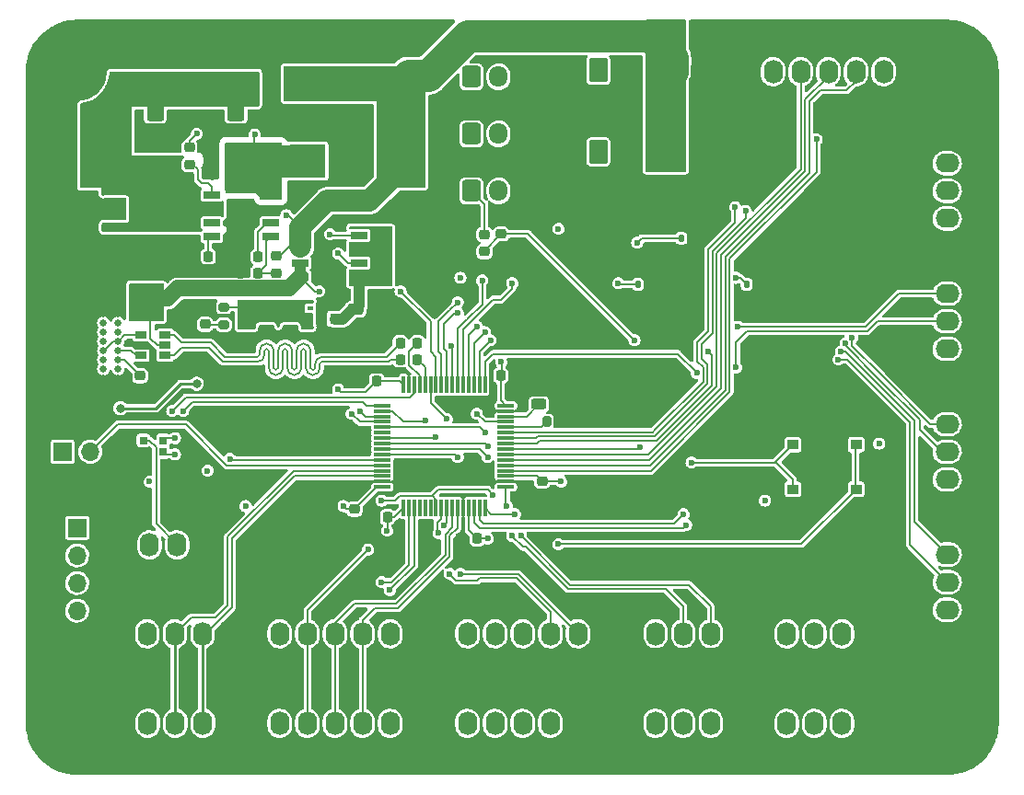
<source format=gbr>
%TF.GenerationSoftware,KiCad,Pcbnew,(6.0.0-rc1-29-g9238b27f63)*%
%TF.CreationDate,2021-12-03T12:49:23+01:00*%
%TF.ProjectId,robolympics_hub,726f626f-6c79-46d7-9069-63735f687562,rev?*%
%TF.SameCoordinates,Original*%
%TF.FileFunction,Copper,L1,Top*%
%TF.FilePolarity,Positive*%
%FSLAX46Y46*%
G04 Gerber Fmt 4.6, Leading zero omitted, Abs format (unit mm)*
G04 Created by KiCad (PCBNEW (6.0.0-rc1-29-g9238b27f63)) date 2021-12-03 12:49:23*
%MOMM*%
%LPD*%
G01*
G04 APERTURE LIST*
G04 Aperture macros list*
%AMRoundRect*
0 Rectangle with rounded corners*
0 $1 Rounding radius*
0 $2 $3 $4 $5 $6 $7 $8 $9 X,Y pos of 4 corners*
0 Add a 4 corners polygon primitive as box body*
4,1,4,$2,$3,$4,$5,$6,$7,$8,$9,$2,$3,0*
0 Add four circle primitives for the rounded corners*
1,1,$1+$1,$2,$3*
1,1,$1+$1,$4,$5*
1,1,$1+$1,$6,$7*
1,1,$1+$1,$8,$9*
0 Add four rect primitives between the rounded corners*
20,1,$1+$1,$2,$3,$4,$5,0*
20,1,$1+$1,$4,$5,$6,$7,0*
20,1,$1+$1,$6,$7,$8,$9,0*
20,1,$1+$1,$8,$9,$2,$3,0*%
G04 Aperture macros list end*
%TA.AperFunction,SMDPad,CuDef*%
%ADD10RoundRect,0.250000X1.075000X-0.375000X1.075000X0.375000X-1.075000X0.375000X-1.075000X-0.375000X0*%
%TD*%
%TA.AperFunction,SMDPad,CuDef*%
%ADD11R,0.600000X0.350000*%
%TD*%
%TA.AperFunction,SMDPad,CuDef*%
%ADD12R,1.100000X1.700000*%
%TD*%
%TA.AperFunction,ComponentPad*%
%ADD13RoundRect,0.250000X0.620000X0.845000X-0.620000X0.845000X-0.620000X-0.845000X0.620000X-0.845000X0*%
%TD*%
%TA.AperFunction,ComponentPad*%
%ADD14O,1.740000X2.190000*%
%TD*%
%TA.AperFunction,SMDPad,CuDef*%
%ADD15RoundRect,0.218750X-0.256250X0.218750X-0.256250X-0.218750X0.256250X-0.218750X0.256250X0.218750X0*%
%TD*%
%TA.AperFunction,SMDPad,CuDef*%
%ADD16RoundRect,0.200000X-0.200000X-0.275000X0.200000X-0.275000X0.200000X0.275000X-0.200000X0.275000X0*%
%TD*%
%TA.AperFunction,SMDPad,CuDef*%
%ADD17RoundRect,0.250000X0.550000X-1.500000X0.550000X1.500000X-0.550000X1.500000X-0.550000X-1.500000X0*%
%TD*%
%TA.AperFunction,ComponentPad*%
%ADD18R,1.700000X1.700000*%
%TD*%
%TA.AperFunction,ComponentPad*%
%ADD19O,1.700000X1.700000*%
%TD*%
%TA.AperFunction,SMDPad,CuDef*%
%ADD20RoundRect,0.218750X0.218750X0.256250X-0.218750X0.256250X-0.218750X-0.256250X0.218750X-0.256250X0*%
%TD*%
%TA.AperFunction,SMDPad,CuDef*%
%ADD21RoundRect,0.218750X-0.218750X-0.256250X0.218750X-0.256250X0.218750X0.256250X-0.218750X0.256250X0*%
%TD*%
%TA.AperFunction,SMDPad,CuDef*%
%ADD22R,0.700000X0.700000*%
%TD*%
%TA.AperFunction,SMDPad,CuDef*%
%ADD23R,1.525000X0.650000*%
%TD*%
%TA.AperFunction,SMDPad,CuDef*%
%ADD24R,2.400000X3.100000*%
%TD*%
%TA.AperFunction,SMDPad,CuDef*%
%ADD25RoundRect,0.243750X-0.456250X0.243750X-0.456250X-0.243750X0.456250X-0.243750X0.456250X0.243750X0*%
%TD*%
%TA.AperFunction,SMDPad,CuDef*%
%ADD26R,1.400000X1.390000*%
%TD*%
%TA.AperFunction,SMDPad,CuDef*%
%ADD27R,4.860000X3.360000*%
%TD*%
%TA.AperFunction,ComponentPad*%
%ADD28RoundRect,0.250000X-0.600000X-0.725000X0.600000X-0.725000X0.600000X0.725000X-0.600000X0.725000X0*%
%TD*%
%TA.AperFunction,ComponentPad*%
%ADD29O,1.700000X1.950000*%
%TD*%
%TA.AperFunction,ComponentPad*%
%ADD30C,5.400000*%
%TD*%
%TA.AperFunction,ComponentPad*%
%ADD31RoundRect,0.250000X-0.620000X-0.845000X0.620000X-0.845000X0.620000X0.845000X-0.620000X0.845000X0*%
%TD*%
%TA.AperFunction,SMDPad,CuDef*%
%ADD32R,1.060000X0.650000*%
%TD*%
%TA.AperFunction,SMDPad,CuDef*%
%ADD33RoundRect,0.250000X0.625000X-0.375000X0.625000X0.375000X-0.625000X0.375000X-0.625000X-0.375000X0*%
%TD*%
%TA.AperFunction,ComponentPad*%
%ADD34RoundRect,0.250000X-0.845000X0.620000X-0.845000X-0.620000X0.845000X-0.620000X0.845000X0.620000X0*%
%TD*%
%TA.AperFunction,ComponentPad*%
%ADD35O,2.190000X1.740000*%
%TD*%
%TA.AperFunction,SMDPad,CuDef*%
%ADD36RoundRect,0.250000X-1.100000X0.325000X-1.100000X-0.325000X1.100000X-0.325000X1.100000X0.325000X0*%
%TD*%
%TA.AperFunction,ComponentPad*%
%ADD37C,0.650000*%
%TD*%
%TA.AperFunction,ComponentPad*%
%ADD38O,2.216000X1.108000*%
%TD*%
%TA.AperFunction,ComponentPad*%
%ADD39R,2.025000X2.025000*%
%TD*%
%TA.AperFunction,ComponentPad*%
%ADD40C,2.025000*%
%TD*%
%TA.AperFunction,SMDPad,CuDef*%
%ADD41R,1.000000X0.900000*%
%TD*%
%TA.AperFunction,SMDPad,CuDef*%
%ADD42R,0.800000X1.700000*%
%TD*%
%TA.AperFunction,SMDPad,CuDef*%
%ADD43RoundRect,0.147500X0.147500X0.172500X-0.147500X0.172500X-0.147500X-0.172500X0.147500X-0.172500X0*%
%TD*%
%TA.AperFunction,SMDPad,CuDef*%
%ADD44RoundRect,0.218750X0.256250X-0.218750X0.256250X0.218750X-0.256250X0.218750X-0.256250X-0.218750X0*%
%TD*%
%TA.AperFunction,SMDPad,CuDef*%
%ADD45RoundRect,0.075000X0.075000X-0.700000X0.075000X0.700000X-0.075000X0.700000X-0.075000X-0.700000X0*%
%TD*%
%TA.AperFunction,SMDPad,CuDef*%
%ADD46RoundRect,0.075000X0.700000X-0.075000X0.700000X0.075000X-0.700000X0.075000X-0.700000X-0.075000X0*%
%TD*%
%TA.AperFunction,SMDPad,CuDef*%
%ADD47RoundRect,0.250000X-0.475000X0.250000X-0.475000X-0.250000X0.475000X-0.250000X0.475000X0.250000X0*%
%TD*%
%TA.AperFunction,SMDPad,CuDef*%
%ADD48R,3.300000X3.050000*%
%TD*%
%TA.AperFunction,SMDPad,CuDef*%
%ADD49RoundRect,0.250000X1.100000X-0.325000X1.100000X0.325000X-1.100000X0.325000X-1.100000X-0.325000X0*%
%TD*%
%TA.AperFunction,SMDPad,CuDef*%
%ADD50RoundRect,0.200000X-0.275000X0.200000X-0.275000X-0.200000X0.275000X-0.200000X0.275000X0.200000X0*%
%TD*%
%TA.AperFunction,ViaPad*%
%ADD51C,0.600000*%
%TD*%
%TA.AperFunction,ViaPad*%
%ADD52C,0.800000*%
%TD*%
%TA.AperFunction,Conductor*%
%ADD53C,0.200000*%
%TD*%
%TA.AperFunction,Conductor*%
%ADD54C,0.250000*%
%TD*%
%TA.AperFunction,Conductor*%
%ADD55C,1.500000*%
%TD*%
%TA.AperFunction,Conductor*%
%ADD56C,1.000000*%
%TD*%
%TA.AperFunction,Conductor*%
%ADD57C,3.000000*%
%TD*%
%TA.AperFunction,Conductor*%
%ADD58C,2.000000*%
%TD*%
G04 APERTURE END LIST*
D10*
%TO.P,C13,1*%
%TO.N,5V_REG*%
X184000000Y-65400000D03*
%TO.P,C13,2*%
%TO.N,GND*%
X184000000Y-62600000D03*
%TD*%
D11*
%TO.P,IC1,1,IN*%
%TO.N,+5V*%
X183550000Y-88100000D03*
%TO.P,IC1,2,EN*%
X183550000Y-87450000D03*
%TO.P,IC1,3,GND*%
%TO.N,GND*%
X183550000Y-86800000D03*
%TO.P,IC1,4,PG*%
%TO.N,unconnected-(IC1-Pad4)*%
X181450000Y-86800000D03*
%TO.P,IC1,5,SNS*%
%TO.N,+3V3*%
X181450000Y-87450000D03*
%TO.P,IC1,6,OUT*%
X181450000Y-88100000D03*
D12*
%TO.P,IC1,7,GND*%
%TO.N,GND*%
X182500000Y-87450000D03*
%TD*%
D13*
%TO.P,J19,1,Pin_1*%
%TO.N,GND*%
X174060000Y-116750000D03*
D14*
%TO.P,J19,2,Pin_2*%
%TO.N,I2C1_SDA*%
X171520000Y-116750000D03*
%TO.P,J19,3,Pin_3*%
%TO.N,I2C1_SCL*%
X168980000Y-116750000D03*
%TO.P,J19,4,Pin_4*%
%TO.N,+3V3*%
X166440000Y-116750000D03*
%TD*%
D10*
%TO.P,C11,1*%
%TO.N,5V_REG*%
X180750000Y-65400000D03*
%TO.P,C11,2*%
%TO.N,GND*%
X180750000Y-62600000D03*
%TD*%
D15*
%TO.P,D6,1,K*%
%TO.N,GND*%
X171760000Y-86702500D03*
%TO.P,D6,2,A*%
%TO.N,Net-(D6-Pad2)*%
X171760000Y-88277500D03*
%TD*%
D16*
%TO.P,R7,1*%
%TO.N,Net-(R7-Pad1)*%
X203175000Y-97250000D03*
%TO.P,R7,2*%
%TO.N,GND*%
X204825000Y-97250000D03*
%TD*%
D13*
%TO.P,J23,1,Pin_1*%
%TO.N,GND*%
X208600000Y-125000000D03*
D14*
%TO.P,J23,2,Pin_2*%
X206060000Y-125000000D03*
%TO.P,J23,3,Pin_3*%
%TO.N,+3V3*%
X203520000Y-125000000D03*
%TO.P,J23,4,Pin_4*%
X200980000Y-125000000D03*
%TO.P,J23,5,Pin_5*%
%TO.N,+5V*%
X198440000Y-125000000D03*
%TO.P,J23,6,Pin_6*%
X195900000Y-125000000D03*
%TD*%
D13*
%TO.P,J4,1,Pin_1*%
%TO.N,GND*%
X171740000Y-108580000D03*
D14*
%TO.P,J4,2,Pin_2*%
%TO.N,Net-(J4-Pad2)*%
X169200000Y-108580000D03*
%TO.P,J4,3,Pin_3*%
%TO.N,+5V*%
X166660000Y-108580000D03*
%TD*%
D17*
%TO.P,C23,1*%
%TO.N,V_PWR*%
X167200000Y-67800000D03*
%TO.P,C23,2*%
%TO.N,GND*%
X167200000Y-62200000D03*
%TD*%
D18*
%TO.P,J3,1,Pin_1*%
%TO.N,+3V3*%
X160000000Y-107000000D03*
D19*
%TO.P,J3,2,Pin_2*%
%TO.N,SWDIO*%
X160000000Y-109540000D03*
%TO.P,J3,3,Pin_3*%
%TO.N,SWCLK*%
X160000000Y-112080000D03*
%TO.P,J3,4,Pin_4*%
%TO.N,NRST*%
X160000000Y-114620000D03*
%TO.P,J3,5,Pin_5*%
%TO.N,GND*%
X160000000Y-117160000D03*
%TD*%
D20*
%TO.P,C8,1*%
%TO.N,Net-(C8-Pad1)*%
X176625500Y-82045000D03*
%TO.P,C8,2*%
%TO.N,GND*%
X175050500Y-82045000D03*
%TD*%
D21*
%TO.P,C1,1*%
%TO.N,+3V3*%
X198962500Y-93000000D03*
%TO.P,C1,2*%
%TO.N,GND*%
X200537500Y-93000000D03*
%TD*%
D20*
%TO.P,C31,1*%
%TO.N,+3V3*%
X196787500Y-108000000D03*
%TO.P,C31,2*%
%TO.N,GND*%
X195212500Y-108000000D03*
%TD*%
D22*
%TO.P,U5,1,DO*%
%TO.N,Net-(J4-Pad2)*%
X166085000Y-98950000D03*
%TO.P,U5,2,GND*%
%TO.N,GND*%
X166085000Y-100050000D03*
%TO.P,U5,3,DI*%
%TO.N,Net-(U4-Pad4)*%
X167915000Y-100050000D03*
%TO.P,U5,4,VDD*%
%TO.N,+5V*%
X167915000Y-98950000D03*
%TD*%
D13*
%TO.P,J7,1,Pin_1*%
%TO.N,GND*%
X220810000Y-116730000D03*
D14*
%TO.P,J7,2,Pin_2*%
%TO.N,USART2_TX*%
X218270000Y-116730000D03*
%TO.P,J7,3,Pin_3*%
%TO.N,USART2_RX*%
X215730000Y-116730000D03*
%TO.P,J7,4,Pin_4*%
%TO.N,+3V3*%
X213190000Y-116730000D03*
%TD*%
D23*
%TO.P,IC2,1,BOOT*%
%TO.N,Net-(C10-Pad1)*%
X172376000Y-76390000D03*
%TO.P,IC2,2,VIN*%
%TO.N,V_PWR*%
X172376000Y-77660000D03*
%TO.P,IC2,3,EN*%
%TO.N,unconnected-(IC2-Pad3)*%
X172376000Y-78930000D03*
%TO.P,IC2,4,RT/SYNC*%
%TO.N,Net-(IC2-Pad4)*%
X172376000Y-80200000D03*
%TO.P,IC2,5,FB*%
%TO.N,Net-(IC2-Pad5)*%
X177800000Y-80200000D03*
%TO.P,IC2,6,SS*%
%TO.N,Net-(C8-Pad1)*%
X177800000Y-78930000D03*
%TO.P,IC2,7,GND*%
%TO.N,GND*%
X177800000Y-77660000D03*
%TO.P,IC2,8,SW*%
%TO.N,Net-(C10-Pad2)*%
X177800000Y-76390000D03*
D24*
%TO.P,IC2,9,GND_2*%
%TO.N,GND*%
X175088000Y-78295000D03*
%TD*%
D25*
%TO.P,C7,1*%
%TO.N,V_PWR*%
X166888000Y-79107500D03*
%TO.P,C7,2*%
%TO.N,GND*%
X166888000Y-80982500D03*
%TD*%
D20*
%TO.P,C26,1*%
%TO.N,+3V3*%
X188537500Y-106000000D03*
%TO.P,C26,2*%
%TO.N,GND*%
X186962500Y-106000000D03*
%TD*%
D26*
%TO.P,D1,1*%
%TO.N,GND*%
X172281310Y-72369810D03*
%TO.P,D1,2,RIGHT_PIN*%
X172281310Y-74209810D03*
D27*
%TO.P,D1,3*%
%TO.N,Net-(C10-Pad2)*%
X176263310Y-73289810D03*
%TD*%
D28*
%TO.P,J9,1,Pin_1*%
%TO.N,V_PWR*%
X196250000Y-70750000D03*
D29*
%TO.P,J9,2,Pin_2*%
%TO.N,TTL_DATA*%
X198750000Y-70750000D03*
%TO.P,J9,3,Pin_3*%
%TO.N,GND*%
X201250000Y-70750000D03*
%TD*%
D30*
%TO.P,H4,1,1*%
%TO.N,GND*%
X160000000Y-125000000D03*
%TD*%
D15*
%TO.P,R2,1*%
%TO.N,V_PWR*%
X197450000Y-80012500D03*
%TO.P,R2,2*%
%TO.N,BAT_MEAS*%
X197450000Y-81587500D03*
%TD*%
D20*
%TO.P,C25,1*%
%TO.N,+3V3*%
X187537500Y-93500000D03*
%TO.P,C25,2*%
%TO.N,GND*%
X185962500Y-93500000D03*
%TD*%
D31*
%TO.P,J27,1,Pin_1*%
%TO.N,5V_REG*%
X214730000Y-72420000D03*
D14*
%TO.P,J27,2,Pin_2*%
%TO.N,GND*%
X217270000Y-72420000D03*
%TD*%
D20*
%TO.P,R6,1*%
%TO.N,Net-(IC2-Pad5)*%
X176625500Y-83545000D03*
%TO.P,R6,2*%
%TO.N,GND*%
X175050500Y-83545000D03*
%TD*%
D32*
%TO.P,U2,1,IO1*%
%TO.N,USB_IN_P*%
X165900000Y-89250000D03*
%TO.P,U2,2,GND*%
%TO.N,GND*%
X165900000Y-90200000D03*
%TO.P,U2,3,IO2*%
%TO.N,USB_IN_N*%
X165900000Y-91150000D03*
%TO.P,U2,4,IO2*%
%TO.N,USB_N*%
X168100000Y-91150000D03*
%TO.P,U2,5,VBUS*%
%TO.N,5V_USB*%
X168100000Y-90200000D03*
%TO.P,U2,6,IO1*%
%TO.N,USB_P*%
X168100000Y-89250000D03*
%TD*%
D13*
%TO.P,J20,1,Pin_1*%
%TO.N,GND*%
X220810000Y-125000000D03*
D14*
%TO.P,J20,2,Pin_2*%
%TO.N,USART1_TX*%
X218270000Y-125000000D03*
%TO.P,J20,3,Pin_3*%
%TO.N,USART1_RX*%
X215730000Y-125000000D03*
%TO.P,J20,4,Pin_4*%
%TO.N,+3V3*%
X213190000Y-125000000D03*
%TD*%
D13*
%TO.P,J22,1,Pin_1*%
%TO.N,GND*%
X208600000Y-116750000D03*
D14*
%TO.P,J22,2,Pin_2*%
%TO.N,GPIO_EXT_4*%
X206060000Y-116750000D03*
%TO.P,J22,3,Pin_3*%
%TO.N,GPIO_EXT_3*%
X203520000Y-116750000D03*
%TO.P,J22,4,Pin_4*%
%TO.N,PWM2*%
X200980000Y-116750000D03*
%TO.P,J22,5,Pin_5*%
%TO.N,PWM1*%
X198440000Y-116750000D03*
%TO.P,J22,6,Pin_6*%
%TO.N,+3V3*%
X195900000Y-116750000D03*
%TD*%
D15*
%TO.P,R1,1*%
%TO.N,CC*%
X165800000Y-93012500D03*
%TO.P,R1,2*%
%TO.N,GND*%
X165800000Y-94587500D03*
%TD*%
D21*
%TO.P,R4,1*%
%TO.N,Net-(IC2-Pad4)*%
X172050500Y-82045000D03*
%TO.P,R4,2*%
%TO.N,GND*%
X173625500Y-82045000D03*
%TD*%
D33*
%TO.P,C3,1*%
%TO.N,5V_USB*%
X166500000Y-85900000D03*
%TO.P,C3,2*%
%TO.N,GND*%
X166500000Y-83100000D03*
%TD*%
D15*
%TO.P,R5,1*%
%TO.N,5V_REG*%
X178338000Y-82007500D03*
%TO.P,R5,2*%
%TO.N,Net-(IC2-Pad5)*%
X178338000Y-83582500D03*
%TD*%
D18*
%TO.P,J11,1,Pin_1*%
%TO.N,+3V3*%
X158670000Y-100000000D03*
D19*
%TO.P,J11,2,Pin_2*%
%TO.N,BOOT0*%
X161210000Y-100000000D03*
%TD*%
D34*
%TO.P,J16,1,Pin_1*%
%TO.N,GND*%
X240000000Y-106920000D03*
D35*
%TO.P,J16,2,Pin_2*%
%TO.N,RANGE_3_ECHO*%
X240000000Y-109460000D03*
%TO.P,J16,3,Pin_3*%
%TO.N,RANGE_3_TRIG*%
X240000000Y-112000000D03*
%TO.P,J16,4,Pin_4*%
%TO.N,+5V*%
X240000000Y-114540000D03*
%TD*%
D30*
%TO.P,H3,1,1*%
%TO.N,GND*%
X160000000Y-65000000D03*
%TD*%
D36*
%TO.P,C6,1*%
%TO.N,V_PWR*%
X169588000Y-79070000D03*
%TO.P,C6,2*%
%TO.N,GND*%
X169588000Y-82020000D03*
%TD*%
D37*
%TO.P,J28,A1,GND*%
%TO.N,GND*%
X163775000Y-87275000D03*
%TO.P,J28,A4,VBUS*%
%TO.N,5V_USB*%
X163775000Y-88125000D03*
%TO.P,J28,A5,CC1*%
%TO.N,CC*%
X163775000Y-88975000D03*
%TO.P,J28,A6,DP1*%
%TO.N,USB_IN_P*%
X163775000Y-89825000D03*
%TO.P,J28,A7,DN1*%
%TO.N,USB_IN_N*%
X163775000Y-90675000D03*
%TO.P,J28,A8,SBU1*%
%TO.N,CC*%
X163775000Y-91525000D03*
%TO.P,J28,A9,VBUS*%
%TO.N,5V_USB*%
X163775000Y-92375000D03*
%TO.P,J28,A12,GND*%
%TO.N,GND*%
X163775000Y-93225000D03*
%TO.P,J28,B1,GND*%
X162425000Y-93225000D03*
%TO.P,J28,B4,VBUS*%
%TO.N,5V_USB*%
X162425000Y-92375000D03*
%TO.P,J28,B5,CC2*%
%TO.N,CC*%
X162425000Y-91525000D03*
%TO.P,J28,B6,DP2*%
%TO.N,USB_IN_P*%
X162425000Y-90675000D03*
%TO.P,J28,B7,DN2*%
%TO.N,USB_IN_N*%
X162425000Y-89825000D03*
%TO.P,J28,B8,SBU2*%
%TO.N,CC*%
X162425000Y-88975000D03*
%TO.P,J28,B9,VBUS*%
%TO.N,5V_USB*%
X162425000Y-88125000D03*
%TO.P,J28,B12,GND*%
%TO.N,GND*%
X162425000Y-87275000D03*
D38*
%TO.P,J28,P1,SHELL*%
X162795000Y-85925000D03*
%TO.P,J28,P2,SHELL*%
X162795000Y-94575000D03*
%TO.P,J28,P3,SHELL*%
X159415000Y-94575000D03*
%TO.P,J28,P4,SHELL*%
X159415000Y-85925000D03*
%TD*%
D17*
%TO.P,C24,1*%
%TO.N,V_PWR*%
X174600000Y-67800000D03*
%TO.P,C24,2*%
%TO.N,GND*%
X174600000Y-62200000D03*
%TD*%
D31*
%TO.P,J26,1,Pin_1*%
%TO.N,V_PWR*%
X207930000Y-64900000D03*
D14*
%TO.P,J26,2,Pin_2*%
%TO.N,GND*%
X210470000Y-64900000D03*
%TD*%
D15*
%TO.P,R3,1*%
%TO.N,BAT_MEAS*%
X199000000Y-79962500D03*
%TO.P,R3,2*%
%TO.N,GND*%
X199000000Y-81537500D03*
%TD*%
D34*
%TO.P,J12,1,Pin_1*%
%TO.N,GND*%
X240000000Y-82920000D03*
D35*
%TO.P,J12,2,Pin_2*%
%TO.N,RANGE_1_ECHO*%
X240000000Y-85460000D03*
%TO.P,J12,3,Pin_3*%
%TO.N,RANGE_1_TRIG*%
X240000000Y-88000000D03*
%TO.P,J12,4,Pin_4*%
%TO.N,+5V*%
X240000000Y-90540000D03*
%TD*%
D39*
%TO.P,J21,1,Pin_1*%
%TO.N,GND*%
X163500000Y-77687500D03*
D40*
%TO.P,J21,2,Pin_2*%
%TO.N,V_PWR*%
X163500000Y-74187500D03*
%TD*%
D41*
%TO.P,S2,1,T1*%
%TO.N,NRST*%
X231625000Y-103450000D03*
%TO.P,S2,2,2*%
X231625000Y-99350000D03*
%TO.P,S2,3,3*%
%TO.N,GND*%
X230025000Y-99350000D03*
%TO.P,S2,4,T2*%
X230025000Y-103450000D03*
D42*
%TO.P,S2,5,SHD*%
X232275000Y-101400000D03*
%TD*%
D30*
%TO.P,H2,1,1*%
%TO.N,GND*%
X240000000Y-125000000D03*
%TD*%
D20*
%TO.P,R16,1*%
%TO.N,Net-(R16-Pad1)*%
X191287500Y-91500000D03*
%TO.P,R16,2*%
%TO.N,USB_N*%
X189712500Y-91500000D03*
%TD*%
D43*
%TO.P,D3,1,K*%
%TO.N,GND*%
X222535000Y-84600000D03*
%TO.P,D3,2,A*%
%TO.N,Net-(D3-Pad2)*%
X221565000Y-84600000D03*
%TD*%
D44*
%TO.P,C10,1*%
%TO.N,Net-(C10-Pad1)*%
X170338000Y-73582500D03*
%TO.P,C10,2*%
%TO.N,Net-(C10-Pad2)*%
X170338000Y-72007500D03*
%TD*%
D45*
%TO.P,U1,1,VBAT*%
%TO.N,+3V3*%
X190000000Y-105175000D03*
%TO.P,U1,2,PC13*%
%TO.N,GPIO_EXT_2*%
X190500000Y-105175000D03*
%TO.P,U1,3,PC14*%
%TO.N,GPIO_EXT_1*%
X191000000Y-105175000D03*
%TO.P,U1,4,PC15*%
%TO.N,GPIO_EXT_5*%
X191500000Y-105175000D03*
%TO.P,U1,5,PH0*%
%TO.N,unconnected-(U1-Pad5)*%
X192000000Y-105175000D03*
%TO.P,U1,6,PH1*%
%TO.N,unconnected-(U1-Pad6)*%
X192500000Y-105175000D03*
%TO.P,U1,7,NRST*%
%TO.N,NRST*%
X193000000Y-105175000D03*
%TO.P,U1,8,PC0*%
%TO.N,GPIO_EXT_3*%
X193500000Y-105175000D03*
%TO.P,U1,9,PC1*%
%TO.N,GPIO_EXT_4*%
X194000000Y-105175000D03*
%TO.P,U1,10,PC2*%
%TO.N,SPI2_MISO*%
X194500000Y-105175000D03*
%TO.P,U1,11,PC3*%
%TO.N,SPI2_MOSI*%
X195000000Y-105175000D03*
%TO.P,U1,12,VSSA*%
%TO.N,GND*%
X195500000Y-105175000D03*
%TO.P,U1,13,VREF+*%
%TO.N,+3V3*%
X196000000Y-105175000D03*
%TO.P,U1,14,PA0*%
%TO.N,ENC_B_L*%
X196500000Y-105175000D03*
%TO.P,U1,15,PA1*%
%TO.N,ENC_A_L*%
X197000000Y-105175000D03*
%TO.P,U1,16,PA2*%
%TO.N,USART2_TX*%
X197500000Y-105175000D03*
D46*
%TO.P,U1,17,PA3*%
%TO.N,USART2_RX*%
X199425000Y-103250000D03*
%TO.P,U1,18,VSS*%
%TO.N,GND*%
X199425000Y-102750000D03*
%TO.P,U1,19,VDD*%
%TO.N,+3V3*%
X199425000Y-102250000D03*
%TO.P,U1,20,PA4*%
%TO.N,SPI1_NSS*%
X199425000Y-101750000D03*
%TO.P,U1,21,PA5*%
%TO.N,SPI1_SCK*%
X199425000Y-101250000D03*
%TO.P,U1,22,PA6*%
%TO.N,SPI1_MISO*%
X199425000Y-100750000D03*
%TO.P,U1,23,PA7*%
%TO.N,SPI1_MOSI*%
X199425000Y-100250000D03*
%TO.P,U1,24,PC4*%
%TO.N,BAT_MEAS*%
X199425000Y-99750000D03*
%TO.P,U1,25,PC5*%
%TO.N,RANGE_1_ECHO*%
X199425000Y-99250000D03*
%TO.P,U1,26,PB0*%
%TO.N,RANGE_4_TRIG*%
X199425000Y-98750000D03*
%TO.P,U1,27,PB1*%
%TO.N,RANGE_4_ECHO*%
X199425000Y-98250000D03*
%TO.P,U1,28,PB2*%
%TO.N,Net-(R7-Pad1)*%
X199425000Y-97750000D03*
%TO.P,U1,29,PB10*%
%TO.N,SPI2_SCK*%
X199425000Y-97250000D03*
%TO.P,U1,30,VCAP1*%
%TO.N,Net-(C30-Pad2)*%
X199425000Y-96750000D03*
%TO.P,U1,31,VSS*%
%TO.N,GND*%
X199425000Y-96250000D03*
%TO.P,U1,32,VDD*%
%TO.N,+3V3*%
X199425000Y-95750000D03*
D45*
%TO.P,U1,33,PB12*%
%TO.N,RANGE_1_TRIG*%
X197500000Y-93825000D03*
%TO.P,U1,34,PB13*%
%TO.N,RANGE_3_TRIG*%
X197000000Y-93825000D03*
%TO.P,U1,35,PB14*%
%TO.N,RANGE_3_ECHO*%
X196500000Y-93825000D03*
%TO.P,U1,36,PB15*%
%TO.N,RANGE_2_TRIG*%
X196000000Y-93825000D03*
%TO.P,U1,37,PC6*%
%TO.N,USART6_TX*%
X195500000Y-93825000D03*
%TO.P,U1,38,PC7*%
%TO.N,USART6_RX*%
X195000000Y-93825000D03*
%TO.P,U1,39,PC8*%
%TO.N,RANGE_2_ECHO*%
X194500000Y-93825000D03*
%TO.P,U1,40,PC9*%
%TO.N,LED2*%
X194000000Y-93825000D03*
%TO.P,U1,41,PA8*%
%TO.N,LED1*%
X193500000Y-93825000D03*
%TO.P,U1,42,PA9*%
%TO.N,5V_USB*%
X193000000Y-93825000D03*
%TO.P,U1,43,PA10*%
%TO.N,USART1_RX*%
X192500000Y-93825000D03*
%TO.P,U1,44,PA11*%
%TO.N,Net-(R16-Pad1)*%
X192000000Y-93825000D03*
%TO.P,U1,45,PA12*%
%TO.N,Net-(R17-Pad1)*%
X191500000Y-93825000D03*
%TO.P,U1,46,PA13*%
%TO.N,SWDIO*%
X191000000Y-93825000D03*
%TO.P,U1,47,VSS*%
%TO.N,GND*%
X190500000Y-93825000D03*
%TO.P,U1,48,VDD*%
%TO.N,+3V3*%
X190000000Y-93825000D03*
D46*
%TO.P,U1,49,PA14*%
%TO.N,SWCLK*%
X188075000Y-95750000D03*
%TO.P,U1,50,PA15*%
%TO.N,PWM1*%
X188075000Y-96250000D03*
%TO.P,U1,51,PC10*%
%TO.N,LED3*%
X188075000Y-96750000D03*
%TO.P,U1,52,PC11*%
%TO.N,UC_TTL_DIR*%
X188075000Y-97250000D03*
%TO.P,U1,53,PC12*%
%TO.N,USER_BTN*%
X188075000Y-97750000D03*
%TO.P,U1,54,PD2*%
%TO.N,unconnected-(U1-Pad54)*%
X188075000Y-98250000D03*
%TO.P,U1,55,PB3*%
%TO.N,PWM2*%
X188075000Y-98750000D03*
%TO.P,U1,56,PB4*%
%TO.N,ENC_A_R*%
X188075000Y-99250000D03*
%TO.P,U1,57,PB5*%
%TO.N,ENC_B_R*%
X188075000Y-99750000D03*
%TO.P,U1,58,PB6*%
%TO.N,USART1_TX*%
X188075000Y-100250000D03*
%TO.P,U1,59,PB7*%
%TO.N,PWM_NEOPIXEL*%
X188075000Y-100750000D03*
%TO.P,U1,60,BOOT0*%
%TO.N,BOOT0*%
X188075000Y-101250000D03*
%TO.P,U1,61,PB8*%
%TO.N,I2C1_SCL*%
X188075000Y-101750000D03*
%TO.P,U1,62,PB9*%
%TO.N,I2C1_SDA*%
X188075000Y-102250000D03*
%TO.P,U1,63,VSS*%
%TO.N,GND*%
X188075000Y-102750000D03*
%TO.P,U1,64,VDD*%
%TO.N,+3V3*%
X188075000Y-103250000D03*
%TD*%
D47*
%TO.P,C4,1*%
%TO.N,+5V*%
X185600000Y-86900000D03*
%TO.P,C4,2*%
%TO.N,GND*%
X185600000Y-88800000D03*
%TD*%
D34*
%TO.P,J17,1,Pin_1*%
%TO.N,GND*%
X240000000Y-70920000D03*
D35*
%TO.P,J17,2,Pin_2*%
%TO.N,RANGE_4_ECHO*%
X240000000Y-73460000D03*
%TO.P,J17,3,Pin_3*%
%TO.N,RANGE_4_TRIG*%
X240000000Y-76000000D03*
%TO.P,J17,4,Pin_4*%
%TO.N,+5V*%
X240000000Y-78540000D03*
%TD*%
D13*
%TO.P,J15,1,Pin_1*%
%TO.N,GND*%
X232870000Y-125000000D03*
D14*
%TO.P,J15,2,Pin_2*%
%TO.N,Net-(J15-Pad2)*%
X230330000Y-125000000D03*
%TO.P,J15,3,Pin_3*%
%TO.N,Net-(J15-Pad3)*%
X227790000Y-125000000D03*
%TO.P,J15,4,Pin_4*%
%TO.N,+5V*%
X225250000Y-125000000D03*
%TD*%
D48*
%TO.P,L2,1*%
%TO.N,Net-(C10-Pad2)*%
X181200000Y-73250000D03*
%TO.P,L2,2*%
%TO.N,5V_REG*%
X189600000Y-73250000D03*
%TD*%
D43*
%TO.P,D5,1,K*%
%TO.N,GND*%
X216535000Y-80350000D03*
%TO.P,D5,2,A*%
%TO.N,Net-(D5-Pad2)*%
X215565000Y-80350000D03*
%TD*%
D10*
%TO.P,C14,1*%
%TO.N,5V_REG*%
X187250000Y-65400000D03*
%TO.P,C14,2*%
%TO.N,GND*%
X187250000Y-62600000D03*
%TD*%
D30*
%TO.P,H1,1,1*%
%TO.N,GND*%
X240000000Y-65000000D03*
%TD*%
D31*
%TO.P,J1,1,Pin_1*%
%TO.N,V_PWR*%
X207930000Y-72420000D03*
D14*
%TO.P,J1,2,Pin_2*%
%TO.N,GND*%
X210470000Y-72420000D03*
%TD*%
D13*
%TO.P,J18,1,Pin_1*%
%TO.N,GND*%
X174120000Y-124980000D03*
D14*
%TO.P,J18,2,Pin_2*%
%TO.N,I2C1_SDA*%
X171580000Y-124980000D03*
%TO.P,J18,3,Pin_3*%
%TO.N,I2C1_SCL*%
X169040000Y-124980000D03*
%TO.P,J18,4,Pin_4*%
%TO.N,+3V3*%
X166500000Y-124980000D03*
%TD*%
D25*
%TO.P,C30,1*%
%TO.N,GND*%
X202450000Y-93762500D03*
%TO.P,C30,2*%
%TO.N,Net-(C30-Pad2)*%
X202450000Y-95637500D03*
%TD*%
D41*
%TO.P,S1,1,T1*%
%TO.N,USER_BTN*%
X225825000Y-103450000D03*
%TO.P,S1,2,2*%
X225825000Y-99350000D03*
%TO.P,S1,3,3*%
%TO.N,GND*%
X224225000Y-99350000D03*
%TO.P,S1,4,T2*%
X224225000Y-103450000D03*
D42*
%TO.P,S1,5,SHD*%
X226475000Y-101400000D03*
%TD*%
D44*
%TO.P,C28,1*%
%TO.N,+3V3*%
X185500000Y-105287500D03*
%TO.P,C28,2*%
%TO.N,GND*%
X185500000Y-103712500D03*
%TD*%
D10*
%TO.P,C12,1*%
%TO.N,5V_REG*%
X190500000Y-65400000D03*
%TO.P,C12,2*%
%TO.N,GND*%
X190500000Y-62600000D03*
%TD*%
D28*
%TO.P,J10,1,Pin_1*%
%TO.N,V_PWR*%
X196250000Y-65500000D03*
D29*
%TO.P,J10,2,Pin_2*%
%TO.N,TTL_DATA*%
X198750000Y-65500000D03*
%TO.P,J10,3,Pin_3*%
%TO.N,GND*%
X201250000Y-65500000D03*
%TD*%
D23*
%TO.P,U3,1,S2*%
%TO.N,+5V*%
X185962000Y-83905000D03*
%TO.P,U3,2,G2*%
%TO.N,Net-(IC3-Pad4)*%
X185962000Y-82635000D03*
%TO.P,U3,3,S1*%
%TO.N,+5V*%
X185962000Y-81365000D03*
%TO.P,U3,4,G1*%
%TO.N,Net-(IC3-Pad5)*%
X185962000Y-80095000D03*
%TO.P,U3,5,D1_2*%
%TO.N,5V_REG*%
X180538000Y-80095000D03*
%TO.P,U3,6,D1*%
X180538000Y-81365000D03*
%TO.P,U3,7,D2_2*%
%TO.N,5V_USB*%
X180538000Y-82635000D03*
%TO.P,U3,8,D2*%
X180538000Y-83905000D03*
%TD*%
D28*
%TO.P,J8,1,Pin_1*%
%TO.N,V_PWR*%
X196250000Y-76000000D03*
D29*
%TO.P,J8,2,Pin_2*%
%TO.N,TTL_DATA*%
X198750000Y-76000000D03*
%TO.P,J8,3,Pin_3*%
%TO.N,GND*%
X201250000Y-76000000D03*
%TD*%
D31*
%TO.P,J5,1,Pin_1*%
%TO.N,GND*%
X221450000Y-65020000D03*
D14*
%TO.P,J5,2,Pin_2*%
%TO.N,SPI1_NSS*%
X223990000Y-65020000D03*
%TO.P,J5,3,Pin_3*%
%TO.N,SPI1_MOSI*%
X226530000Y-65020000D03*
%TO.P,J5,4,Pin_4*%
%TO.N,SPI1_MISO*%
X229070000Y-65020000D03*
%TO.P,J5,5,Pin_5*%
%TO.N,SPI1_SCK*%
X231610000Y-65020000D03*
%TO.P,J5,6,Pin_6*%
%TO.N,unconnected-(J5-Pad6)*%
X234150000Y-65020000D03*
%TD*%
D31*
%TO.P,J25,1,Pin_1*%
%TO.N,5V_REG*%
X214730000Y-65020000D03*
D14*
%TO.P,J25,2,Pin_2*%
%TO.N,GND*%
X217270000Y-65020000D03*
%TD*%
D49*
%TO.P,C5,1*%
%TO.N,V_PWR*%
X167838000Y-74520000D03*
%TO.P,C5,2*%
%TO.N,GND*%
X167838000Y-71570000D03*
%TD*%
D13*
%TO.P,J24,1,Pin_1*%
%TO.N,GND*%
X191330000Y-125000000D03*
D14*
%TO.P,J24,2,Pin_2*%
%TO.N,GPIO_EXT_2*%
X188790000Y-125000000D03*
%TO.P,J24,3,Pin_3*%
%TO.N,SPI2_MOSI*%
X186250000Y-125000000D03*
%TO.P,J24,4,Pin_4*%
%TO.N,SPI2_MISO*%
X183710000Y-125000000D03*
%TO.P,J24,5,Pin_5*%
%TO.N,SPI2_SCK*%
X181170000Y-125000000D03*
%TO.P,J24,6,Pin_6*%
%TO.N,+3V3*%
X178630000Y-125000000D03*
%TD*%
D13*
%TO.P,J6,1,Pin_1*%
%TO.N,GND*%
X191330000Y-116750000D03*
D14*
%TO.P,J6,2,Pin_2*%
%TO.N,GPIO_EXT_1*%
X188790000Y-116750000D03*
%TO.P,J6,3,Pin_3*%
%TO.N,SPI2_MOSI*%
X186250000Y-116750000D03*
%TO.P,J6,4,Pin_4*%
%TO.N,SPI2_MISO*%
X183710000Y-116750000D03*
%TO.P,J6,5,Pin_5*%
%TO.N,SPI2_SCK*%
X181170000Y-116750000D03*
%TO.P,J6,6,Pin_6*%
%TO.N,+3V3*%
X178630000Y-116750000D03*
%TD*%
D47*
%TO.P,C9,1*%
%TO.N,+3V3*%
X177400000Y-86900000D03*
%TO.P,C9,2*%
%TO.N,GND*%
X177400000Y-88800000D03*
%TD*%
D34*
%TO.P,J13,1,Pin_1*%
%TO.N,GND*%
X240000000Y-94920000D03*
D35*
%TO.P,J13,2,Pin_2*%
%TO.N,RANGE_2_ECHO*%
X240000000Y-97460000D03*
%TO.P,J13,3,Pin_3*%
%TO.N,RANGE_2_TRIG*%
X240000000Y-100000000D03*
%TO.P,J13,4,Pin_4*%
%TO.N,+5V*%
X240000000Y-102540000D03*
%TD*%
D47*
%TO.P,C2,1*%
%TO.N,+3V3*%
X179600000Y-86900000D03*
%TO.P,C2,2*%
%TO.N,GND*%
X179600000Y-88800000D03*
%TD*%
D43*
%TO.P,D4,1,K*%
%TO.N,GND*%
X212535000Y-84600000D03*
%TO.P,D4,2,A*%
%TO.N,Net-(D4-Pad2)*%
X211565000Y-84600000D03*
%TD*%
D50*
%TO.P,R9,1*%
%TO.N,+3V3*%
X173500000Y-86675000D03*
%TO.P,R9,2*%
%TO.N,Net-(D6-Pad2)*%
X173500000Y-88325000D03*
%TD*%
D13*
%TO.P,J14,1,Pin_1*%
%TO.N,GND*%
X232870000Y-116750000D03*
D14*
%TO.P,J14,2,Pin_2*%
%TO.N,Net-(J14-Pad2)*%
X230330000Y-116750000D03*
%TO.P,J14,3,Pin_3*%
%TO.N,Net-(J14-Pad3)*%
X227790000Y-116750000D03*
%TO.P,J14,4,Pin_4*%
%TO.N,+5V*%
X225250000Y-116750000D03*
%TD*%
D20*
%TO.P,R17,1*%
%TO.N,Net-(R17-Pad1)*%
X191287500Y-90000000D03*
%TO.P,R17,2*%
%TO.N,USB_P*%
X189712500Y-90000000D03*
%TD*%
D44*
%TO.P,C27,1*%
%TO.N,GND*%
X202750000Y-104287500D03*
%TO.P,C27,2*%
%TO.N,+3V3*%
X202750000Y-102712500D03*
%TD*%
D51*
%TO.N,GPIO_EXT_3*%
X194250000Y-111250000D03*
X193250000Y-107500000D03*
%TO.N,GPIO_EXT_4*%
X193750000Y-106750000D03*
X195250000Y-111250000D03*
%TO.N,SPI1_NSS*%
X228000000Y-71250000D03*
%TO.N,SPI2_SCK*%
X196750000Y-96500000D03*
X186750000Y-109000000D03*
%TO.N,GPIO_EXT_1*%
X188750000Y-112750000D03*
%TO.N,USART1_TX*%
X195000000Y-100500000D03*
%TO.N,USART1_RX*%
X194000000Y-97000000D03*
%TO.N,UC_TTL_DIR*%
X185241525Y-96502825D03*
%TO.N,LED1*%
X195000000Y-86250000D03*
%TO.N,ENC_B_R*%
X197750000Y-100500000D03*
%TO.N,ENC_A_R*%
X197750000Y-99500000D03*
%TO.N,LED2*%
X195000000Y-87250000D03*
%TO.N,LED3*%
X186000000Y-96250000D03*
%TO.N,USART2_TX*%
X200250000Y-105750000D03*
X200799503Y-107750000D03*
%TO.N,USART2_RX*%
X199500000Y-105000000D03*
X200000000Y-107750000D03*
%TO.N,USART6_TX*%
X200000000Y-84500000D03*
%TO.N,USART6_RX*%
X197250000Y-84250000D03*
%TO.N,PWM1*%
X192000000Y-97150500D03*
%TO.N,PWM2*%
X193000000Y-98650500D03*
%TO.N,GPIO_EXT_2*%
X188000000Y-112000000D03*
%TO.N,PWM_NEOPIXEL*%
X174048911Y-100650500D03*
%TO.N,GND*%
X223500000Y-112500000D03*
X174250000Y-79250000D03*
X171750000Y-103000000D03*
X200750000Y-94500000D03*
X202500000Y-84000000D03*
X175750000Y-77250000D03*
X174250000Y-78250000D03*
X198500000Y-84000000D03*
X175750000Y-79250000D03*
X218000000Y-107250000D03*
X165250000Y-104000000D03*
X175750000Y-78250000D03*
X174250000Y-77250000D03*
%TO.N,5V_USB*%
X166000000Y-87250000D03*
X189750000Y-85250000D03*
X182250000Y-85250000D03*
X165250000Y-87250000D03*
X167500000Y-87250000D03*
X166750000Y-87250000D03*
%TO.N,BAT_MEAS*%
X211750000Y-99599500D03*
X211250000Y-89750000D03*
%TO.N,+5V*%
X188500000Y-83000000D03*
X187500000Y-83000000D03*
X187500000Y-80000000D03*
X188500000Y-81000000D03*
X188500000Y-82000000D03*
X169000000Y-98750000D03*
X187500000Y-84000000D03*
X187500000Y-81000000D03*
X188500000Y-84000000D03*
X204250000Y-79500000D03*
X188500000Y-80000000D03*
X187500000Y-82000000D03*
%TO.N,Net-(C10-Pad2)*%
X176338000Y-70795000D03*
X171000000Y-70750000D03*
%TO.N,5V_REG*%
X179250000Y-78250000D03*
%TO.N,Net-(U4-Pad4)*%
X169000000Y-100250000D03*
%TO.N,ENC_A_L*%
X215750000Y-105750000D03*
%TO.N,ENC_B_L*%
X216000000Y-106750000D03*
%TO.N,NRST*%
X198250000Y-104000000D03*
X188000000Y-104500000D03*
X204250000Y-108500000D03*
%TO.N,SWDIO*%
X168750000Y-96250000D03*
%TO.N,SWCLK*%
X169750000Y-96250000D03*
%TO.N,RANGE_1_ECHO*%
X220750000Y-88500000D03*
X218000000Y-90750000D03*
%TO.N,RANGE_1_TRIG*%
X216971448Y-92750000D03*
X220599500Y-92250000D03*
%TO.N,RANGE_2_ECHO*%
X194400500Y-90250000D03*
X231250000Y-89500000D03*
%TO.N,RANGE_2_TRIG*%
X196750000Y-88500000D03*
X230650500Y-90034414D03*
%TO.N,RANGE_3_ECHO*%
X230250000Y-90750000D03*
X197500000Y-89000000D03*
%TO.N,RANGE_3_TRIG*%
X198000000Y-89750000D03*
X229997175Y-91508475D03*
%TO.N,RANGE_4_ECHO*%
X220500000Y-77500000D03*
%TO.N,RANGE_4_TRIG*%
X221456469Y-77840500D03*
%TO.N,Net-(D3-Pad2)*%
X220599500Y-84000000D03*
%TO.N,Net-(D4-Pad2)*%
X209750000Y-84500000D03*
%TO.N,Net-(D5-Pad2)*%
X211500000Y-80750000D03*
%TO.N,USER_BTN*%
X197500000Y-98250000D03*
X216500000Y-101000000D03*
%TO.N,Net-(IC3-Pad4)*%
X184000000Y-81750000D03*
%TO.N,Net-(IC3-Pad5)*%
X183250000Y-80000000D03*
%TO.N,+3V3*%
X233750000Y-99250000D03*
X184000000Y-94250000D03*
X172000000Y-101750000D03*
D52*
X164000000Y-96000000D03*
D51*
X175500000Y-105000000D03*
X166665989Y-102750000D03*
X184500000Y-105000000D03*
X175500000Y-87250000D03*
X195250000Y-84000000D03*
X188500000Y-107250000D03*
X175500000Y-86500000D03*
X199000000Y-91750000D03*
X223250000Y-104500000D03*
X204500000Y-102750000D03*
D52*
X171000000Y-93750000D03*
D51*
X197750000Y-108000000D03*
%TD*%
D53*
%TO.N,GPIO_EXT_3*%
X194849511Y-111849511D02*
X196800009Y-111849511D01*
X194250000Y-111250000D02*
X194849511Y-111849511D01*
X193150489Y-107400489D02*
X193250000Y-107500000D01*
X193150489Y-106501673D02*
X193150489Y-107400489D01*
X196800009Y-111849511D02*
X197000000Y-111649520D01*
X200394514Y-111649520D02*
X203520000Y-114775006D01*
X193500000Y-105175000D02*
X193500000Y-106152162D01*
X197000000Y-111649520D02*
X200394514Y-111649520D01*
X203520000Y-114775006D02*
X203520000Y-116750000D01*
X193500000Y-106152162D02*
X193150489Y-106501673D01*
%TO.N,GPIO_EXT_4*%
X195250000Y-111250000D02*
X200560000Y-111250000D01*
X194000000Y-106500000D02*
X193750000Y-106750000D01*
X194000000Y-105175000D02*
X194000000Y-106500000D01*
X200560000Y-111250000D02*
X206060000Y-116750000D01*
%TO.N,SPI1_SCK*%
X227329040Y-67735966D02*
X228315006Y-66750000D01*
X230750000Y-66750000D02*
X231610000Y-65890000D01*
X227329040Y-74355954D02*
X227329040Y-67735966D01*
X231610000Y-65890000D02*
X231610000Y-65020000D01*
X228315006Y-66750000D02*
X230750000Y-66750000D01*
X199425000Y-101250000D02*
X212684994Y-101250000D01*
X219600480Y-94334514D02*
X219600481Y-82084513D01*
X212684994Y-101250000D02*
X219600480Y-94334514D01*
X219600481Y-82084513D02*
X227329040Y-74355954D01*
%TO.N,SPI1_MISO*%
X219200960Y-88500000D02*
X219200962Y-81919026D01*
X219200962Y-81919026D02*
X226929520Y-74190468D01*
X219200960Y-94169028D02*
X219200960Y-88500000D01*
X212619988Y-100750000D02*
X219200960Y-94169028D01*
X226929520Y-74190468D02*
X226929520Y-67570480D01*
X199425000Y-100750000D02*
X212619988Y-100750000D01*
X229070000Y-65430000D02*
X229070000Y-65020000D01*
X226929520Y-67570480D02*
X229070000Y-65430000D01*
%TO.N,SPI1_MOSI*%
X218801440Y-81753542D02*
X226530000Y-74024982D01*
X212554982Y-100250000D02*
X218801440Y-94003542D01*
X199425000Y-100250000D02*
X212554982Y-100250000D01*
X218801440Y-94003542D02*
X218801440Y-81753542D01*
X226530000Y-74024982D02*
X226530000Y-65020000D01*
%TO.N,SPI1_NSS*%
X220000000Y-82250000D02*
X228000000Y-74250000D01*
X220000000Y-94500000D02*
X220000000Y-82250000D01*
X199425000Y-101750000D02*
X212750000Y-101750000D01*
X228000000Y-74250000D02*
X228000000Y-71250000D01*
X212750000Y-101750000D02*
X220000000Y-94500000D01*
%TO.N,SPI2_SCK*%
X197500000Y-97250000D02*
X196750000Y-96500000D01*
X186750000Y-109000000D02*
X181170000Y-114580000D01*
X199425000Y-97250000D02*
X197500000Y-97250000D01*
X181170000Y-116750000D02*
X181170000Y-125000000D01*
X181170000Y-114580000D02*
X181170000Y-116750000D01*
%TO.N,SPI2_MISO*%
X194500000Y-105175000D02*
X194500000Y-106939548D01*
X193850480Y-109500000D02*
X189350480Y-114000000D01*
X183710000Y-115790000D02*
X183710000Y-116750000D01*
X193850480Y-107589068D02*
X193850480Y-109500000D01*
X194500000Y-106939548D02*
X193850480Y-107589068D01*
X183710000Y-125000000D02*
X183710000Y-116750000D01*
X185500000Y-114000000D02*
X183710000Y-115790000D01*
X189350480Y-114000000D02*
X185500000Y-114000000D01*
%TO.N,SPI2_MOSI*%
X194250000Y-107754554D02*
X194249999Y-109665487D01*
X187350481Y-114399519D02*
X186250000Y-115500000D01*
X195000000Y-107004554D02*
X194250000Y-107754554D01*
X189515966Y-114399520D02*
X189184993Y-114399519D01*
X186250000Y-115500000D02*
X186250000Y-116750000D01*
X186250000Y-125000000D02*
X186250000Y-116750000D01*
X195000000Y-105175000D02*
X195000000Y-107004554D01*
X189184993Y-114399519D02*
X187350481Y-114399519D01*
X194249999Y-109665487D02*
X189515966Y-114399520D01*
%TO.N,GPIO_EXT_1*%
X191000000Y-105175000D02*
X191000000Y-110500000D01*
X191000000Y-110500000D02*
X188750000Y-112750000D01*
%TO.N,USART1_TX*%
X194500000Y-100250000D02*
X194750000Y-100250000D01*
X188075000Y-100250000D02*
X189750000Y-100250000D01*
X194750000Y-100250000D02*
X195000000Y-100500000D01*
X189750000Y-100250000D02*
X194500000Y-100250000D01*
%TO.N,USART1_RX*%
X192500000Y-93825000D02*
X192500000Y-95250000D01*
X192500000Y-95250000D02*
X192500000Y-95500000D01*
X192500000Y-95500000D02*
X194000000Y-97000000D01*
%TO.N,Net-(D6-Pad2)*%
X171807500Y-88325000D02*
X171760000Y-88277500D01*
X173500000Y-88325000D02*
X171807500Y-88325000D01*
%TO.N,I2C1_SCL*%
X179934994Y-101750000D02*
X173850481Y-107834513D01*
D54*
X168980000Y-116750000D02*
X168980000Y-124920000D01*
D53*
X173850481Y-107834513D02*
X173850481Y-114149519D01*
X170480000Y-115250000D02*
X168980000Y-116750000D01*
X188075000Y-101750000D02*
X179934994Y-101750000D01*
X172750000Y-115250000D02*
X170480000Y-115250000D01*
X173850481Y-114149519D02*
X172750000Y-115250000D01*
D54*
X168980000Y-124920000D02*
X169040000Y-124980000D01*
D53*
%TO.N,I2C1_SDA*%
X171817860Y-116750000D02*
X171520000Y-116750000D01*
D54*
X171520000Y-124920000D02*
X171580000Y-124980000D01*
X171520000Y-116750000D02*
X171520000Y-124920000D01*
D53*
X180000000Y-102250000D02*
X174250000Y-108000000D01*
X188075000Y-102250000D02*
X180000000Y-102250000D01*
X174250000Y-114317860D02*
X171817860Y-116750000D01*
X174250000Y-108000000D02*
X174250000Y-114317860D01*
%TO.N,UC_TTL_DIR*%
X188075000Y-97250000D02*
X185988700Y-97250000D01*
X185988700Y-97250000D02*
X185241525Y-96502825D01*
%TO.N,LED1*%
X193500000Y-93825000D02*
X193500000Y-91000000D01*
X193250000Y-88000000D02*
X194250000Y-87000000D01*
X194250000Y-87000000D02*
X195000000Y-86250000D01*
X193500000Y-91000000D02*
X193250000Y-90750000D01*
X193250000Y-90750000D02*
X193250000Y-88000000D01*
%TO.N,ENC_B_R*%
X189750000Y-99750000D02*
X195250000Y-99750000D01*
X188075000Y-99750000D02*
X189750000Y-99750000D01*
X197000000Y-99750000D02*
X197750000Y-100500000D01*
X195250000Y-99750000D02*
X197000000Y-99750000D01*
%TO.N,ENC_A_R*%
X197500000Y-99250000D02*
X197750000Y-99500000D01*
X188075000Y-99250000D02*
X197500000Y-99250000D01*
%TO.N,LED2*%
X193750000Y-88250000D02*
X194750000Y-87250000D01*
X193750000Y-90500000D02*
X193750000Y-88250000D01*
X194750000Y-87250000D02*
X195000000Y-87250000D01*
X194000000Y-90750000D02*
X193750000Y-90500000D01*
X194000000Y-93825000D02*
X194000000Y-90750000D01*
%TO.N,LED3*%
X188075000Y-96750000D02*
X186500000Y-96750000D01*
X186500000Y-96750000D02*
X186000000Y-96250000D01*
%TO.N,Net-(R7-Pad1)*%
X199425000Y-97750000D02*
X202675000Y-97750000D01*
X202675000Y-97750000D02*
X203175000Y-97250000D01*
%TO.N,USART2_TX*%
X216250000Y-112250000D02*
X218270000Y-114270000D01*
X197500000Y-105175000D02*
X198075000Y-105750000D01*
X218270000Y-114270000D02*
X218270000Y-116730000D01*
X205299503Y-112250000D02*
X216250000Y-112250000D01*
X198075000Y-105750000D02*
X200250000Y-105750000D01*
X200799503Y-107750000D02*
X205299503Y-112250000D01*
%TO.N,USART2_RX*%
X205134017Y-112649520D02*
X214149520Y-112649520D01*
X200959417Y-108757752D02*
X201242249Y-108757751D01*
X214149520Y-112649520D02*
X215730000Y-114230000D01*
X201242249Y-108757751D02*
X205134017Y-112649520D01*
X215730000Y-114230000D02*
X215730000Y-116730000D01*
X199425000Y-103250000D02*
X199425000Y-104925000D01*
X199425000Y-104925000D02*
X199500000Y-105000000D01*
X200000000Y-107750000D02*
X200000000Y-107798335D01*
X200000000Y-107798335D02*
X200959417Y-108757752D01*
%TO.N,USART6_TX*%
X197250000Y-87000000D02*
X198250000Y-86000000D01*
X195500000Y-88750000D02*
X197250000Y-87000000D01*
X199000000Y-86000000D02*
X200000000Y-85000000D01*
X200000000Y-85000000D02*
X200000000Y-84500000D01*
X195500000Y-93825000D02*
X195500000Y-88750000D01*
X198250000Y-86000000D02*
X199000000Y-86000000D01*
%TO.N,USART6_RX*%
X197250000Y-86434994D02*
X197250000Y-85000000D01*
X197250000Y-85000000D02*
X197250000Y-84250000D01*
X195000000Y-88684994D02*
X195842497Y-87842497D01*
X195842497Y-87842497D02*
X197250000Y-86434994D01*
X195000000Y-93825000D02*
X195000000Y-88684994D01*
%TO.N,PWM1*%
X189000000Y-96250000D02*
X190000000Y-97250000D01*
X191900500Y-97250000D02*
X192000000Y-97150500D01*
X190000000Y-97250000D02*
X191900500Y-97250000D01*
X188075000Y-96250000D02*
X189000000Y-96250000D01*
%TO.N,PWM2*%
X188075000Y-98750000D02*
X189750000Y-98750000D01*
X192900500Y-98750000D02*
X193000000Y-98650500D01*
X189750000Y-98750000D02*
X192900500Y-98750000D01*
%TO.N,GPIO_EXT_2*%
X188934994Y-112000000D02*
X188000000Y-112000000D01*
X190217497Y-110717497D02*
X189717497Y-111217497D01*
X190500000Y-110434994D02*
X190217497Y-110717497D01*
X189717497Y-111217497D02*
X188934994Y-112000000D01*
X190500000Y-105175000D02*
X190500000Y-110434994D01*
%TO.N,PWM_NEOPIXEL*%
X188075000Y-100750000D02*
X174148411Y-100750000D01*
X174148411Y-100750000D02*
X174048911Y-100650500D01*
%TO.N,GND*%
X189979652Y-92500000D02*
X186962500Y-92500000D01*
X199425000Y-102750000D02*
X201212500Y-102750000D01*
X195500000Y-105175000D02*
X195500000Y-107712500D01*
X186462500Y-102750000D02*
X185500000Y-103712500D01*
X166630000Y-90200000D02*
X166729511Y-90299511D01*
X186962500Y-92500000D02*
X185962500Y-93500000D01*
X166729511Y-93657989D02*
X165800000Y-94587500D01*
X195500000Y-107712500D02*
X195212500Y-108000000D01*
X188075000Y-102750000D02*
X186462500Y-102750000D01*
X166729511Y-90299511D02*
X166729511Y-93657989D01*
X190500000Y-93020348D02*
X189979652Y-92500000D01*
X165900000Y-90200000D02*
X166630000Y-90200000D01*
X190500000Y-93825000D02*
X190500000Y-93020348D01*
X201212500Y-102750000D02*
X202750000Y-104287500D01*
%TO.N,5V_USB*%
X193000000Y-91250000D02*
X192500000Y-90750000D01*
D55*
X169280480Y-84969520D02*
X179473480Y-84969520D01*
D53*
X181883000Y-85250000D02*
X180538000Y-83905000D01*
X192500000Y-88000000D02*
X189750000Y-85250000D01*
D55*
X166500000Y-85900000D02*
X168350000Y-85900000D01*
D53*
X168100000Y-90200000D02*
X167370000Y-90200000D01*
X167370000Y-90200000D02*
X166750000Y-89580000D01*
X192500000Y-90750000D02*
X192500000Y-88000000D01*
D56*
X180538000Y-83905000D02*
X180538000Y-82810009D01*
D55*
X179473480Y-84969520D02*
X180538000Y-83905000D01*
D53*
X193000000Y-93825000D02*
X193000000Y-91250000D01*
D55*
X168350000Y-85900000D02*
X169280480Y-84969520D01*
D53*
X182250000Y-85250000D02*
X181883000Y-85250000D01*
X166750000Y-89580000D02*
X166750000Y-87250000D01*
%TO.N,USB_IN_P*%
X163775000Y-89825000D02*
X163308193Y-89825000D01*
X165900000Y-89250000D02*
X164383193Y-89250000D01*
X163308193Y-89825000D02*
X162458193Y-90675000D01*
X163808193Y-89825000D02*
X163775000Y-89825000D01*
X162458193Y-90675000D02*
X162425000Y-90675000D01*
X164383193Y-89250000D02*
X163808193Y-89825000D01*
%TO.N,USB_IN_N*%
X163775000Y-90675000D02*
X164925000Y-90675000D01*
X164925000Y-90675000D02*
X165400000Y-91150000D01*
X165400000Y-91150000D02*
X165900000Y-91150000D01*
%TO.N,BAT_MEAS*%
X199425000Y-99750000D02*
X211599500Y-99750000D01*
X211250000Y-89750000D02*
X201462500Y-79962500D01*
X197450000Y-81587500D02*
X197450000Y-81512500D01*
X197450000Y-81512500D02*
X199000000Y-79962500D01*
X201462500Y-79962500D02*
X199000000Y-79962500D01*
X211599500Y-99750000D02*
X211750000Y-99599500D01*
%TO.N,USB_N*%
X168895001Y-91150000D02*
X168100000Y-91150000D01*
X177625000Y-91725000D02*
X177625000Y-90700000D01*
X176575000Y-91725000D02*
X175878487Y-91725000D01*
X175878487Y-91725000D02*
X173406800Y-91725000D01*
X181025000Y-92300000D02*
X181025000Y-91925000D01*
X182325000Y-91925000D02*
X182325000Y-92300000D01*
X173406800Y-91725000D02*
X172106800Y-90425000D01*
X181025000Y-91925000D02*
X181025000Y-90700000D01*
X180625000Y-90700000D02*
X180625000Y-91275000D01*
X188848897Y-91500000D02*
X188623897Y-91725000D01*
X172106800Y-90425000D02*
X169620001Y-90425000D01*
X169620001Y-90425000D02*
X168895001Y-91150000D01*
X180625000Y-91275000D02*
X180625000Y-92300000D01*
X178925000Y-91275000D02*
X178925000Y-92300000D01*
X179325000Y-92300000D02*
X179325000Y-91725000D01*
X178925000Y-90700000D02*
X178925000Y-91275000D01*
X189712500Y-91500000D02*
X188848897Y-91500000D01*
X177625000Y-92300000D02*
X177625000Y-91725000D01*
X188623897Y-91725000D02*
X182525000Y-91725000D01*
X177225000Y-90700000D02*
X177225000Y-91075000D01*
X179325000Y-91725000D02*
X179325000Y-90700000D01*
X180825000Y-90500000D02*
G75*
G02*
X181025000Y-90700000I-1J-200001D01*
G01*
X179325000Y-92300000D02*
G75*
G03*
X179975000Y-92950000I650001J1D01*
G01*
X181675000Y-92950000D02*
G75*
G03*
X182325000Y-92300000I-1J650001D01*
G01*
X176575000Y-91725000D02*
G75*
G03*
X177225000Y-91075000I-1J650001D01*
G01*
X179975000Y-92950000D02*
G75*
G03*
X180625000Y-92300000I-1J650001D01*
G01*
X180625000Y-90700000D02*
G75*
G02*
X180825000Y-90500000I200001J-1D01*
G01*
X177625000Y-92300000D02*
G75*
G03*
X178275000Y-92950000I650001J1D01*
G01*
X178275000Y-92950000D02*
G75*
G03*
X178925000Y-92300000I-1J650001D01*
G01*
X178925000Y-90700000D02*
G75*
G02*
X179125000Y-90500000I200001J-1D01*
G01*
X182325000Y-91925000D02*
G75*
G02*
X182525000Y-91725000I200001J-1D01*
G01*
X181025000Y-92300000D02*
G75*
G03*
X181675000Y-92950000I650001J1D01*
G01*
X179125000Y-90500000D02*
G75*
G02*
X179325000Y-90700000I-1J-200001D01*
G01*
X177425000Y-90500000D02*
G75*
G02*
X177625000Y-90700000I-1J-200001D01*
G01*
X177225000Y-90700000D02*
G75*
G02*
X177425000Y-90500000I200001J-1D01*
G01*
%TO.N,USB_P*%
X189712500Y-90000000D02*
X188437500Y-91275000D01*
X169620001Y-89975000D02*
X168895001Y-89250000D01*
X188437500Y-91275000D02*
X182525000Y-91275000D01*
X176775000Y-90700000D02*
X176775000Y-91075000D01*
X181875000Y-91925000D02*
X181875000Y-92300000D01*
X180175000Y-91275000D02*
X180175000Y-92300000D01*
X178075000Y-91725000D02*
X178075000Y-90700000D01*
X179775000Y-92300000D02*
X179775000Y-91725000D01*
X175878487Y-91275000D02*
X173593200Y-91275000D01*
X173593200Y-91275000D02*
X172293200Y-89975000D01*
X181475000Y-91925000D02*
X181475000Y-90700000D01*
X168895001Y-89250000D02*
X168100000Y-89250000D01*
X178475000Y-90700000D02*
X178475000Y-91275000D01*
X180175000Y-90700000D02*
X180175000Y-91275000D01*
X181475000Y-92300000D02*
X181475000Y-91925000D01*
X178475000Y-91275000D02*
X178475000Y-92300000D01*
X178075000Y-92300000D02*
X178075000Y-91725000D01*
X176575000Y-91275000D02*
X175878487Y-91275000D01*
X179775000Y-91725000D02*
X179775000Y-90700000D01*
X172293200Y-89975000D02*
X169620001Y-89975000D01*
X181875000Y-91925000D02*
G75*
G02*
X182525000Y-91275000I650001J-1D01*
G01*
X176775000Y-90700000D02*
G75*
G02*
X177425000Y-90050000I650001J-1D01*
G01*
X179775000Y-92300000D02*
G75*
G03*
X179975000Y-92500000I200001J1D01*
G01*
X179975000Y-92500000D02*
G75*
G03*
X180175000Y-92300000I-1J200001D01*
G01*
X178075000Y-92300000D02*
G75*
G03*
X178275000Y-92500000I200001J1D01*
G01*
X176575000Y-91275000D02*
G75*
G03*
X176775000Y-91075000I-1J200001D01*
G01*
X180825000Y-90050000D02*
G75*
G02*
X181475000Y-90700000I-1J-650001D01*
G01*
X178475000Y-90700000D02*
G75*
G02*
X179125000Y-90050000I650001J-1D01*
G01*
X179125000Y-90050000D02*
G75*
G02*
X179775000Y-90700000I-1J-650001D01*
G01*
X180175000Y-90700000D02*
G75*
G02*
X180825000Y-90050000I650001J-1D01*
G01*
X178275000Y-92500000D02*
G75*
G03*
X178475000Y-92300000I-1J200001D01*
G01*
X181475000Y-92300000D02*
G75*
G03*
X181675000Y-92500000I200001J1D01*
G01*
X177425000Y-90050000D02*
G75*
G02*
X178075000Y-90700000I-1J-650001D01*
G01*
X181675000Y-92500000D02*
G75*
G03*
X181875000Y-92300000I-1J200001D01*
G01*
D56*
%TO.N,+5V*%
X185962000Y-83905000D02*
X185962000Y-86538000D01*
D53*
X168115000Y-98750000D02*
X167915000Y-98950000D01*
D56*
X185600000Y-86900000D02*
X185324022Y-86900000D01*
X185324022Y-86900000D02*
X184374022Y-87850000D01*
X185962000Y-86538000D02*
X185600000Y-86900000D01*
D53*
X169000000Y-98750000D02*
X168115000Y-98750000D01*
D56*
X184374022Y-87850000D02*
X183749511Y-87850000D01*
D53*
%TO.N,Net-(C8-Pad1)*%
X176625500Y-82045000D02*
X176625500Y-79747880D01*
X177443380Y-78930000D02*
X177800000Y-78930000D01*
X176625500Y-79747880D02*
X177443380Y-78930000D01*
%TO.N,Net-(C10-Pad1)*%
X170625500Y-73582500D02*
X170338000Y-73582500D01*
X171432380Y-75295000D02*
X171088000Y-74950620D01*
X172088000Y-75295000D02*
X171432380Y-75295000D01*
X172376000Y-75583000D02*
X172088000Y-75295000D01*
X172376000Y-76390000D02*
X172376000Y-75583000D01*
X171088000Y-74045000D02*
X170625500Y-73582500D01*
X171088000Y-74950620D02*
X171088000Y-74045000D01*
%TO.N,Net-(C10-Pad2)*%
X176338000Y-70795000D02*
X176263310Y-70869690D01*
D57*
X181200000Y-73250000D02*
X176303120Y-73250000D01*
D53*
X176263310Y-70869690D02*
X176263310Y-73289810D01*
X170338000Y-71412000D02*
X171000000Y-70750000D01*
D57*
X176303120Y-73250000D02*
X176263310Y-73289810D01*
D53*
X170338000Y-72007500D02*
X170338000Y-71412000D01*
%TO.N,5V_REG*%
X179426000Y-78250000D02*
X180538000Y-79362000D01*
D57*
X212719810Y-61750000D02*
X214700480Y-63730670D01*
D58*
X186900000Y-76900000D02*
X189600000Y-74200000D01*
D57*
X214700480Y-63730670D02*
X214700480Y-65020000D01*
D58*
X180538000Y-79362000D02*
X183000000Y-76900000D01*
D57*
X195917962Y-61750000D02*
X212719810Y-61750000D01*
D58*
X180538000Y-80095000D02*
X180538000Y-79362000D01*
D57*
X190500000Y-65400000D02*
X192267962Y-65400000D01*
D53*
X179250000Y-78250000D02*
X179426000Y-78250000D01*
D58*
X189600000Y-74200000D02*
X189600000Y-73250000D01*
D53*
X178625500Y-82007500D02*
X180538000Y-80095000D01*
D57*
X192267962Y-65400000D02*
X195917962Y-61750000D01*
D53*
X178338000Y-82007500D02*
X178625500Y-82007500D01*
D58*
X183000000Y-76900000D02*
X186900000Y-76900000D01*
X180538000Y-80095000D02*
X180538000Y-81110489D01*
D53*
%TO.N,Net-(IC2-Pad4)*%
X172050500Y-82045000D02*
X172050500Y-80525500D01*
X172050500Y-80525500D02*
X172376000Y-80200000D01*
%TO.N,Net-(IC2-Pad5)*%
X177800000Y-80200000D02*
X177362520Y-80637480D01*
X176625500Y-83545000D02*
X178300500Y-83545000D01*
X177362520Y-80637480D02*
X177362520Y-82807980D01*
X178300500Y-83545000D02*
X178338000Y-83582500D01*
X177362520Y-82807980D02*
X176625500Y-83545000D01*
%TO.N,Net-(J4-Pad2)*%
X167265489Y-106645489D02*
X169200000Y-108580000D01*
X166635000Y-98950000D02*
X167265489Y-99580489D01*
X167265489Y-99580489D02*
X167265489Y-106645489D01*
X166085000Y-98950000D02*
X166635000Y-98950000D01*
%TO.N,Net-(U4-Pad4)*%
X168115000Y-100250000D02*
X167915000Y-100050000D01*
X169000000Y-100250000D02*
X168115000Y-100250000D01*
%TO.N,V_PWR*%
X197450000Y-77200000D02*
X196250000Y-76000000D01*
X197450000Y-80012500D02*
X197450000Y-77200000D01*
%TO.N,ENC_A_L*%
X197350480Y-106600480D02*
X214000000Y-106600480D01*
X214899520Y-106600480D02*
X215750000Y-105750000D01*
X214000000Y-106600480D02*
X214899520Y-106600480D01*
X197000000Y-106250000D02*
X197350480Y-106600480D01*
X197000000Y-105175000D02*
X197000000Y-106250000D01*
%TO.N,ENC_B_L*%
X196500000Y-106500000D02*
X197000000Y-107000000D01*
X214000000Y-107000000D02*
X215750000Y-107000000D01*
X196500000Y-105175000D02*
X196500000Y-106500000D01*
X197000000Y-107000000D02*
X214000000Y-107000000D01*
X215750000Y-107000000D02*
X216000000Y-106750000D01*
%TO.N,CC*%
X165800000Y-93012500D02*
X164312500Y-91525000D01*
X164312500Y-91525000D02*
X163775000Y-91525000D01*
%TO.N,NRST*%
X192730132Y-104100480D02*
X189649520Y-104100480D01*
X231625000Y-103450000D02*
X231575489Y-103400489D01*
X193000000Y-103750000D02*
X193250000Y-103500000D01*
X193000000Y-104370348D02*
X192730132Y-104100480D01*
X193250000Y-103500000D02*
X196750000Y-103500000D01*
X231575489Y-103400489D02*
X231575489Y-99399511D01*
X189649520Y-104100480D02*
X189250000Y-104500000D01*
X226575000Y-108500000D02*
X231625000Y-103450000D01*
X192730132Y-104100480D02*
X192730132Y-104019868D01*
X197750000Y-103500000D02*
X198250000Y-104000000D01*
X193000000Y-105175000D02*
X193000000Y-104370348D01*
X189250000Y-104500000D02*
X188000000Y-104500000D01*
X204250000Y-108500000D02*
X226575000Y-108500000D01*
X231575489Y-99399511D02*
X231625000Y-99350000D01*
X192730132Y-104019868D02*
X193000000Y-103750000D01*
X196750000Y-103500000D02*
X197750000Y-103500000D01*
%TO.N,SWDIO*%
X190629652Y-95000000D02*
X191000000Y-94629652D01*
X191000000Y-94629652D02*
X191000000Y-93825000D01*
X170000000Y-95000000D02*
X170765967Y-95000001D01*
X170765967Y-95000001D02*
X190629652Y-95000000D01*
X168750000Y-96250000D02*
X170000000Y-95000000D01*
%TO.N,SWCLK*%
X184500000Y-95399520D02*
X170600480Y-95399520D01*
X186250000Y-95399520D02*
X184500000Y-95399520D01*
X186600480Y-95750000D02*
X186250000Y-95399520D01*
X188075000Y-95750000D02*
X186600480Y-95750000D01*
X170600480Y-95399520D02*
X169750000Y-96250000D01*
%TO.N,BOOT0*%
X170000000Y-97500000D02*
X163710000Y-97500000D01*
X163710000Y-97500000D02*
X161210000Y-100000000D01*
X173750000Y-101250000D02*
X170000000Y-97500000D01*
X188075000Y-101250000D02*
X173750000Y-101250000D01*
%TO.N,RANGE_1_ECHO*%
X202250000Y-99250000D02*
X202500000Y-99000000D01*
X213244988Y-98994988D02*
X218369988Y-93869988D01*
X199425000Y-99250000D02*
X202250000Y-99250000D01*
X213239976Y-99000000D02*
X213244988Y-98994988D01*
X218369988Y-91119988D02*
X218000000Y-90750000D01*
X235540000Y-85460000D02*
X240000000Y-85460000D01*
X220750000Y-88500000D02*
X232500000Y-88500000D01*
X218369988Y-93869988D02*
X218369988Y-91119988D01*
X202500000Y-99000000D02*
X213239976Y-99000000D01*
X232500000Y-88500000D02*
X235540000Y-85460000D01*
%TO.N,RANGE_1_TRIG*%
X233565006Y-88000000D02*
X240000000Y-88000000D01*
X220599500Y-89900500D02*
X221600480Y-88899520D01*
X198250000Y-91000000D02*
X201500000Y-91000000D01*
X215221448Y-91000000D02*
X216971448Y-92750000D01*
X201500000Y-91000000D02*
X215221448Y-91000000D01*
X197500000Y-93825000D02*
X197500000Y-91750000D01*
X197500000Y-91750000D02*
X198250000Y-91000000D01*
X220599500Y-92250000D02*
X220599500Y-89900500D01*
X221600480Y-88899520D02*
X232665487Y-88899519D01*
X232665487Y-88899519D02*
X233565006Y-88000000D01*
%TO.N,RANGE_2_ECHO*%
X194500000Y-90349500D02*
X194500000Y-93825000D01*
X194400500Y-90250000D02*
X194500000Y-90349500D01*
X238460000Y-97460000D02*
X234000000Y-93000000D01*
X234000000Y-93000000D02*
X231250000Y-90250000D01*
X240000000Y-97460000D02*
X238460000Y-97460000D01*
X231250000Y-90250000D02*
X231250000Y-89500000D01*
%TO.N,RANGE_2_TRIG*%
X230650500Y-90215506D02*
X230650500Y-90034414D01*
X240000000Y-100000000D02*
X239500000Y-100000000D01*
X237500000Y-98000000D02*
X237500000Y-97065006D01*
X196000000Y-89250000D02*
X196750000Y-88500000D01*
X196000000Y-93825000D02*
X196000000Y-89250000D01*
X233717497Y-93282503D02*
X230650500Y-90215506D01*
X237500000Y-97065006D02*
X233717497Y-93282503D01*
X239500000Y-100000000D02*
X237500000Y-98000000D01*
%TO.N,RANGE_3_ECHO*%
X230619988Y-90750000D02*
X230250000Y-90750000D01*
X240000000Y-109460000D02*
X237000000Y-106460000D01*
X197500000Y-89000000D02*
X196500000Y-90000000D01*
X237000000Y-97130012D02*
X230619988Y-90750000D01*
X237000000Y-106460000D02*
X237000000Y-97130012D01*
X196500000Y-90000000D02*
X196500000Y-93825000D01*
%TO.N,RANGE_3_TRIG*%
X231402491Y-92097509D02*
X230813457Y-91508475D01*
X236600480Y-108600480D02*
X236600481Y-106294513D01*
X236600481Y-97295499D02*
X233527491Y-94222509D01*
X197000000Y-90750000D02*
X197000000Y-93825000D01*
X240000000Y-112000000D02*
X236600480Y-108600480D01*
X198000000Y-89750000D02*
X197000000Y-90750000D01*
X233527491Y-94222509D02*
X231402491Y-92097509D01*
X230813457Y-91508475D02*
X229997175Y-91508475D01*
X236600481Y-106294513D02*
X236600481Y-97295499D01*
%TO.N,RANGE_4_ECHO*%
X218002400Y-87250000D02*
X218002402Y-81422568D01*
X217000969Y-91680021D02*
X217000970Y-91000000D01*
X218002400Y-88932594D02*
X218002400Y-87250000D01*
X217570948Y-93539016D02*
X217570948Y-92250000D01*
X217000970Y-91000000D02*
X217000970Y-89934024D01*
X199474040Y-98200960D02*
X212909004Y-98200960D01*
X217570948Y-92250000D02*
X217000969Y-91680021D01*
X199425000Y-98250000D02*
X199474040Y-98200960D01*
X212909004Y-98200960D02*
X213054982Y-98054982D01*
X217000970Y-89934024D02*
X218002400Y-88932594D01*
X220500000Y-78924970D02*
X220500000Y-77500000D01*
X218002402Y-81422568D02*
X220500000Y-78924970D01*
X213054982Y-98054982D02*
X217554982Y-93554982D01*
%TO.N,RANGE_4_TRIG*%
X218401920Y-89098080D02*
X218401921Y-81588055D01*
X202184994Y-98750000D02*
X202334514Y-98600480D01*
X217970468Y-93704502D02*
X217970468Y-92000000D01*
X213212485Y-98462485D02*
X217970468Y-93704502D01*
X203165487Y-98600481D02*
X213074489Y-98600481D01*
X217400489Y-91430021D02*
X217400489Y-90099511D01*
X202334514Y-98600480D02*
X203165487Y-98600481D01*
X199425000Y-98750000D02*
X202184994Y-98750000D01*
X213074489Y-98600481D02*
X213212485Y-98462485D01*
X221456469Y-78533507D02*
X221456469Y-77840500D01*
X217970468Y-92000000D02*
X217400489Y-91430021D01*
X217400489Y-90099511D02*
X218401920Y-89098080D01*
X218401921Y-81588055D02*
X221456469Y-78533507D01*
%TO.N,Net-(D3-Pad2)*%
X220965000Y-84000000D02*
X221565000Y-84600000D01*
X220599500Y-84000000D02*
X220965000Y-84000000D01*
%TO.N,Net-(D4-Pad2)*%
X211565000Y-84600000D02*
X209850000Y-84600000D01*
X209850000Y-84600000D02*
X209750000Y-84500000D01*
%TO.N,Net-(D5-Pad2)*%
X215565000Y-80350000D02*
X211900000Y-80350000D01*
X211900000Y-80350000D02*
X211500000Y-80750000D01*
%TO.N,Net-(C30-Pad2)*%
X199425000Y-96750000D02*
X201337500Y-96750000D01*
X201337500Y-96750000D02*
X202450000Y-95637500D01*
%TO.N,Net-(R16-Pad1)*%
X192000000Y-93825000D02*
X192000000Y-92212500D01*
X192000000Y-92212500D02*
X191287500Y-91500000D01*
%TO.N,Net-(R17-Pad1)*%
X191500000Y-93825000D02*
X191500000Y-93020348D01*
X190500000Y-90787500D02*
X191287500Y-90000000D01*
X191500000Y-93020348D02*
X190500000Y-92020348D01*
X190500000Y-92020348D02*
X190500000Y-90787500D01*
%TO.N,USER_BTN*%
X188075000Y-97750000D02*
X189750000Y-97750000D01*
X224212500Y-100962500D02*
X225825000Y-99350000D01*
X197000000Y-97750000D02*
X197500000Y-98250000D01*
X189750000Y-97750000D02*
X197000000Y-97750000D01*
X225775489Y-103400489D02*
X225775489Y-102525489D01*
X216500000Y-101000000D02*
X224175000Y-101000000D01*
X224175000Y-101000000D02*
X224212500Y-100962500D01*
X225775489Y-102525489D02*
X224212500Y-100962500D01*
X225825000Y-103450000D02*
X225775489Y-103400489D01*
%TO.N,Net-(IC3-Pad4)*%
X184885000Y-82635000D02*
X185962000Y-82635000D01*
X184000000Y-81750000D02*
X184885000Y-82635000D01*
%TO.N,Net-(IC3-Pad5)*%
X183250000Y-80000000D02*
X183345000Y-80095000D01*
X183345000Y-80095000D02*
X185962000Y-80095000D01*
%TO.N,+3V3*%
X186537500Y-94500000D02*
X185250000Y-94500000D01*
X199425000Y-95750000D02*
X198962500Y-95287500D01*
X184787500Y-105287500D02*
X184500000Y-105000000D01*
X204462500Y-102712500D02*
X204500000Y-102750000D01*
D54*
X167250000Y-96000000D02*
X169500000Y-93750000D01*
D53*
X199062500Y-92900000D02*
X199062500Y-91812500D01*
X197750000Y-108000000D02*
X196787500Y-108000000D01*
X202287500Y-102250000D02*
X202750000Y-102712500D01*
X190000000Y-93825000D02*
X189675000Y-93500000D01*
X188537500Y-106000000D02*
X189175000Y-106000000D01*
X175325000Y-86675000D02*
X175500000Y-86500000D01*
X199062500Y-91812500D02*
X199000000Y-91750000D01*
X202750000Y-102712500D02*
X204462500Y-102712500D01*
X189175000Y-106000000D02*
X190000000Y-105175000D01*
X188075000Y-103250000D02*
X187537500Y-103250000D01*
X188537500Y-107212500D02*
X188500000Y-107250000D01*
X185250000Y-94500000D02*
X184250000Y-94500000D01*
D54*
X169500000Y-93750000D02*
X171000000Y-93750000D01*
D53*
X199425000Y-102250000D02*
X202287500Y-102250000D01*
X185500000Y-105287500D02*
X184787500Y-105287500D01*
X173500000Y-86675000D02*
X175325000Y-86675000D01*
X184250000Y-94500000D02*
X184000000Y-94250000D01*
X196000000Y-105175000D02*
X196000000Y-107212500D01*
X188537500Y-106000000D02*
X188537500Y-107212500D01*
X189675000Y-93500000D02*
X187537500Y-93500000D01*
X187537500Y-103250000D02*
X185500000Y-105287500D01*
X198962500Y-95287500D02*
X198962500Y-93000000D01*
D54*
X164000000Y-96000000D02*
X167250000Y-96000000D01*
D53*
X196000000Y-107212500D02*
X196787500Y-108000000D01*
X187537500Y-93500000D02*
X186537500Y-94500000D01*
%TD*%
%TA.AperFunction,Conductor*%
%TO.N,+3V3*%
G36*
X181692121Y-86020002D02*
G01*
X181738614Y-86073658D01*
X181750000Y-86126000D01*
X181750000Y-86244500D01*
X181729998Y-86312621D01*
X181676342Y-86359114D01*
X181624000Y-86370500D01*
X181150521Y-86370501D01*
X181124934Y-86370501D01*
X181089182Y-86377612D01*
X181062874Y-86382844D01*
X181062872Y-86382845D01*
X181050699Y-86385266D01*
X181040379Y-86392161D01*
X181040378Y-86392162D01*
X180979985Y-86432516D01*
X180966516Y-86441516D01*
X180910266Y-86525699D01*
X180895500Y-86599933D01*
X180895501Y-87000066D01*
X180910266Y-87074301D01*
X180966516Y-87158484D01*
X181050699Y-87214734D01*
X181124933Y-87229500D01*
X181151638Y-87229500D01*
X181569501Y-87229499D01*
X181637621Y-87249501D01*
X181684114Y-87303156D01*
X181695500Y-87355499D01*
X181695501Y-88325066D01*
X181710266Y-88399301D01*
X181717161Y-88409621D01*
X181717162Y-88409622D01*
X181728764Y-88426986D01*
X181750000Y-88496989D01*
X181750000Y-88624000D01*
X181729998Y-88692121D01*
X181676342Y-88738614D01*
X181624000Y-88750000D01*
X180705500Y-88750000D01*
X180637379Y-88729998D01*
X180590886Y-88676342D01*
X180579500Y-88624000D01*
X180579500Y-88502244D01*
X180572798Y-88440552D01*
X180567713Y-88426986D01*
X180555704Y-88394954D01*
X180522071Y-88305236D01*
X180516691Y-88298057D01*
X180516689Y-88298054D01*
X180440785Y-88196776D01*
X180435404Y-88189596D01*
X180414977Y-88174287D01*
X180326946Y-88108311D01*
X180326943Y-88108309D01*
X180319764Y-88102929D01*
X180230046Y-88069296D01*
X180191843Y-88054974D01*
X180191841Y-88054974D01*
X180184448Y-88052202D01*
X180176598Y-88051349D01*
X180176597Y-88051349D01*
X180126153Y-88045869D01*
X180126152Y-88045869D01*
X180122756Y-88045500D01*
X179077244Y-88045500D01*
X179073848Y-88045869D01*
X179073847Y-88045869D01*
X179023403Y-88051349D01*
X179023402Y-88051349D01*
X179015552Y-88052202D01*
X179008159Y-88054974D01*
X179008157Y-88054974D01*
X178969954Y-88069296D01*
X178880236Y-88102929D01*
X178873057Y-88108309D01*
X178873054Y-88108311D01*
X178785023Y-88174287D01*
X178764596Y-88189596D01*
X178759215Y-88196776D01*
X178683311Y-88298054D01*
X178683309Y-88298057D01*
X178677929Y-88305236D01*
X178644296Y-88394954D01*
X178632288Y-88426986D01*
X178627202Y-88440552D01*
X178626349Y-88448400D01*
X178626349Y-88448402D01*
X178625263Y-88458401D01*
X178598021Y-88523963D01*
X178539658Y-88564389D01*
X178468704Y-88566844D01*
X178407686Y-88530549D01*
X178375977Y-88467027D01*
X178374737Y-88458401D01*
X178373651Y-88448402D01*
X178373651Y-88448400D01*
X178372798Y-88440552D01*
X178367713Y-88426986D01*
X178355704Y-88394954D01*
X178322071Y-88305236D01*
X178316691Y-88298057D01*
X178316689Y-88298054D01*
X178240785Y-88196776D01*
X178235404Y-88189596D01*
X178214977Y-88174287D01*
X178126946Y-88108311D01*
X178126943Y-88108309D01*
X178119764Y-88102929D01*
X178030046Y-88069296D01*
X177991843Y-88054974D01*
X177991841Y-88054974D01*
X177984448Y-88052202D01*
X177976598Y-88051349D01*
X177976597Y-88051349D01*
X177926153Y-88045869D01*
X177926152Y-88045869D01*
X177922756Y-88045500D01*
X176877244Y-88045500D01*
X176873848Y-88045869D01*
X176873847Y-88045869D01*
X176823403Y-88051349D01*
X176823402Y-88051349D01*
X176815552Y-88052202D01*
X176808159Y-88054974D01*
X176808157Y-88054974D01*
X176769954Y-88069296D01*
X176680236Y-88102929D01*
X176673057Y-88108309D01*
X176673054Y-88108311D01*
X176585023Y-88174287D01*
X176564596Y-88189596D01*
X176559215Y-88196776D01*
X176483311Y-88298054D01*
X176483309Y-88298057D01*
X176477929Y-88305236D01*
X176444296Y-88394954D01*
X176432288Y-88426986D01*
X176427202Y-88440552D01*
X176420500Y-88502244D01*
X176420500Y-88624000D01*
X176400498Y-88692121D01*
X176346842Y-88738614D01*
X176294500Y-88750000D01*
X174876000Y-88750000D01*
X174807879Y-88729998D01*
X174761386Y-88676342D01*
X174750000Y-88624000D01*
X174750000Y-86126000D01*
X174770002Y-86057879D01*
X174823658Y-86011386D01*
X174876000Y-86000000D01*
X181624000Y-86000000D01*
X181692121Y-86020002D01*
G37*
%TD.AperFunction*%
%TD*%
%TA.AperFunction,Conductor*%
%TO.N,V_PWR*%
G36*
X176692121Y-65020002D02*
G01*
X176738614Y-65073658D01*
X176750000Y-65126000D01*
X176750000Y-68124000D01*
X176729998Y-68192121D01*
X176676342Y-68238614D01*
X176624000Y-68250000D01*
X165000000Y-68250000D01*
X165000000Y-75750000D01*
X160376000Y-75750000D01*
X160307879Y-75729998D01*
X160261386Y-75676342D01*
X160250000Y-75624000D01*
X160250000Y-68062116D01*
X160270002Y-67993995D01*
X160323658Y-67947502D01*
X160363762Y-67937339D01*
X160363703Y-67936872D01*
X160367306Y-67936417D01*
X160370925Y-67936170D01*
X160705941Y-67874079D01*
X161031601Y-67773893D01*
X161052999Y-67764500D01*
X161340261Y-67638401D01*
X161340269Y-67638397D01*
X161343588Y-67636940D01*
X161637766Y-67465036D01*
X161910237Y-67260460D01*
X162157388Y-67025922D01*
X162375944Y-66764532D01*
X162563008Y-66479753D01*
X162687622Y-66231986D01*
X162714474Y-66178598D01*
X162714477Y-66178590D01*
X162716101Y-66175362D01*
X162833194Y-65855392D01*
X162834039Y-65851870D01*
X162834042Y-65851862D01*
X162911887Y-65527613D01*
X162911888Y-65527609D01*
X162912734Y-65524084D01*
X162913171Y-65520474D01*
X162953331Y-65188608D01*
X162953331Y-65188601D01*
X162953667Y-65185829D01*
X162953755Y-65183038D01*
X162955672Y-65122041D01*
X162977805Y-65054583D01*
X163032894Y-65009798D01*
X163081610Y-65000000D01*
X176624000Y-65000000D01*
X176692121Y-65020002D01*
G37*
%TD.AperFunction*%
%TD*%
%TA.AperFunction,Conductor*%
%TO.N,5V_REG*%
G36*
X215942121Y-60274002D02*
G01*
X215988614Y-60327658D01*
X216000000Y-60380000D01*
X216000000Y-74124000D01*
X215979998Y-74192121D01*
X215926342Y-74238614D01*
X215874000Y-74250000D01*
X212376000Y-74250000D01*
X212307879Y-74229998D01*
X212261386Y-74176342D01*
X212250000Y-74124000D01*
X212250000Y-60380000D01*
X212270002Y-60311879D01*
X212323658Y-60265386D01*
X212376000Y-60254000D01*
X215874000Y-60254000D01*
X215942121Y-60274002D01*
G37*
%TD.AperFunction*%
%TD*%
%TA.AperFunction,Conductor*%
%TO.N,5V_REG*%
G36*
X191942121Y-64520002D02*
G01*
X191988614Y-64573658D01*
X192000000Y-64626000D01*
X192000000Y-75624000D01*
X191979998Y-75692121D01*
X191926342Y-75738614D01*
X191874000Y-75750000D01*
X187626000Y-75750000D01*
X187557879Y-75729998D01*
X187511386Y-75676342D01*
X187500000Y-75624000D01*
X187500000Y-67750000D01*
X179126000Y-67750000D01*
X179057879Y-67729998D01*
X179011386Y-67676342D01*
X179000000Y-67624000D01*
X179000000Y-64626000D01*
X179020002Y-64557879D01*
X179073658Y-64511386D01*
X179126000Y-64500000D01*
X191874000Y-64500000D01*
X191942121Y-64520002D01*
G37*
%TD.AperFunction*%
%TD*%
%TA.AperFunction,Conductor*%
%TO.N,+5V*%
G36*
X188942121Y-79270002D02*
G01*
X188988614Y-79323658D01*
X189000000Y-79376000D01*
X189000000Y-84624000D01*
X188979998Y-84692121D01*
X188926342Y-84738614D01*
X188874000Y-84750000D01*
X185126000Y-84750000D01*
X185057879Y-84729998D01*
X185011386Y-84676342D01*
X185000000Y-84624000D01*
X185000000Y-83333335D01*
X185020002Y-83265214D01*
X185073658Y-83218721D01*
X185150579Y-83209756D01*
X185168147Y-83213250D01*
X185174433Y-83214500D01*
X185961872Y-83214500D01*
X186749566Y-83214499D01*
X186785318Y-83207388D01*
X186811626Y-83202156D01*
X186811628Y-83202155D01*
X186823801Y-83199734D01*
X186834121Y-83192839D01*
X186834122Y-83192838D01*
X186897668Y-83150377D01*
X186907984Y-83143484D01*
X186964234Y-83059301D01*
X186979000Y-82985067D01*
X186978999Y-82284934D01*
X186964234Y-82210699D01*
X186907984Y-82126516D01*
X186823801Y-82070266D01*
X186749567Y-82055500D01*
X185962128Y-82055500D01*
X185174434Y-82055501D01*
X185150578Y-82060246D01*
X185079867Y-82053918D01*
X185023800Y-82010363D01*
X185000000Y-81936667D01*
X185000000Y-80793335D01*
X185020002Y-80725214D01*
X185073658Y-80678721D01*
X185150579Y-80669756D01*
X185168147Y-80673250D01*
X185174433Y-80674500D01*
X185961872Y-80674500D01*
X186749566Y-80674499D01*
X186785318Y-80667388D01*
X186811626Y-80662156D01*
X186811628Y-80662155D01*
X186823801Y-80659734D01*
X186834121Y-80652839D01*
X186834122Y-80652838D01*
X186897668Y-80610377D01*
X186907984Y-80603484D01*
X186964234Y-80519301D01*
X186979000Y-80445067D01*
X186978999Y-79744934D01*
X186964234Y-79670699D01*
X186907984Y-79586516D01*
X186823801Y-79530266D01*
X186749567Y-79515500D01*
X185962128Y-79515500D01*
X185174434Y-79515501D01*
X185150578Y-79520246D01*
X185079867Y-79513918D01*
X185023800Y-79470363D01*
X185000000Y-79396667D01*
X185000000Y-79376000D01*
X185020002Y-79307879D01*
X185073658Y-79261386D01*
X185126000Y-79250000D01*
X188874000Y-79250000D01*
X188942121Y-79270002D01*
G37*
%TD.AperFunction*%
%TD*%
%TA.AperFunction,Conductor*%
%TO.N,V_PWR*%
G36*
X169801399Y-72770002D02*
G01*
X169847892Y-72823658D01*
X169857996Y-72893932D01*
X169828502Y-72958512D01*
X169808843Y-72976826D01*
X169743670Y-73025670D01*
X169662372Y-73134147D01*
X169659222Y-73142548D01*
X169659221Y-73142551D01*
X169630758Y-73218475D01*
X169614786Y-73261081D01*
X169613933Y-73268934D01*
X169613932Y-73268938D01*
X169611665Y-73289810D01*
X169608500Y-73318947D01*
X169608501Y-73846052D01*
X169614786Y-73903919D01*
X169662372Y-74030853D01*
X169743670Y-74139330D01*
X169852147Y-74220628D01*
X169860548Y-74223778D01*
X169860551Y-74223779D01*
X169936475Y-74252242D01*
X169979081Y-74268214D01*
X169986934Y-74269067D01*
X169986938Y-74269068D01*
X170033548Y-74274131D01*
X170033552Y-74274131D01*
X170036947Y-74274500D01*
X170095797Y-74274500D01*
X170607500Y-74274499D01*
X170675621Y-74294501D01*
X170722114Y-74348157D01*
X170733500Y-74400499D01*
X170733500Y-74899363D01*
X170731394Y-74919157D01*
X170731189Y-74923510D01*
X170728997Y-74933690D01*
X170730221Y-74944028D01*
X170732627Y-74964357D01*
X170732942Y-74969703D01*
X170733072Y-74969692D01*
X170733500Y-74974872D01*
X170733500Y-74980071D01*
X170734353Y-74985195D01*
X170734354Y-74985208D01*
X170736427Y-74997661D01*
X170737264Y-75003536D01*
X170742869Y-75050890D01*
X170746570Y-75058598D01*
X170747975Y-75067037D01*
X170770629Y-75109021D01*
X170773310Y-75114284D01*
X170793955Y-75157278D01*
X170797311Y-75161270D01*
X170799258Y-75163217D01*
X170800748Y-75164842D01*
X170800981Y-75165274D01*
X170800945Y-75165307D01*
X170801084Y-75165465D01*
X170804017Y-75170900D01*
X170811664Y-75177969D01*
X170840869Y-75204966D01*
X170844435Y-75208394D01*
X170998762Y-75362720D01*
X171145464Y-75509422D01*
X171157966Y-75524902D01*
X171160905Y-75528132D01*
X171166555Y-75536882D01*
X171190818Y-75556009D01*
X171194813Y-75559559D01*
X171194897Y-75559460D01*
X171198860Y-75562818D01*
X171202536Y-75566494D01*
X171206765Y-75569517D01*
X171206766Y-75569517D01*
X171217032Y-75576854D01*
X171221775Y-75580415D01*
X171251055Y-75603497D01*
X171251059Y-75603499D01*
X171259237Y-75609946D01*
X171267305Y-75612779D01*
X171274265Y-75617753D01*
X171284243Y-75620737D01*
X171319966Y-75631420D01*
X171325615Y-75633256D01*
X171370588Y-75649050D01*
X171375784Y-75649500D01*
X171377398Y-75649500D01*
X171386236Y-75651403D01*
X171385680Y-75653985D01*
X171439870Y-75675128D01*
X171481559Y-75732596D01*
X171485561Y-75803480D01*
X171450604Y-75865275D01*
X171445786Y-75869169D01*
X171440332Y-75874623D01*
X171430016Y-75881516D01*
X171373766Y-75965699D01*
X171359000Y-76039933D01*
X171359001Y-76740066D01*
X171373766Y-76814301D01*
X171430016Y-76898484D01*
X171514199Y-76954734D01*
X171588433Y-76969500D01*
X172375872Y-76969500D01*
X173163566Y-76969499D01*
X173199318Y-76962388D01*
X173225626Y-76957156D01*
X173225628Y-76957155D01*
X173237801Y-76954734D01*
X173248121Y-76947839D01*
X173248122Y-76947838D01*
X173303998Y-76910502D01*
X173371750Y-76889287D01*
X173440217Y-76908070D01*
X173487661Y-76960887D01*
X173500000Y-77015267D01*
X173500000Y-78304733D01*
X173479998Y-78372854D01*
X173426342Y-78419347D01*
X173356068Y-78429451D01*
X173303998Y-78409498D01*
X173248120Y-78372161D01*
X173237801Y-78365266D01*
X173163567Y-78350500D01*
X172376128Y-78350500D01*
X171588434Y-78350501D01*
X171552682Y-78357612D01*
X171526374Y-78362844D01*
X171526372Y-78362845D01*
X171514199Y-78365266D01*
X171503879Y-78372161D01*
X171503878Y-78372162D01*
X171448002Y-78409498D01*
X171430016Y-78421516D01*
X171373766Y-78505699D01*
X171359000Y-78579933D01*
X171359001Y-79280066D01*
X171373766Y-79354301D01*
X171430016Y-79438484D01*
X171462570Y-79460236D01*
X171508096Y-79514713D01*
X171516943Y-79585156D01*
X171486302Y-79649200D01*
X171462572Y-79669763D01*
X171430016Y-79691516D01*
X171423123Y-79701832D01*
X171414346Y-79710609D01*
X171411677Y-79707940D01*
X171373881Y-79739528D01*
X171323590Y-79750000D01*
X162376000Y-79750000D01*
X162307879Y-79729998D01*
X162261386Y-79676342D01*
X162250000Y-79624000D01*
X162250000Y-79065776D01*
X162270002Y-78997655D01*
X162323658Y-78951162D01*
X162400581Y-78942197D01*
X162462433Y-78954500D01*
X163499832Y-78954500D01*
X164537566Y-78954499D01*
X164573318Y-78947388D01*
X164599626Y-78942156D01*
X164599628Y-78942155D01*
X164611801Y-78939734D01*
X164622121Y-78932839D01*
X164622122Y-78932838D01*
X164685668Y-78890377D01*
X164695984Y-78883484D01*
X164752234Y-78799301D01*
X164767000Y-78725067D01*
X164766999Y-76649934D01*
X164752234Y-76575699D01*
X164695984Y-76491516D01*
X164611801Y-76435266D01*
X164537567Y-76420500D01*
X163500168Y-76420500D01*
X162462434Y-76420501D01*
X162400578Y-76432804D01*
X162329866Y-76426475D01*
X162273799Y-76382920D01*
X162250000Y-76309225D01*
X162250000Y-72750000D01*
X169733278Y-72750000D01*
X169801399Y-72770002D01*
G37*
%TD.AperFunction*%
%TD*%
%TA.AperFunction,Conductor*%
%TO.N,Net-(C10-Pad2)*%
G36*
X178780121Y-71565002D02*
G01*
X178826614Y-71618658D01*
X178838000Y-71671000D01*
X178838000Y-76669000D01*
X178817998Y-76737121D01*
X178764342Y-76783614D01*
X178712000Y-76795000D01*
X176920214Y-76795000D01*
X176852093Y-76774998D01*
X176805600Y-76721342D01*
X176794951Y-76682607D01*
X176790599Y-76642540D01*
X176790598Y-76642536D01*
X176789745Y-76634684D01*
X176738615Y-76498295D01*
X176651261Y-76381739D01*
X176534705Y-76294385D01*
X176398316Y-76243255D01*
X176336134Y-76236500D01*
X173839866Y-76236500D01*
X173786607Y-76242286D01*
X173716726Y-76229758D01*
X173664710Y-76181438D01*
X173647000Y-76117023D01*
X173647000Y-76016866D01*
X173640245Y-75954684D01*
X173596018Y-75836708D01*
X173588000Y-75792479D01*
X173588000Y-71671000D01*
X173608002Y-71602879D01*
X173661658Y-71556386D01*
X173714000Y-71545000D01*
X178712000Y-71545000D01*
X178780121Y-71565002D01*
G37*
%TD.AperFunction*%
%TD*%
%TA.AperFunction,Conductor*%
%TO.N,5V_USB*%
G36*
X167942121Y-84520002D02*
G01*
X167988614Y-84573658D01*
X168000000Y-84626000D01*
X168000000Y-87874000D01*
X167979998Y-87942121D01*
X167926342Y-87988614D01*
X167874000Y-88000000D01*
X164876000Y-88000000D01*
X164807879Y-87979998D01*
X164761386Y-87926342D01*
X164750000Y-87874000D01*
X164750000Y-84626000D01*
X164770002Y-84557879D01*
X164823658Y-84511386D01*
X164876000Y-84500000D01*
X167874000Y-84500000D01*
X167942121Y-84520002D01*
G37*
%TD.AperFunction*%
%TD*%
%TA.AperFunction,Conductor*%
%TO.N,GND*%
G36*
X194692949Y-60274002D02*
G01*
X194739442Y-60327658D01*
X194749546Y-60397932D01*
X194716603Y-60466333D01*
X194657809Y-60528833D01*
X194655129Y-60531595D01*
X191578129Y-63608595D01*
X191515817Y-63642621D01*
X191489034Y-63645500D01*
X190433794Y-63645500D01*
X190431469Y-63645673D01*
X190431463Y-63645673D01*
X190244593Y-63659560D01*
X190244589Y-63659561D01*
X190239941Y-63659906D01*
X189985595Y-63717458D01*
X189742550Y-63811973D01*
X189738496Y-63814290D01*
X189738492Y-63814292D01*
X189735959Y-63815740D01*
X189516145Y-63941375D01*
X189311353Y-64102820D01*
X189308153Y-64106222D01*
X189308145Y-64106229D01*
X189213976Y-64206333D01*
X189152732Y-64242245D01*
X189122202Y-64246000D01*
X179126000Y-64246000D01*
X179122653Y-64246360D01*
X179122649Y-64246360D01*
X179075374Y-64251442D01*
X179075367Y-64251443D01*
X179072010Y-64251804D01*
X179068710Y-64252522D01*
X179068709Y-64252522D01*
X179021322Y-64262830D01*
X179021315Y-64262832D01*
X179019668Y-64263190D01*
X178993445Y-64270384D01*
X178952680Y-64293597D01*
X178912702Y-64316362D01*
X178912698Y-64316365D01*
X178907324Y-64319425D01*
X178853668Y-64365918D01*
X178822227Y-64398502D01*
X178776291Y-64486319D01*
X178756289Y-64554440D01*
X178746000Y-64626000D01*
X178746000Y-67624000D01*
X178751804Y-67677990D01*
X178752522Y-67681290D01*
X178752522Y-67681291D01*
X178756944Y-67701617D01*
X178763190Y-67730332D01*
X178770384Y-67756555D01*
X178774284Y-67763403D01*
X178816362Y-67837298D01*
X178816365Y-67837302D01*
X178819425Y-67842676D01*
X178865918Y-67896332D01*
X178898502Y-67927773D01*
X178986319Y-67973709D01*
X179054440Y-67993711D01*
X179058899Y-67994352D01*
X179058903Y-67994353D01*
X179090220Y-67998855D01*
X179126000Y-68004000D01*
X187120000Y-68004000D01*
X187188121Y-68024002D01*
X187234614Y-68077658D01*
X187246000Y-68130000D01*
X187246000Y-74727679D01*
X187225998Y-74795800D01*
X187209095Y-74816774D01*
X186417274Y-75608595D01*
X186354962Y-75642621D01*
X186328179Y-75645500D01*
X183091129Y-75645500D01*
X183074683Y-75644422D01*
X183071371Y-75643986D01*
X183052746Y-75641534D01*
X183047146Y-75641798D01*
X183047145Y-75641798D01*
X182971609Y-75645360D01*
X182965674Y-75645500D01*
X182943181Y-75645500D01*
X182922133Y-75647378D01*
X182917293Y-75647810D01*
X182912030Y-75648169D01*
X182883808Y-75649500D01*
X182829057Y-75652082D01*
X182811644Y-75656070D01*
X182794721Y-75658750D01*
X182776949Y-75660336D01*
X182696840Y-75682252D01*
X182691742Y-75683532D01*
X182650580Y-75692960D01*
X182616241Y-75700824D01*
X182616239Y-75700825D01*
X182610771Y-75702077D01*
X182594347Y-75709083D01*
X182578166Y-75714717D01*
X182566369Y-75717944D01*
X182566365Y-75717945D01*
X182560949Y-75719427D01*
X182555884Y-75721843D01*
X182555881Y-75721844D01*
X182485989Y-75755181D01*
X182481179Y-75757353D01*
X182409946Y-75787736D01*
X182409943Y-75787738D01*
X182404789Y-75789936D01*
X182389878Y-75799731D01*
X182374942Y-75808147D01*
X182363895Y-75813416D01*
X182363892Y-75813418D01*
X182358826Y-75815834D01*
X182291357Y-75864316D01*
X182287044Y-75867280D01*
X182217620Y-75912882D01*
X182196911Y-75931333D01*
X182186624Y-75939574D01*
X182181530Y-75943234D01*
X182181527Y-75943237D01*
X182176970Y-75946511D01*
X182126884Y-75998196D01*
X182102809Y-76023039D01*
X182101420Y-76024449D01*
X181001888Y-77123982D01*
X179991050Y-78134820D01*
X179928738Y-78168845D01*
X179857923Y-78163781D01*
X179801087Y-78121234D01*
X179785546Y-78093943D01*
X179737516Y-77977989D01*
X179737516Y-77977988D01*
X179734355Y-77970358D01*
X179678848Y-77898020D01*
X179650501Y-77861077D01*
X179650500Y-77861076D01*
X179645474Y-77854526D01*
X179638924Y-77849500D01*
X179638921Y-77849497D01*
X179536196Y-77770673D01*
X179536194Y-77770672D01*
X179529643Y-77765645D01*
X179394754Y-77709772D01*
X179250000Y-77690715D01*
X179241812Y-77691793D01*
X179113432Y-77708694D01*
X179113430Y-77708695D01*
X179105246Y-77709772D01*
X179084757Y-77718259D01*
X178977986Y-77762485D01*
X178977984Y-77762486D01*
X178970358Y-77765645D01*
X178854526Y-77854526D01*
X178765645Y-77970358D01*
X178762486Y-77977984D01*
X178762485Y-77977986D01*
X178758924Y-77986584D01*
X178709772Y-78105246D01*
X178708695Y-78113430D01*
X178708694Y-78113432D01*
X178691907Y-78240946D01*
X178663185Y-78305873D01*
X178603920Y-78344965D01*
X178566985Y-78350500D01*
X177376578Y-78350501D01*
X177012434Y-78350501D01*
X176976682Y-78357612D01*
X176950374Y-78362844D01*
X176950372Y-78362845D01*
X176938199Y-78365266D01*
X176927879Y-78372161D01*
X176927878Y-78372162D01*
X176888759Y-78398301D01*
X176854016Y-78421516D01*
X176797766Y-78505699D01*
X176783000Y-78579933D01*
X176783001Y-78831796D01*
X176783001Y-79036851D01*
X176762999Y-79104972D01*
X176746096Y-79125946D01*
X176411080Y-79460962D01*
X176395598Y-79473467D01*
X176392371Y-79476403D01*
X176383618Y-79482055D01*
X176364491Y-79506318D01*
X176360941Y-79510313D01*
X176361040Y-79510397D01*
X176357682Y-79514360D01*
X176354006Y-79518036D01*
X176350983Y-79522265D01*
X176350983Y-79522266D01*
X176343646Y-79532532D01*
X176340085Y-79537275D01*
X176317003Y-79566555D01*
X176317001Y-79566559D01*
X176310554Y-79574737D01*
X176307721Y-79582805D01*
X176302747Y-79589765D01*
X176299763Y-79599743D01*
X176289080Y-79635466D01*
X176287244Y-79641115D01*
X176271450Y-79686088D01*
X176271000Y-79691284D01*
X176271000Y-79693989D01*
X176270903Y-79696245D01*
X176270760Y-79696721D01*
X176270714Y-79696719D01*
X176270701Y-79696918D01*
X176268932Y-79702835D01*
X176270337Y-79738594D01*
X176270903Y-79753004D01*
X176271000Y-79757950D01*
X176271000Y-81246860D01*
X176250998Y-81314981D01*
X176197342Y-81361474D01*
X176189232Y-81364841D01*
X176185554Y-81366220D01*
X176185552Y-81366221D01*
X176177147Y-81369372D01*
X176068670Y-81450670D01*
X175987372Y-81559147D01*
X175984222Y-81567548D01*
X175984221Y-81567551D01*
X175974570Y-81593296D01*
X175939786Y-81686081D01*
X175938933Y-81693934D01*
X175938933Y-81693936D01*
X175933500Y-81743947D01*
X175933501Y-82346052D01*
X175939786Y-82403919D01*
X175987372Y-82530853D01*
X176068670Y-82639330D01*
X176075850Y-82644711D01*
X176141848Y-82694173D01*
X176184364Y-82751032D01*
X176189390Y-82821851D01*
X176155331Y-82884144D01*
X176141850Y-82895826D01*
X176068670Y-82950670D01*
X175987372Y-83059147D01*
X175984222Y-83067548D01*
X175984221Y-83067551D01*
X175977526Y-83085410D01*
X175939786Y-83186081D01*
X175938933Y-83193934D01*
X175938932Y-83193938D01*
X175934046Y-83238922D01*
X175933500Y-83243947D01*
X175933500Y-83247365D01*
X175933501Y-83839020D01*
X175913499Y-83907141D01*
X175859843Y-83953634D01*
X175807501Y-83965020D01*
X169296673Y-83965020D01*
X169293154Y-83964971D01*
X169212915Y-83962729D01*
X169212912Y-83962729D01*
X169206533Y-83962551D01*
X169200243Y-83963660D01*
X169200244Y-83963660D01*
X169146869Y-83973071D01*
X169137724Y-83974340D01*
X169088449Y-83979345D01*
X169077456Y-83980462D01*
X169071368Y-83982370D01*
X169071367Y-83982370D01*
X169049840Y-83989116D01*
X169034043Y-83992966D01*
X169011858Y-83996878D01*
X169011857Y-83996878D01*
X169005564Y-83997988D01*
X168968948Y-84012485D01*
X168949244Y-84020286D01*
X168940544Y-84023367D01*
X168933738Y-84025500D01*
X168882725Y-84041487D01*
X168857433Y-84055507D01*
X168842731Y-84062457D01*
X168821762Y-84070759D01*
X168821758Y-84070761D01*
X168815825Y-84073110D01*
X168765117Y-84106293D01*
X168757228Y-84111051D01*
X168752933Y-84113432D01*
X168709823Y-84137328D01*
X168709820Y-84137330D01*
X168704242Y-84140422D01*
X168699398Y-84144574D01*
X168682277Y-84159248D01*
X168669274Y-84169011D01*
X168645067Y-84184852D01*
X168641415Y-84188140D01*
X168641326Y-84188220D01*
X168641312Y-84188234D01*
X168640083Y-84189340D01*
X168601015Y-84228408D01*
X168593918Y-84234981D01*
X168549298Y-84273225D01*
X168539239Y-84286193D01*
X168530294Y-84297725D01*
X168519829Y-84309594D01*
X168385037Y-84444386D01*
X168322725Y-84478412D01*
X168251910Y-84473347D01*
X168195074Y-84430800D01*
X168186450Y-84417641D01*
X168183638Y-84412703D01*
X168180575Y-84407324D01*
X168144697Y-84365918D01*
X168135922Y-84355791D01*
X168135917Y-84355786D01*
X168134082Y-84353668D01*
X168101498Y-84322227D01*
X168013681Y-84276291D01*
X167945560Y-84256289D01*
X167941101Y-84255648D01*
X167941097Y-84255647D01*
X167909780Y-84251145D01*
X167874000Y-84246000D01*
X164876000Y-84246000D01*
X164872653Y-84246360D01*
X164872649Y-84246360D01*
X164825374Y-84251442D01*
X164825367Y-84251443D01*
X164822010Y-84251804D01*
X164818710Y-84252522D01*
X164818709Y-84252522D01*
X164771322Y-84262830D01*
X164771315Y-84262832D01*
X164769668Y-84263190D01*
X164743445Y-84270384D01*
X164715683Y-84286193D01*
X164662702Y-84316362D01*
X164662698Y-84316365D01*
X164657324Y-84319425D01*
X164637452Y-84336644D01*
X164620055Y-84351719D01*
X164603668Y-84365918D01*
X164572227Y-84398502D01*
X164526291Y-84486319D01*
X164506289Y-84554440D01*
X164496000Y-84626000D01*
X164496000Y-87741509D01*
X164475998Y-87809630D01*
X164422342Y-87856123D01*
X164352068Y-87866227D01*
X164287488Y-87836733D01*
X164270037Y-87818213D01*
X164268915Y-87816750D01*
X164188304Y-87711696D01*
X164067250Y-87618808D01*
X163926280Y-87560416D01*
X163860895Y-87551808D01*
X163783188Y-87541578D01*
X163775000Y-87540500D01*
X163766812Y-87541578D01*
X163689106Y-87551808D01*
X163623720Y-87560416D01*
X163482750Y-87618808D01*
X163361696Y-87711696D01*
X163268808Y-87832750D01*
X163222080Y-87945560D01*
X163216409Y-87959252D01*
X163171861Y-88014533D01*
X163104497Y-88036954D01*
X163035706Y-88019396D01*
X162987328Y-87967434D01*
X162983591Y-87959252D01*
X162977920Y-87945560D01*
X162931192Y-87832750D01*
X162838304Y-87711696D01*
X162717250Y-87618808D01*
X162576280Y-87560416D01*
X162510895Y-87551808D01*
X162433188Y-87541578D01*
X162425000Y-87540500D01*
X162416812Y-87541578D01*
X162339106Y-87551808D01*
X162273720Y-87560416D01*
X162132750Y-87618808D01*
X162011696Y-87711696D01*
X161918808Y-87832750D01*
X161860416Y-87973720D01*
X161840500Y-88125000D01*
X161860416Y-88276280D01*
X161918808Y-88417250D01*
X161923836Y-88423803D01*
X161923838Y-88423806D01*
X161961813Y-88473296D01*
X161987414Y-88539516D01*
X161973150Y-88609065D01*
X161961813Y-88626704D01*
X161923838Y-88676194D01*
X161923836Y-88676197D01*
X161918808Y-88682750D01*
X161860416Y-88823720D01*
X161840500Y-88975000D01*
X161860416Y-89126280D01*
X161863576Y-89133909D01*
X161866409Y-89140748D01*
X161918808Y-89267250D01*
X161923835Y-89273801D01*
X161923838Y-89273806D01*
X161961813Y-89323296D01*
X161987414Y-89389516D01*
X161973150Y-89459065D01*
X161961813Y-89476704D01*
X161923838Y-89526194D01*
X161923836Y-89526197D01*
X161918808Y-89532750D01*
X161860416Y-89673720D01*
X161859338Y-89681908D01*
X161857909Y-89692764D01*
X161840500Y-89825000D01*
X161860416Y-89976280D01*
X161918808Y-90117250D01*
X161923836Y-90123803D01*
X161923838Y-90123806D01*
X161961813Y-90173296D01*
X161987414Y-90239516D01*
X161973150Y-90309065D01*
X161961813Y-90326704D01*
X161923838Y-90376194D01*
X161923836Y-90376197D01*
X161918808Y-90382750D01*
X161878990Y-90478879D01*
X161864004Y-90515059D01*
X161860416Y-90523720D01*
X161859338Y-90531908D01*
X161853753Y-90574332D01*
X161840500Y-90675000D01*
X161860416Y-90826280D01*
X161918808Y-90967250D01*
X161923836Y-90973803D01*
X161923838Y-90973806D01*
X161961813Y-91023296D01*
X161987414Y-91089516D01*
X161973150Y-91159065D01*
X161961813Y-91176704D01*
X161923838Y-91226194D01*
X161923836Y-91226197D01*
X161918808Y-91232750D01*
X161860416Y-91373720D01*
X161840500Y-91525000D01*
X161841578Y-91533188D01*
X161856856Y-91649235D01*
X161860416Y-91676280D01*
X161918808Y-91817250D01*
X161923836Y-91823803D01*
X161923838Y-91823806D01*
X161961813Y-91873296D01*
X161987414Y-91939516D01*
X161973150Y-92009065D01*
X161961813Y-92026704D01*
X161923838Y-92076194D01*
X161923836Y-92076197D01*
X161918808Y-92082750D01*
X161860416Y-92223720D01*
X161840500Y-92375000D01*
X161860416Y-92526280D01*
X161918808Y-92667250D01*
X161972724Y-92737515D01*
X161998035Y-92770500D01*
X162011696Y-92788304D01*
X162018242Y-92793327D01*
X162034878Y-92806092D01*
X162132750Y-92881192D01*
X162273720Y-92939584D01*
X162281908Y-92940662D01*
X162304483Y-92943634D01*
X162425000Y-92959500D01*
X162433188Y-92958422D01*
X162568092Y-92940662D01*
X162576280Y-92939584D01*
X162717250Y-92881192D01*
X162815122Y-92806092D01*
X162831758Y-92793327D01*
X162838304Y-92788304D01*
X162851966Y-92770500D01*
X162877276Y-92737515D01*
X162931192Y-92667250D01*
X162983591Y-92540748D01*
X163028139Y-92485467D01*
X163095503Y-92463046D01*
X163164294Y-92480604D01*
X163212672Y-92532566D01*
X163216408Y-92540745D01*
X163268808Y-92667250D01*
X163322724Y-92737515D01*
X163348035Y-92770500D01*
X163361696Y-92788304D01*
X163368242Y-92793327D01*
X163384878Y-92806092D01*
X163482750Y-92881192D01*
X163623720Y-92939584D01*
X163631908Y-92940662D01*
X163654483Y-92943634D01*
X163775000Y-92959500D01*
X163783188Y-92958422D01*
X163918092Y-92940662D01*
X163926280Y-92939584D01*
X164067250Y-92881192D01*
X164165122Y-92806092D01*
X164181758Y-92793327D01*
X164188304Y-92788304D01*
X164201966Y-92770500D01*
X164227276Y-92737515D01*
X164281192Y-92667250D01*
X164339584Y-92526280D01*
X164359500Y-92375000D01*
X164359298Y-92373467D01*
X164378424Y-92308330D01*
X164432080Y-92261837D01*
X164502354Y-92251733D01*
X164566934Y-92281227D01*
X164573517Y-92287356D01*
X165033595Y-92747434D01*
X165067621Y-92809746D01*
X165070500Y-92836529D01*
X165070501Y-93054759D01*
X165070501Y-93276052D01*
X165076786Y-93333919D01*
X165088844Y-93366084D01*
X165120922Y-93451649D01*
X165124372Y-93460853D01*
X165205670Y-93569330D01*
X165314147Y-93650628D01*
X165322548Y-93653778D01*
X165322551Y-93653779D01*
X165389241Y-93678780D01*
X165441081Y-93698214D01*
X165448934Y-93699067D01*
X165448938Y-93699068D01*
X165495548Y-93704131D01*
X165495552Y-93704131D01*
X165498947Y-93704500D01*
X165799955Y-93704500D01*
X166101052Y-93704499D01*
X166158919Y-93698214D01*
X166219166Y-93675628D01*
X166277449Y-93653779D01*
X166277452Y-93653778D01*
X166285853Y-93650628D01*
X166394330Y-93569330D01*
X166475628Y-93460853D01*
X166479079Y-93451649D01*
X166513842Y-93358919D01*
X166523214Y-93333919D01*
X166524067Y-93326066D01*
X166524068Y-93326062D01*
X166529131Y-93279452D01*
X166529131Y-93279448D01*
X166529500Y-93276053D01*
X166529499Y-92748948D01*
X166523214Y-92691081D01*
X166475628Y-92564147D01*
X166394330Y-92455670D01*
X166285853Y-92374372D01*
X166277452Y-92371222D01*
X166277449Y-92371221D01*
X166201525Y-92342758D01*
X166158919Y-92326786D01*
X166151066Y-92325933D01*
X166151062Y-92325932D01*
X166104452Y-92320869D01*
X166104448Y-92320869D01*
X166101053Y-92320500D01*
X166070829Y-92320500D01*
X165661530Y-92320501D01*
X165593409Y-92300499D01*
X165572435Y-92283596D01*
X165230952Y-91942113D01*
X165196926Y-91879801D01*
X165201991Y-91808986D01*
X165244538Y-91752150D01*
X165311058Y-91727339D01*
X165332602Y-91728698D01*
X165332702Y-91727686D01*
X165338865Y-91728293D01*
X165344933Y-91729500D01*
X165899910Y-91729500D01*
X166455066Y-91729499D01*
X166490818Y-91722388D01*
X166517126Y-91717156D01*
X166517128Y-91717155D01*
X166529301Y-91714734D01*
X166539621Y-91707839D01*
X166539622Y-91707838D01*
X166603168Y-91665377D01*
X166613484Y-91658484D01*
X166669734Y-91574301D01*
X166684500Y-91500067D01*
X166684499Y-90799934D01*
X166674900Y-90751670D01*
X166672156Y-90737874D01*
X166672155Y-90737872D01*
X166669734Y-90725699D01*
X166661296Y-90713070D01*
X166620377Y-90651832D01*
X166613484Y-90641516D01*
X166529301Y-90585266D01*
X166455067Y-90570500D01*
X166260396Y-90570500D01*
X165374029Y-90570501D01*
X165305908Y-90550499D01*
X165284934Y-90533596D01*
X165211918Y-90460580D01*
X165199413Y-90445098D01*
X165196477Y-90441871D01*
X165190825Y-90433118D01*
X165166562Y-90413991D01*
X165162567Y-90410441D01*
X165162483Y-90410540D01*
X165158520Y-90407182D01*
X165154844Y-90403506D01*
X165150614Y-90400483D01*
X165140348Y-90393146D01*
X165135605Y-90389585D01*
X165106325Y-90366503D01*
X165106321Y-90366501D01*
X165098143Y-90360054D01*
X165090075Y-90357221D01*
X165083115Y-90352247D01*
X165037414Y-90338580D01*
X165031765Y-90336744D01*
X164994269Y-90323576D01*
X164994270Y-90323576D01*
X164986792Y-90320950D01*
X164981596Y-90320500D01*
X164978891Y-90320500D01*
X164976635Y-90320403D01*
X164976159Y-90320260D01*
X164976161Y-90320214D01*
X164975962Y-90320201D01*
X164970045Y-90318432D01*
X164920411Y-90320382D01*
X164919876Y-90320403D01*
X164914930Y-90320500D01*
X164380736Y-90320500D01*
X164312615Y-90300498D01*
X164266122Y-90246842D01*
X164256018Y-90176568D01*
X164274607Y-90132440D01*
X164272035Y-90130955D01*
X164276165Y-90123802D01*
X164281192Y-90117250D01*
X164339584Y-89976280D01*
X164359500Y-89825000D01*
X164359466Y-89824744D01*
X164378424Y-89760180D01*
X164395326Y-89739206D01*
X164493126Y-89641405D01*
X164555438Y-89607380D01*
X164582222Y-89604500D01*
X165019784Y-89604500D01*
X165087905Y-89624502D01*
X165129788Y-89674620D01*
X165130266Y-89674301D01*
X165186516Y-89758484D01*
X165270699Y-89814734D01*
X165344933Y-89829500D01*
X165794347Y-89829500D01*
X166445970Y-89829499D01*
X166514091Y-89849501D01*
X166535065Y-89866404D01*
X167083084Y-90414423D01*
X167095592Y-90429909D01*
X167098526Y-90433134D01*
X167104175Y-90441882D01*
X167127893Y-90460580D01*
X167128430Y-90461003D01*
X167132431Y-90464559D01*
X167132516Y-90464459D01*
X167136473Y-90467812D01*
X167140155Y-90471494D01*
X167154691Y-90481882D01*
X167159378Y-90485401D01*
X167196857Y-90514946D01*
X167204925Y-90517779D01*
X167211885Y-90522753D01*
X167244602Y-90532537D01*
X167304134Y-90571218D01*
X167324909Y-90605038D01*
X167327844Y-90612125D01*
X167330266Y-90624301D01*
X167334298Y-90630335D01*
X167341504Y-90697374D01*
X167335476Y-90717902D01*
X167330266Y-90725699D01*
X167315500Y-90799933D01*
X167315501Y-91500066D01*
X167319478Y-91520062D01*
X167324465Y-91545133D01*
X167330266Y-91574301D01*
X167386516Y-91658484D01*
X167470699Y-91714734D01*
X167544933Y-91729500D01*
X168099910Y-91729500D01*
X168655066Y-91729499D01*
X168690818Y-91722388D01*
X168717126Y-91717156D01*
X168717128Y-91717155D01*
X168729301Y-91714734D01*
X168739621Y-91707839D01*
X168739622Y-91707838D01*
X168803168Y-91665377D01*
X168813484Y-91658484D01*
X168869734Y-91574301D01*
X168870474Y-91570581D01*
X168911278Y-91519948D01*
X168968328Y-91498320D01*
X168984930Y-91496355D01*
X168995271Y-91495131D01*
X169002979Y-91491430D01*
X169011418Y-91490025D01*
X169053402Y-91467371D01*
X169058665Y-91464690D01*
X169072328Y-91458129D01*
X169101659Y-91444045D01*
X169105651Y-91440689D01*
X169107598Y-91438742D01*
X169109223Y-91437252D01*
X169109655Y-91437019D01*
X169109688Y-91437055D01*
X169109846Y-91436916D01*
X169115281Y-91433983D01*
X169149346Y-91397132D01*
X169152774Y-91393566D01*
X169438362Y-91107978D01*
X169729934Y-90816405D01*
X169792247Y-90782380D01*
X169819030Y-90779500D01*
X171907771Y-90779500D01*
X171975892Y-90799502D01*
X171996866Y-90816405D01*
X173119884Y-91939423D01*
X173132392Y-91954909D01*
X173135326Y-91958134D01*
X173140975Y-91966882D01*
X173159753Y-91981685D01*
X173165230Y-91986003D01*
X173169231Y-91989559D01*
X173169316Y-91989459D01*
X173173273Y-91992812D01*
X173176956Y-91996495D01*
X173181191Y-91999521D01*
X173181193Y-91999523D01*
X173191469Y-92006866D01*
X173196217Y-92010431D01*
X173225477Y-92033498D01*
X173225479Y-92033499D01*
X173233657Y-92039946D01*
X173241727Y-92042780D01*
X173248686Y-92047753D01*
X173258664Y-92050737D01*
X173258666Y-92050738D01*
X173294376Y-92061417D01*
X173300020Y-92063251D01*
X173345008Y-92079050D01*
X173350204Y-92079500D01*
X173352911Y-92079500D01*
X173355165Y-92079597D01*
X173355641Y-92079740D01*
X173355639Y-92079786D01*
X173355838Y-92079799D01*
X173361755Y-92081568D01*
X173411924Y-92079597D01*
X173416870Y-92079500D01*
X176537182Y-92079500D01*
X176556893Y-92081051D01*
X176565208Y-92082368D01*
X176565209Y-92082368D01*
X176575001Y-92083919D01*
X176583210Y-92082619D01*
X176586079Y-92082368D01*
X176586508Y-92082368D01*
X176587568Y-92082238D01*
X176750096Y-92068018D01*
X176756023Y-92066430D01*
X176844284Y-92042780D01*
X176919872Y-92022526D01*
X177015388Y-91977986D01*
X177074187Y-91950568D01*
X177074190Y-91950566D01*
X177079168Y-91948245D01*
X177082081Y-91946205D01*
X177150492Y-91929607D01*
X177217584Y-91952825D01*
X177261473Y-92008631D01*
X177270500Y-92055464D01*
X177270500Y-92262182D01*
X177268949Y-92281893D01*
X177266081Y-92300001D01*
X177267381Y-92308210D01*
X177267632Y-92311079D01*
X177267632Y-92311508D01*
X177267762Y-92312568D01*
X177281982Y-92475096D01*
X177327474Y-92644872D01*
X177359596Y-92713757D01*
X177396700Y-92793327D01*
X177401755Y-92804168D01*
X177502569Y-92948146D01*
X177626854Y-93072431D01*
X177770832Y-93173245D01*
X177775810Y-93175566D01*
X177775813Y-93175568D01*
X177818661Y-93195548D01*
X177930128Y-93247526D01*
X177935440Y-93248949D01*
X177935439Y-93248949D01*
X178093515Y-93291306D01*
X178099904Y-93293018D01*
X178262432Y-93307238D01*
X178269277Y-93308079D01*
X178270107Y-93308144D01*
X178274999Y-93308919D01*
X178275001Y-93308919D01*
X178279893Y-93308144D01*
X178280723Y-93308079D01*
X178287568Y-93307238D01*
X178450096Y-93293018D01*
X178456486Y-93291306D01*
X178614561Y-93248949D01*
X178614560Y-93248949D01*
X178619872Y-93247526D01*
X178731339Y-93195548D01*
X178774187Y-93175568D01*
X178774190Y-93175566D01*
X178779168Y-93173245D01*
X178923146Y-93072431D01*
X179035905Y-92959672D01*
X179098217Y-92925646D01*
X179169032Y-92930711D01*
X179214095Y-92959672D01*
X179326854Y-93072431D01*
X179470832Y-93173245D01*
X179475810Y-93175566D01*
X179475813Y-93175568D01*
X179518661Y-93195548D01*
X179630128Y-93247526D01*
X179635440Y-93248949D01*
X179635439Y-93248949D01*
X179793515Y-93291306D01*
X179799904Y-93293018D01*
X179962432Y-93307238D01*
X179969277Y-93308079D01*
X179970107Y-93308144D01*
X179974999Y-93308919D01*
X179975001Y-93308919D01*
X179979893Y-93308144D01*
X179980723Y-93308079D01*
X179987568Y-93307238D01*
X180150096Y-93293018D01*
X180156486Y-93291306D01*
X180314561Y-93248949D01*
X180314560Y-93248949D01*
X180319872Y-93247526D01*
X180431339Y-93195548D01*
X180474187Y-93175568D01*
X180474190Y-93175566D01*
X180479168Y-93173245D01*
X180623146Y-93072431D01*
X180735905Y-92959672D01*
X180798217Y-92925646D01*
X180869032Y-92930711D01*
X180914095Y-92959672D01*
X181026854Y-93072431D01*
X181170832Y-93173245D01*
X181175810Y-93175566D01*
X181175813Y-93175568D01*
X181218661Y-93195548D01*
X181330128Y-93247526D01*
X181335440Y-93248949D01*
X181335439Y-93248949D01*
X181493515Y-93291306D01*
X181499904Y-93293018D01*
X181662432Y-93307238D01*
X181669277Y-93308079D01*
X181670107Y-93308144D01*
X181674999Y-93308919D01*
X181675001Y-93308919D01*
X181679893Y-93308144D01*
X181680723Y-93308079D01*
X181687568Y-93307238D01*
X181850096Y-93293018D01*
X181856486Y-93291306D01*
X182014561Y-93248949D01*
X182014560Y-93248949D01*
X182019872Y-93247526D01*
X182131339Y-93195548D01*
X182174187Y-93175568D01*
X182174190Y-93175566D01*
X182179168Y-93173245D01*
X182323146Y-93072431D01*
X182447431Y-92948146D01*
X182548245Y-92804168D01*
X182553301Y-92793327D01*
X182590404Y-92713757D01*
X182622526Y-92644872D01*
X182668018Y-92475096D01*
X182669072Y-92463046D01*
X182677175Y-92370439D01*
X182678049Y-92364644D01*
X182679050Y-92361792D01*
X182679500Y-92356596D01*
X182679500Y-92349355D01*
X182679978Y-92338394D01*
X182682238Y-92312564D01*
X182682368Y-92311506D01*
X182682368Y-92311079D01*
X182682619Y-92308210D01*
X182683919Y-92300001D01*
X182681051Y-92281893D01*
X182679500Y-92262182D01*
X182679500Y-92205500D01*
X182699502Y-92137379D01*
X182753158Y-92090886D01*
X182805500Y-92079500D01*
X188572640Y-92079500D01*
X188592434Y-92081606D01*
X188596787Y-92081811D01*
X188606967Y-92084003D01*
X188637637Y-92080373D01*
X188642980Y-92080058D01*
X188642969Y-92079928D01*
X188648149Y-92079500D01*
X188653348Y-92079500D01*
X188658472Y-92078647D01*
X188658485Y-92078646D01*
X188670938Y-92076573D01*
X188676813Y-92075736D01*
X188713826Y-92071355D01*
X188724167Y-92070131D01*
X188731875Y-92066430D01*
X188740314Y-92065025D01*
X188782298Y-92042371D01*
X188787561Y-92039690D01*
X188808486Y-92029642D01*
X188830555Y-92019045D01*
X188834547Y-92015689D01*
X188836494Y-92013742D01*
X188838119Y-92012252D01*
X188838551Y-92012019D01*
X188838584Y-92012055D01*
X188838742Y-92011916D01*
X188844177Y-92008983D01*
X188878244Y-91972130D01*
X188881673Y-91968564D01*
X188882138Y-91968099D01*
X188944450Y-91934073D01*
X189015265Y-91939138D01*
X189072101Y-91981685D01*
X189073799Y-91984324D01*
X189074372Y-91985853D01*
X189077274Y-91989725D01*
X189077279Y-91989733D01*
X189142078Y-92076194D01*
X189155670Y-92094330D01*
X189264147Y-92175628D01*
X189272548Y-92178778D01*
X189272551Y-92178779D01*
X189345699Y-92206201D01*
X189391081Y-92223214D01*
X189398934Y-92224067D01*
X189398938Y-92224068D01*
X189445548Y-92229131D01*
X189445552Y-92229131D01*
X189448947Y-92229500D01*
X189712461Y-92229500D01*
X189976052Y-92229499D01*
X190033919Y-92223214D01*
X190049337Y-92217434D01*
X190079301Y-92206201D01*
X190150109Y-92201018D01*
X190212478Y-92234939D01*
X190213684Y-92236305D01*
X190216017Y-92240628D01*
X190223666Y-92247699D01*
X190223667Y-92247700D01*
X190252881Y-92274705D01*
X190256447Y-92278134D01*
X190692070Y-92713757D01*
X190726096Y-92776069D01*
X190721031Y-92846884D01*
X190692070Y-92891947D01*
X190650926Y-92933091D01*
X190646267Y-92943083D01*
X190646266Y-92943084D01*
X190614195Y-93011861D01*
X190567278Y-93065146D01*
X190499000Y-93084607D01*
X190431041Y-93064065D01*
X190385805Y-93011861D01*
X190353734Y-92943084D01*
X190353733Y-92943083D01*
X190349074Y-92933091D01*
X190266909Y-92850926D01*
X190256916Y-92846266D01*
X190170329Y-92805890D01*
X190170328Y-92805890D01*
X190161596Y-92801818D01*
X190152043Y-92800560D01*
X190152042Y-92800560D01*
X190117694Y-92796038D01*
X190117695Y-92796038D01*
X190113608Y-92795500D01*
X189886392Y-92795500D01*
X189882305Y-92796038D01*
X189882306Y-92796038D01*
X189847958Y-92800560D01*
X189847957Y-92800560D01*
X189838404Y-92801818D01*
X189829672Y-92805890D01*
X189829671Y-92805890D01*
X189743084Y-92846266D01*
X189733091Y-92850926D01*
X189650926Y-92933091D01*
X189646267Y-92943083D01*
X189646266Y-92943084D01*
X189639114Y-92958422D01*
X189601818Y-93038404D01*
X189600560Y-93047958D01*
X189598578Y-93054759D01*
X189560313Y-93114561D01*
X189495791Y-93144182D01*
X189477612Y-93145500D01*
X188312198Y-93145500D01*
X188244077Y-93125498D01*
X188197584Y-93071842D01*
X188194216Y-93063730D01*
X188178779Y-93022551D01*
X188178778Y-93022548D01*
X188175628Y-93014147D01*
X188094330Y-92905670D01*
X187985853Y-92824372D01*
X187977452Y-92821222D01*
X187977449Y-92821221D01*
X187878466Y-92784114D01*
X187858919Y-92776786D01*
X187851066Y-92775933D01*
X187851062Y-92775932D01*
X187804452Y-92770869D01*
X187804448Y-92770869D01*
X187801053Y-92770500D01*
X187537539Y-92770500D01*
X187273948Y-92770501D01*
X187216081Y-92776786D01*
X187164727Y-92796038D01*
X187097551Y-92821221D01*
X187097548Y-92821222D01*
X187089147Y-92824372D01*
X186980670Y-92905670D01*
X186899372Y-93014147D01*
X186896222Y-93022548D01*
X186896221Y-93022551D01*
X186884147Y-93054759D01*
X186851786Y-93141081D01*
X186850933Y-93148934D01*
X186850932Y-93148938D01*
X186845869Y-93195548D01*
X186845500Y-93198947D01*
X186845501Y-93444546D01*
X186845501Y-93638471D01*
X186825499Y-93706592D01*
X186808596Y-93727566D01*
X186427567Y-94108595D01*
X186365255Y-94142621D01*
X186338472Y-94145500D01*
X184641093Y-94145500D01*
X184572972Y-94125498D01*
X184524684Y-94067719D01*
X184487515Y-93977987D01*
X184484355Y-93970358D01*
X184395474Y-93854526D01*
X184388924Y-93849500D01*
X184388921Y-93849497D01*
X184286196Y-93770673D01*
X184286194Y-93770672D01*
X184279643Y-93765645D01*
X184144754Y-93709772D01*
X184000000Y-93690715D01*
X183991812Y-93691793D01*
X183863432Y-93708694D01*
X183863430Y-93708695D01*
X183855246Y-93709772D01*
X183823789Y-93722802D01*
X183727986Y-93762485D01*
X183727984Y-93762486D01*
X183720358Y-93765645D01*
X183604526Y-93854526D01*
X183515645Y-93970358D01*
X183512486Y-93977984D01*
X183512485Y-93977986D01*
X183506252Y-93993035D01*
X183459772Y-94105246D01*
X183458695Y-94113430D01*
X183458694Y-94113432D01*
X183447789Y-94196269D01*
X183440715Y-94250000D01*
X183441793Y-94258188D01*
X183456780Y-94372025D01*
X183459772Y-94394754D01*
X183491471Y-94471281D01*
X183499060Y-94541871D01*
X183467281Y-94605358D01*
X183406223Y-94641586D01*
X183375062Y-94645500D01*
X178238944Y-94645500D01*
X171136403Y-94645501D01*
X171068282Y-94625499D01*
X171021789Y-94571843D01*
X171011685Y-94501569D01*
X171041179Y-94436989D01*
X171100905Y-94398605D01*
X171108274Y-94396681D01*
X171215927Y-94372025D01*
X171223332Y-94370329D01*
X171293742Y-94334917D01*
X171358072Y-94302563D01*
X171358075Y-94302561D01*
X171364855Y-94299151D01*
X171370626Y-94294222D01*
X171370629Y-94294220D01*
X171479536Y-94201204D01*
X171479536Y-94201203D01*
X171485314Y-94196269D01*
X171577755Y-94067624D01*
X171636842Y-93920641D01*
X171659162Y-93763807D01*
X171659307Y-93750000D01*
X171640276Y-93592733D01*
X171584280Y-93444546D01*
X171548288Y-93392177D01*
X171498855Y-93320251D01*
X171498854Y-93320249D01*
X171494553Y-93313992D01*
X171488422Y-93308529D01*
X171451970Y-93276052D01*
X171376275Y-93208611D01*
X171368889Y-93204700D01*
X171313868Y-93175568D01*
X171236274Y-93134484D01*
X171082633Y-93095892D01*
X171075034Y-93095852D01*
X171075033Y-93095852D01*
X171009181Y-93095507D01*
X170924221Y-93095062D01*
X170916841Y-93096834D01*
X170916839Y-93096834D01*
X170777563Y-93130271D01*
X170777560Y-93130272D01*
X170770184Y-93132043D01*
X170629414Y-93204700D01*
X170510039Y-93308838D01*
X170505672Y-93315051D01*
X170505667Y-93315057D01*
X170504336Y-93316951D01*
X170503013Y-93318005D01*
X170500589Y-93320697D01*
X170500140Y-93320293D01*
X170448802Y-93361183D01*
X170401250Y-93370500D01*
X169553925Y-93370500D01*
X169529967Y-93367950D01*
X169528308Y-93367872D01*
X169518124Y-93365679D01*
X169507782Y-93366903D01*
X169507779Y-93366903D01*
X169484779Y-93369626D01*
X169478848Y-93369976D01*
X169478856Y-93370072D01*
X169473680Y-93370500D01*
X169468476Y-93370500D01*
X169449412Y-93373673D01*
X169443566Y-93374504D01*
X169432117Y-93375859D01*
X169392659Y-93380530D01*
X169384407Y-93384493D01*
X169375374Y-93385996D01*
X169366205Y-93390943D01*
X169366203Y-93390944D01*
X169330255Y-93410341D01*
X169325002Y-93413018D01*
X169278769Y-93435219D01*
X169274493Y-93438813D01*
X169272553Y-93440753D01*
X169270641Y-93442507D01*
X169270552Y-93442555D01*
X169270440Y-93442432D01*
X169269904Y-93442905D01*
X169264186Y-93445990D01*
X169257119Y-93453635D01*
X169227584Y-93485586D01*
X169224154Y-93489152D01*
X167129711Y-95583595D01*
X167067399Y-95617621D01*
X167040616Y-95620500D01*
X164599682Y-95620500D01*
X164531561Y-95600498D01*
X164505114Y-95574860D01*
X164503878Y-95575949D01*
X164498855Y-95570251D01*
X164494553Y-95563992D01*
X164482122Y-95552916D01*
X164444135Y-95519072D01*
X164376275Y-95458611D01*
X164368889Y-95454700D01*
X164258526Y-95396266D01*
X164236274Y-95384484D01*
X164082633Y-95345892D01*
X164075034Y-95345852D01*
X164075033Y-95345852D01*
X164009181Y-95345507D01*
X163924221Y-95345062D01*
X163916841Y-95346834D01*
X163916839Y-95346834D01*
X163777563Y-95380271D01*
X163777560Y-95380272D01*
X163770184Y-95382043D01*
X163629414Y-95454700D01*
X163510039Y-95558838D01*
X163418950Y-95688444D01*
X163361406Y-95836037D01*
X163360414Y-95843570D01*
X163360414Y-95843571D01*
X163341724Y-95985540D01*
X163340729Y-95993096D01*
X163344219Y-96024707D01*
X163356550Y-96136392D01*
X163358113Y-96150553D01*
X163360723Y-96157684D01*
X163360723Y-96157686D01*
X163399780Y-96264414D01*
X163412553Y-96299319D01*
X163416789Y-96305622D01*
X163416789Y-96305623D01*
X163491232Y-96416405D01*
X163500908Y-96430805D01*
X163506527Y-96435918D01*
X163506528Y-96435919D01*
X163599482Y-96520500D01*
X163618076Y-96537419D01*
X163757293Y-96613008D01*
X163910522Y-96653207D01*
X163994477Y-96654526D01*
X164061319Y-96655576D01*
X164061322Y-96655576D01*
X164068916Y-96655695D01*
X164223332Y-96620329D01*
X164308191Y-96577650D01*
X164358072Y-96552563D01*
X164358075Y-96552561D01*
X164364855Y-96549151D01*
X164370626Y-96544222D01*
X164370629Y-96544220D01*
X164479542Y-96451199D01*
X164479543Y-96451198D01*
X164485314Y-96446269D01*
X164495586Y-96431974D01*
X164551581Y-96388326D01*
X164597909Y-96379500D01*
X167196080Y-96379500D01*
X167220028Y-96382049D01*
X167221693Y-96382128D01*
X167231876Y-96384320D01*
X167242217Y-96383096D01*
X167265223Y-96380373D01*
X167271154Y-96380023D01*
X167271146Y-96379928D01*
X167276324Y-96379500D01*
X167281524Y-96379500D01*
X167286653Y-96378646D01*
X167286656Y-96378646D01*
X167300565Y-96376331D01*
X167306443Y-96375494D01*
X167347001Y-96370694D01*
X167347002Y-96370694D01*
X167357341Y-96369470D01*
X167365593Y-96365507D01*
X167374626Y-96364004D01*
X167383795Y-96359057D01*
X167383797Y-96359056D01*
X167419732Y-96339666D01*
X167425025Y-96336969D01*
X167464082Y-96318215D01*
X167464086Y-96318212D01*
X167471232Y-96314781D01*
X167475508Y-96311186D01*
X167477431Y-96309263D01*
X167479363Y-96307491D01*
X167479442Y-96307448D01*
X167479555Y-96307572D01*
X167480095Y-96307096D01*
X167485814Y-96304010D01*
X167495369Y-96293674D01*
X167522416Y-96264414D01*
X167525846Y-96260848D01*
X169620289Y-94166405D01*
X169682601Y-94132379D01*
X169709384Y-94129500D01*
X170400141Y-94129500D01*
X170468262Y-94149502D01*
X170495522Y-94173169D01*
X170496672Y-94174501D01*
X170500908Y-94180805D01*
X170618076Y-94287419D01*
X170757293Y-94363008D01*
X170889245Y-94397625D01*
X170950060Y-94434259D01*
X170981415Y-94497956D01*
X170973356Y-94568494D01*
X170928440Y-94623477D01*
X170857271Y-94645501D01*
X170819039Y-94645501D01*
X170051257Y-94645500D01*
X170031463Y-94643394D01*
X170027110Y-94643189D01*
X170016930Y-94640997D01*
X169986260Y-94644627D01*
X169980917Y-94644942D01*
X169980928Y-94645072D01*
X169975748Y-94645500D01*
X169970549Y-94645500D01*
X169965425Y-94646353D01*
X169965412Y-94646354D01*
X169952959Y-94648427D01*
X169947084Y-94649264D01*
X169910071Y-94653645D01*
X169899730Y-94654869D01*
X169892022Y-94658570D01*
X169883583Y-94659975D01*
X169841599Y-94682629D01*
X169836336Y-94685310D01*
X169793342Y-94705955D01*
X169789350Y-94709311D01*
X169787403Y-94711258D01*
X169785778Y-94712748D01*
X169785346Y-94712981D01*
X169785313Y-94712945D01*
X169785155Y-94713084D01*
X169779720Y-94716017D01*
X169772651Y-94723664D01*
X169745655Y-94752868D01*
X169742227Y-94756434D01*
X168843774Y-95654888D01*
X168781461Y-95688913D01*
X168756610Y-95691585D01*
X168750000Y-95690715D01*
X168741812Y-95691793D01*
X168613432Y-95708694D01*
X168613430Y-95708695D01*
X168605246Y-95709772D01*
X168579878Y-95720280D01*
X168477986Y-95762485D01*
X168477984Y-95762486D01*
X168470358Y-95765645D01*
X168354526Y-95854526D01*
X168265645Y-95970358D01*
X168262486Y-95977984D01*
X168262485Y-95977986D01*
X168243634Y-96023497D01*
X168209772Y-96105246D01*
X168208695Y-96113430D01*
X168208694Y-96113432D01*
X168199572Y-96182722D01*
X168190715Y-96250000D01*
X168191793Y-96258188D01*
X168207879Y-96380373D01*
X168209772Y-96394754D01*
X168212931Y-96402380D01*
X168261974Y-96520779D01*
X168265645Y-96529642D01*
X168270672Y-96536193D01*
X168348990Y-96638259D01*
X168354526Y-96645474D01*
X168361076Y-96650500D01*
X168361079Y-96650503D01*
X168463804Y-96729327D01*
X168470357Y-96734355D01*
X168605246Y-96790228D01*
X168750000Y-96809285D01*
X168758188Y-96808207D01*
X168801204Y-96802544D01*
X168894754Y-96790228D01*
X169029643Y-96734355D01*
X169036196Y-96729327D01*
X169138921Y-96650503D01*
X169138924Y-96650500D01*
X169145474Y-96645474D01*
X169150501Y-96638923D01*
X169156343Y-96633081D01*
X169157408Y-96634146D01*
X169207372Y-96597661D01*
X169278243Y-96593437D01*
X169340147Y-96628199D01*
X169349049Y-96638472D01*
X169349497Y-96638920D01*
X169354526Y-96645474D01*
X169361076Y-96650500D01*
X169361079Y-96650503D01*
X169463804Y-96729327D01*
X169470357Y-96734355D01*
X169605246Y-96790228D01*
X169750000Y-96809285D01*
X169758188Y-96808207D01*
X169801204Y-96802544D01*
X169894754Y-96790228D01*
X170029643Y-96734355D01*
X170036196Y-96729327D01*
X170138921Y-96650503D01*
X170138924Y-96650500D01*
X170145474Y-96645474D01*
X170151011Y-96638259D01*
X170229328Y-96536193D01*
X170234355Y-96529642D01*
X170238027Y-96520779D01*
X170287069Y-96402380D01*
X170290228Y-96394754D01*
X170292122Y-96380373D01*
X170308207Y-96258188D01*
X170309285Y-96250000D01*
X170308526Y-96244235D01*
X170328209Y-96177201D01*
X170345112Y-96156227D01*
X170710414Y-95790925D01*
X170772726Y-95756899D01*
X170799509Y-95754020D01*
X184966875Y-95754020D01*
X185034996Y-95774022D01*
X185081489Y-95827678D01*
X185091593Y-95897952D01*
X185062099Y-95962532D01*
X185015094Y-95996429D01*
X184969511Y-96015310D01*
X184969509Y-96015311D01*
X184961883Y-96018470D01*
X184877795Y-96082993D01*
X184856287Y-96099497D01*
X184846051Y-96107351D01*
X184841028Y-96113897D01*
X184832891Y-96124502D01*
X184757170Y-96223183D01*
X184754011Y-96230809D01*
X184754010Y-96230811D01*
X184733030Y-96281461D01*
X184701297Y-96358071D01*
X184700220Y-96366255D01*
X184700219Y-96366257D01*
X184691048Y-96435919D01*
X184682240Y-96502825D01*
X184683928Y-96515645D01*
X184699529Y-96634146D01*
X184701297Y-96647579D01*
X184708987Y-96666145D01*
X184730361Y-96717744D01*
X184757170Y-96782467D01*
X184777748Y-96809285D01*
X184838857Y-96888923D01*
X184846051Y-96898299D01*
X184852601Y-96903325D01*
X184852604Y-96903328D01*
X184955329Y-96982152D01*
X184961882Y-96987180D01*
X185096771Y-97043053D01*
X185104959Y-97044131D01*
X185168863Y-97052544D01*
X185241525Y-97062110D01*
X185247289Y-97061351D01*
X185314323Y-97081034D01*
X185335297Y-97097936D01*
X185701784Y-97464422D01*
X185714286Y-97479902D01*
X185717225Y-97483132D01*
X185722875Y-97491882D01*
X185747138Y-97511009D01*
X185751133Y-97514559D01*
X185751217Y-97514460D01*
X185755180Y-97517818D01*
X185758856Y-97521494D01*
X185763085Y-97524517D01*
X185763086Y-97524517D01*
X185773352Y-97531854D01*
X185778095Y-97535415D01*
X185807375Y-97558497D01*
X185807379Y-97558499D01*
X185815557Y-97564946D01*
X185823625Y-97567779D01*
X185830585Y-97572753D01*
X185840563Y-97575737D01*
X185876286Y-97586420D01*
X185881935Y-97588256D01*
X185926908Y-97604050D01*
X185932104Y-97604500D01*
X185934809Y-97604500D01*
X185937065Y-97604597D01*
X185937541Y-97604740D01*
X185937539Y-97604786D01*
X185937738Y-97604799D01*
X185943655Y-97606568D01*
X185993824Y-97604597D01*
X185998770Y-97604500D01*
X186919500Y-97604500D01*
X186987621Y-97624502D01*
X187034114Y-97678158D01*
X187045500Y-97730500D01*
X187045500Y-97863608D01*
X187051818Y-97911596D01*
X187068211Y-97946752D01*
X187078872Y-98016942D01*
X187068212Y-98053246D01*
X187051818Y-98088404D01*
X187045500Y-98136392D01*
X187045500Y-98363608D01*
X187051818Y-98411596D01*
X187068211Y-98446752D01*
X187078872Y-98516942D01*
X187068212Y-98553246D01*
X187051818Y-98588404D01*
X187045500Y-98636392D01*
X187045500Y-98863608D01*
X187051818Y-98911596D01*
X187068211Y-98946752D01*
X187078872Y-99016942D01*
X187068212Y-99053246D01*
X187051818Y-99088404D01*
X187045500Y-99136392D01*
X187045500Y-99363608D01*
X187051818Y-99411596D01*
X187068211Y-99446752D01*
X187078872Y-99516942D01*
X187068212Y-99553246D01*
X187051818Y-99588404D01*
X187045500Y-99636392D01*
X187045500Y-99863608D01*
X187051818Y-99911596D01*
X187068211Y-99946752D01*
X187078872Y-100016942D01*
X187068212Y-100053246D01*
X187051818Y-100088404D01*
X187045500Y-100136392D01*
X187045500Y-100269500D01*
X187025498Y-100337621D01*
X186971842Y-100384114D01*
X186919500Y-100395500D01*
X174614311Y-100395500D01*
X174546190Y-100375498D01*
X174514348Y-100346204D01*
X174449412Y-100261577D01*
X174449411Y-100261576D01*
X174444385Y-100255026D01*
X174437835Y-100250000D01*
X174437832Y-100249997D01*
X174335107Y-100171173D01*
X174335105Y-100171172D01*
X174328554Y-100166145D01*
X174193665Y-100110272D01*
X174048911Y-100091215D01*
X174040723Y-100092293D01*
X173912343Y-100109194D01*
X173912341Y-100109195D01*
X173904157Y-100110272D01*
X173869803Y-100124502D01*
X173776897Y-100162985D01*
X173776895Y-100162986D01*
X173769269Y-100166145D01*
X173653437Y-100255026D01*
X173568502Y-100365716D01*
X173511165Y-100407582D01*
X173440294Y-100411804D01*
X173379445Y-100378106D01*
X170286918Y-97285580D01*
X170274413Y-97270098D01*
X170271477Y-97266871D01*
X170265825Y-97258118D01*
X170241562Y-97238991D01*
X170237567Y-97235441D01*
X170237483Y-97235540D01*
X170233520Y-97232182D01*
X170229844Y-97228506D01*
X170223069Y-97223664D01*
X170215348Y-97218146D01*
X170210605Y-97214585D01*
X170181325Y-97191503D01*
X170181321Y-97191501D01*
X170173143Y-97185054D01*
X170165075Y-97182221D01*
X170158115Y-97177247D01*
X170112414Y-97163580D01*
X170106765Y-97161744D01*
X170071228Y-97149264D01*
X170061792Y-97145950D01*
X170056596Y-97145500D01*
X170053891Y-97145500D01*
X170051635Y-97145403D01*
X170051159Y-97145260D01*
X170051161Y-97145214D01*
X170050962Y-97145201D01*
X170045045Y-97143432D01*
X169995411Y-97145382D01*
X169994876Y-97145403D01*
X169989930Y-97145500D01*
X163761257Y-97145500D01*
X163741463Y-97143394D01*
X163737110Y-97143189D01*
X163726930Y-97140997D01*
X163696260Y-97144627D01*
X163690917Y-97144942D01*
X163690928Y-97145072D01*
X163685748Y-97145500D01*
X163680549Y-97145500D01*
X163675425Y-97146353D01*
X163675412Y-97146354D01*
X163662959Y-97148427D01*
X163657084Y-97149264D01*
X163620071Y-97153645D01*
X163609730Y-97154869D01*
X163602022Y-97158570D01*
X163593583Y-97159975D01*
X163551599Y-97182629D01*
X163546336Y-97185310D01*
X163503342Y-97205955D01*
X163499350Y-97209311D01*
X163497403Y-97211258D01*
X163495778Y-97212748D01*
X163495346Y-97212981D01*
X163495313Y-97212945D01*
X163495155Y-97213084D01*
X163489720Y-97216017D01*
X163482651Y-97223664D01*
X163455643Y-97252881D01*
X163452214Y-97256447D01*
X162584160Y-98124502D01*
X161760417Y-98948245D01*
X161698105Y-98982270D01*
X161624633Y-98976180D01*
X161525039Y-98936446D01*
X161519379Y-98935320D01*
X161519375Y-98935319D01*
X161331613Y-98897971D01*
X161331610Y-98897971D01*
X161325946Y-98896844D01*
X161320171Y-98896768D01*
X161320167Y-98896768D01*
X161218793Y-98895441D01*
X161122971Y-98894187D01*
X161117274Y-98895166D01*
X161117273Y-98895166D01*
X160944768Y-98924808D01*
X160922910Y-98928564D01*
X160732463Y-98998824D01*
X160558010Y-99102612D01*
X160553670Y-99106418D01*
X160553666Y-99106421D01*
X160423747Y-99220358D01*
X160405392Y-99236455D01*
X160279720Y-99395869D01*
X160277031Y-99400980D01*
X160277029Y-99400983D01*
X160260703Y-99432014D01*
X160185203Y-99575515D01*
X160125007Y-99769378D01*
X160101148Y-99970964D01*
X160114424Y-100173522D01*
X160115845Y-100179118D01*
X160115846Y-100179123D01*
X160141141Y-100278719D01*
X160164392Y-100370269D01*
X160166809Y-100375512D01*
X160204010Y-100456208D01*
X160249377Y-100554616D01*
X160252710Y-100559332D01*
X160319968Y-100654500D01*
X160366533Y-100720389D01*
X160370675Y-100724424D01*
X160435970Y-100788031D01*
X160511938Y-100862035D01*
X160680720Y-100974812D01*
X160686023Y-100977090D01*
X160686026Y-100977092D01*
X160861921Y-101052662D01*
X160867228Y-101054942D01*
X160940244Y-101071464D01*
X161059579Y-101098467D01*
X161059584Y-101098468D01*
X161065216Y-101099742D01*
X161070987Y-101099969D01*
X161070989Y-101099969D01*
X161130756Y-101102317D01*
X161268053Y-101107712D01*
X161375348Y-101092155D01*
X161463231Y-101079413D01*
X161463236Y-101079412D01*
X161468945Y-101078584D01*
X161474409Y-101076729D01*
X161474414Y-101076728D01*
X161655693Y-101015192D01*
X161655698Y-101015190D01*
X161661165Y-101013334D01*
X161838276Y-100914147D01*
X161868605Y-100888923D01*
X161985975Y-100791306D01*
X161994345Y-100784345D01*
X162033293Y-100737515D01*
X162120453Y-100632718D01*
X162120455Y-100632715D01*
X162124147Y-100628276D01*
X162213604Y-100468539D01*
X162220510Y-100456208D01*
X162220511Y-100456206D01*
X162223334Y-100451165D01*
X162225190Y-100445698D01*
X162225192Y-100445693D01*
X162286728Y-100264414D01*
X162286729Y-100264409D01*
X162288584Y-100258945D01*
X162289412Y-100253236D01*
X162289413Y-100253231D01*
X162309682Y-100113432D01*
X162317712Y-100058053D01*
X162319232Y-100000000D01*
X162300658Y-99797859D01*
X162295106Y-99778172D01*
X162247125Y-99608046D01*
X162247124Y-99608044D01*
X162245557Y-99602487D01*
X162240341Y-99591910D01*
X162228151Y-99521968D01*
X162255710Y-99456539D01*
X162264252Y-99447087D01*
X163136405Y-98574933D01*
X165480500Y-98574933D01*
X165480501Y-99325066D01*
X165486355Y-99354500D01*
X165490334Y-99374502D01*
X165495266Y-99399301D01*
X165502161Y-99409621D01*
X165502162Y-99409622D01*
X165513638Y-99426797D01*
X165551516Y-99483484D01*
X165635699Y-99539734D01*
X165709933Y-99554500D01*
X166084939Y-99554500D01*
X166460066Y-99554499D01*
X166495818Y-99547388D01*
X166522126Y-99542156D01*
X166522128Y-99542155D01*
X166534301Y-99539734D01*
X166560821Y-99522014D01*
X166561677Y-99521442D01*
X166629430Y-99500228D01*
X166697897Y-99519012D01*
X166720773Y-99537112D01*
X166874084Y-99690422D01*
X166908109Y-99752734D01*
X166910989Y-99779518D01*
X166910989Y-102079294D01*
X166890987Y-102147415D01*
X166837331Y-102193908D01*
X166768543Y-102204216D01*
X166674178Y-102191793D01*
X166674177Y-102191793D01*
X166665989Y-102190715D01*
X166657801Y-102191793D01*
X166529421Y-102208694D01*
X166529419Y-102208695D01*
X166521235Y-102209772D01*
X166513608Y-102212931D01*
X166513609Y-102212931D01*
X166393975Y-102262485D01*
X166393973Y-102262486D01*
X166386347Y-102265645D01*
X166270515Y-102354526D01*
X166181634Y-102470358D01*
X166178475Y-102477984D01*
X166178474Y-102477986D01*
X166166702Y-102506406D01*
X166125761Y-102605246D01*
X166124684Y-102613430D01*
X166124683Y-102613432D01*
X166115561Y-102682722D01*
X166106704Y-102750000D01*
X166107782Y-102758188D01*
X166119277Y-102845500D01*
X166125761Y-102894754D01*
X166128920Y-102902380D01*
X166161537Y-102981123D01*
X166181634Y-103029642D01*
X166186661Y-103036193D01*
X166238000Y-103103099D01*
X166270515Y-103145474D01*
X166277065Y-103150500D01*
X166277068Y-103150503D01*
X166378723Y-103228506D01*
X166386346Y-103234355D01*
X166521235Y-103290228D01*
X166529423Y-103291306D01*
X166593612Y-103299756D01*
X166665989Y-103309285D01*
X166674177Y-103308207D01*
X166674178Y-103308207D01*
X166768543Y-103295784D01*
X166838692Y-103306724D01*
X166891790Y-103353852D01*
X166910989Y-103420706D01*
X166910989Y-106594232D01*
X166908883Y-106614026D01*
X166908678Y-106618379D01*
X166906486Y-106628559D01*
X166907710Y-106638897D01*
X166910116Y-106659226D01*
X166910431Y-106664572D01*
X166910561Y-106664561D01*
X166910989Y-106669741D01*
X166910989Y-106674940D01*
X166911842Y-106680064D01*
X166911843Y-106680077D01*
X166913916Y-106692530D01*
X166914753Y-106698405D01*
X166920358Y-106745759D01*
X166924059Y-106753467D01*
X166925464Y-106761906D01*
X166948118Y-106803890D01*
X166950799Y-106809153D01*
X166971444Y-106852147D01*
X166974800Y-106856139D01*
X166976747Y-106858086D01*
X166978237Y-106859711D01*
X166978470Y-106860143D01*
X166978434Y-106860176D01*
X166978573Y-106860334D01*
X166981506Y-106865769D01*
X166989153Y-106872838D01*
X167018370Y-106899846D01*
X167021936Y-106903275D01*
X167226633Y-107107972D01*
X167260659Y-107170284D01*
X167255594Y-107241099D01*
X167213047Y-107297935D01*
X167146527Y-107322746D01*
X167096205Y-107316095D01*
X166933201Y-107259491D01*
X166933199Y-107259491D01*
X166927536Y-107257524D01*
X166921601Y-107256663D01*
X166921599Y-107256663D01*
X166721121Y-107227595D01*
X166721118Y-107227595D01*
X166715181Y-107226734D01*
X166500836Y-107236654D01*
X166495012Y-107238058D01*
X166495009Y-107238058D01*
X166298066Y-107285522D01*
X166298064Y-107285523D01*
X166292233Y-107286928D01*
X166286775Y-107289410D01*
X166286771Y-107289411D01*
X166176411Y-107339589D01*
X166096901Y-107375740D01*
X165921886Y-107499887D01*
X165773505Y-107654888D01*
X165657110Y-107835151D01*
X165645713Y-107863432D01*
X165581338Y-108023168D01*
X165576903Y-108034172D01*
X165564145Y-108099500D01*
X165537193Y-108237515D01*
X165535776Y-108244769D01*
X165535500Y-108250412D01*
X165535500Y-108858611D01*
X165550765Y-109018605D01*
X165552454Y-109024361D01*
X165552454Y-109024363D01*
X165569800Y-109083490D01*
X165611168Y-109224503D01*
X165709417Y-109415264D01*
X165841965Y-109584005D01*
X165846495Y-109587936D01*
X165846496Y-109587937D01*
X165858154Y-109598053D01*
X166004029Y-109724637D01*
X166189763Y-109832087D01*
X166232167Y-109846812D01*
X166386799Y-109900509D01*
X166386801Y-109900509D01*
X166392464Y-109902476D01*
X166398399Y-109903337D01*
X166398401Y-109903337D01*
X166598879Y-109932405D01*
X166598882Y-109932405D01*
X166604819Y-109933266D01*
X166819164Y-109923346D01*
X166824988Y-109921942D01*
X166824991Y-109921942D01*
X167021934Y-109874478D01*
X167021936Y-109874477D01*
X167027767Y-109873072D01*
X167033225Y-109870590D01*
X167033229Y-109870589D01*
X167158516Y-109813624D01*
X167223099Y-109784260D01*
X167398114Y-109660113D01*
X167546495Y-109505112D01*
X167662890Y-109324849D01*
X167718525Y-109186799D01*
X167740853Y-109131397D01*
X167740854Y-109131394D01*
X167743097Y-109125828D01*
X167784224Y-108915231D01*
X167784500Y-108909588D01*
X167784500Y-108301389D01*
X167769235Y-108141395D01*
X167767546Y-108135637D01*
X167710520Y-107941250D01*
X167710518Y-107941245D01*
X167708832Y-107935497D01*
X167706087Y-107930167D01*
X167705574Y-107928885D01*
X167698847Y-107858208D01*
X167731400Y-107795114D01*
X167792896Y-107759634D01*
X167863811Y-107763035D01*
X167911658Y-107792997D01*
X168075350Y-107956689D01*
X168109376Y-108019001D01*
X168109919Y-108069934D01*
X168077193Y-108237515D01*
X168075776Y-108244769D01*
X168075500Y-108250412D01*
X168075500Y-108858611D01*
X168090765Y-109018605D01*
X168092454Y-109024361D01*
X168092454Y-109024363D01*
X168109800Y-109083490D01*
X168151168Y-109224503D01*
X168249417Y-109415264D01*
X168381965Y-109584005D01*
X168386495Y-109587936D01*
X168386496Y-109587937D01*
X168398154Y-109598053D01*
X168544029Y-109724637D01*
X168729763Y-109832087D01*
X168772167Y-109846812D01*
X168926799Y-109900509D01*
X168926801Y-109900509D01*
X168932464Y-109902476D01*
X168938399Y-109903337D01*
X168938401Y-109903337D01*
X169138879Y-109932405D01*
X169138882Y-109932405D01*
X169144819Y-109933266D01*
X169359164Y-109923346D01*
X169364988Y-109921942D01*
X169364991Y-109921942D01*
X169561934Y-109874478D01*
X169561936Y-109874477D01*
X169567767Y-109873072D01*
X169573225Y-109870590D01*
X169573229Y-109870589D01*
X169698516Y-109813624D01*
X169763099Y-109784260D01*
X169938114Y-109660113D01*
X170086495Y-109505112D01*
X170202890Y-109324849D01*
X170258525Y-109186799D01*
X170280853Y-109131397D01*
X170280854Y-109131394D01*
X170283097Y-109125828D01*
X170324224Y-108915231D01*
X170324500Y-108909588D01*
X170324500Y-108301389D01*
X170309235Y-108141395D01*
X170306159Y-108130908D01*
X170281148Y-108045655D01*
X170248832Y-107935497D01*
X170150583Y-107744736D01*
X170018035Y-107575995D01*
X170009615Y-107568688D01*
X169894195Y-107468532D01*
X169855971Y-107435363D01*
X169670237Y-107327913D01*
X169552615Y-107287068D01*
X169473201Y-107259491D01*
X169473199Y-107259491D01*
X169467536Y-107257524D01*
X169461601Y-107256663D01*
X169461599Y-107256663D01*
X169261121Y-107227595D01*
X169261118Y-107227595D01*
X169255181Y-107226734D01*
X169040836Y-107236654D01*
X169035012Y-107238058D01*
X169035009Y-107238058D01*
X168838066Y-107285522D01*
X168838064Y-107285523D01*
X168832233Y-107286928D01*
X168826775Y-107289410D01*
X168826771Y-107289411D01*
X168642362Y-107373257D01*
X168636901Y-107375740D01*
X168632149Y-107379111D01*
X168563181Y-107395715D01*
X168496130Y-107372377D01*
X168480301Y-107358963D01*
X167656894Y-106535556D01*
X167622868Y-106473244D01*
X167619989Y-106446461D01*
X167619989Y-101750000D01*
X171440715Y-101750000D01*
X171441793Y-101758188D01*
X171457764Y-101879498D01*
X171459772Y-101894754D01*
X171515645Y-102029642D01*
X171521333Y-102037055D01*
X171588434Y-102124502D01*
X171604526Y-102145474D01*
X171611076Y-102150500D01*
X171611079Y-102150503D01*
X171713804Y-102229327D01*
X171720357Y-102234355D01*
X171855246Y-102290228D01*
X172000000Y-102309285D01*
X172008188Y-102308207D01*
X172030961Y-102305209D01*
X172144754Y-102290228D01*
X172279643Y-102234355D01*
X172286196Y-102229327D01*
X172388921Y-102150503D01*
X172388924Y-102150500D01*
X172395474Y-102145474D01*
X172411567Y-102124502D01*
X172478667Y-102037055D01*
X172484355Y-102029642D01*
X172540228Y-101894754D01*
X172542237Y-101879498D01*
X172558207Y-101758188D01*
X172559285Y-101750000D01*
X172547127Y-101657650D01*
X172541306Y-101613432D01*
X172541305Y-101613430D01*
X172540228Y-101605246D01*
X172512005Y-101537110D01*
X172487515Y-101477986D01*
X172487514Y-101477984D01*
X172484355Y-101470358D01*
X172430751Y-101400500D01*
X172400501Y-101361077D01*
X172400500Y-101361076D01*
X172395474Y-101354526D01*
X172388924Y-101349500D01*
X172388921Y-101349497D01*
X172286196Y-101270673D01*
X172286194Y-101270672D01*
X172279643Y-101265645D01*
X172144754Y-101209772D01*
X172000000Y-101190715D01*
X171991812Y-101191793D01*
X171863432Y-101208694D01*
X171863430Y-101208695D01*
X171855246Y-101209772D01*
X171807430Y-101229578D01*
X171727986Y-101262485D01*
X171727984Y-101262486D01*
X171720358Y-101265645D01*
X171604526Y-101354526D01*
X171515645Y-101470358D01*
X171512486Y-101477984D01*
X171512485Y-101477986D01*
X171487995Y-101537110D01*
X171459772Y-101605246D01*
X171458695Y-101613430D01*
X171458694Y-101613432D01*
X171452873Y-101657650D01*
X171440715Y-101750000D01*
X167619989Y-101750000D01*
X167619989Y-100780500D01*
X167639991Y-100712379D01*
X167693647Y-100665886D01*
X167745989Y-100654500D01*
X168258693Y-100654499D01*
X168290066Y-100654499D01*
X168325818Y-100647388D01*
X168352126Y-100642156D01*
X168352128Y-100642155D01*
X168364301Y-100639734D01*
X168374802Y-100632718D01*
X168385252Y-100625735D01*
X168455254Y-100604500D01*
X168512886Y-100604500D01*
X168581007Y-100624502D01*
X168600468Y-100640186D01*
X168604526Y-100645474D01*
X168611076Y-100650500D01*
X168712057Y-100727986D01*
X168720357Y-100734355D01*
X168855246Y-100790228D01*
X169000000Y-100809285D01*
X169008188Y-100808207D01*
X169136566Y-100791306D01*
X169144754Y-100790228D01*
X169279643Y-100734355D01*
X169286196Y-100729327D01*
X169388921Y-100650503D01*
X169388924Y-100650500D01*
X169395474Y-100645474D01*
X169408671Y-100628276D01*
X169454933Y-100567986D01*
X169484355Y-100529642D01*
X169493669Y-100507158D01*
X169521190Y-100440715D01*
X169540228Y-100394754D01*
X169542762Y-100375512D01*
X169558207Y-100258188D01*
X169559285Y-100250000D01*
X169549217Y-100173522D01*
X169541306Y-100113432D01*
X169541305Y-100113430D01*
X169540228Y-100105246D01*
X169519208Y-100054499D01*
X169487515Y-99977986D01*
X169487514Y-99977984D01*
X169484355Y-99970358D01*
X169429831Y-99899301D01*
X169400501Y-99861077D01*
X169400500Y-99861076D01*
X169395474Y-99854526D01*
X169388924Y-99849500D01*
X169388921Y-99849497D01*
X169286196Y-99770673D01*
X169286194Y-99770672D01*
X169279643Y-99765645D01*
X169144754Y-99709772D01*
X169000000Y-99690715D01*
X168976255Y-99693841D01*
X168863432Y-99708694D01*
X168863430Y-99708695D01*
X168855246Y-99709772D01*
X168720358Y-99765645D01*
X168713810Y-99770669D01*
X168707537Y-99774291D01*
X168638542Y-99791029D01*
X168571450Y-99767809D01*
X168527563Y-99712001D01*
X168519499Y-99678977D01*
X168519499Y-99674934D01*
X168513640Y-99645474D01*
X168507156Y-99612874D01*
X168507155Y-99612872D01*
X168504734Y-99600699D01*
X168491594Y-99581033D01*
X168484223Y-99570002D01*
X168463008Y-99502249D01*
X168484223Y-99429998D01*
X168497839Y-99409621D01*
X168497840Y-99409618D01*
X168504734Y-99399301D01*
X168519500Y-99325067D01*
X168519500Y-99321598D01*
X168545730Y-99256643D01*
X168603686Y-99215635D01*
X168674612Y-99212469D01*
X168707542Y-99225711D01*
X168713804Y-99229327D01*
X168720357Y-99234355D01*
X168727983Y-99237514D01*
X168727985Y-99237515D01*
X168798618Y-99266772D01*
X168855246Y-99290228D01*
X169000000Y-99309285D01*
X169008188Y-99308207D01*
X169136566Y-99291306D01*
X169144754Y-99290228D01*
X169279643Y-99234355D01*
X169290908Y-99225711D01*
X169388921Y-99150503D01*
X169388924Y-99150500D01*
X169395474Y-99145474D01*
X169425441Y-99106421D01*
X169479328Y-99036193D01*
X169484355Y-99029642D01*
X169497121Y-98998824D01*
X169523729Y-98934585D01*
X169540228Y-98894754D01*
X169542726Y-98875785D01*
X169558207Y-98758188D01*
X169559285Y-98750000D01*
X169550786Y-98685441D01*
X169541306Y-98613432D01*
X169541305Y-98613430D01*
X169540228Y-98605246D01*
X169511260Y-98535311D01*
X169487515Y-98477986D01*
X169487514Y-98477984D01*
X169484355Y-98470358D01*
X169431933Y-98402040D01*
X169400501Y-98361077D01*
X169400500Y-98361076D01*
X169395474Y-98354526D01*
X169388924Y-98349500D01*
X169388921Y-98349497D01*
X169286196Y-98270673D01*
X169286194Y-98270672D01*
X169279643Y-98265645D01*
X169144754Y-98209772D01*
X169000000Y-98190715D01*
X168991812Y-98191793D01*
X168863432Y-98208694D01*
X168863430Y-98208695D01*
X168855246Y-98209772D01*
X168834081Y-98218539D01*
X168727986Y-98262485D01*
X168727984Y-98262486D01*
X168720358Y-98265645D01*
X168710116Y-98273504D01*
X168615373Y-98346203D01*
X168604526Y-98354526D01*
X168600989Y-98359135D01*
X168539673Y-98392620D01*
X168512886Y-98395500D01*
X168455254Y-98395500D01*
X168385252Y-98374265D01*
X168375418Y-98367694D01*
X168364301Y-98360266D01*
X168290067Y-98345500D01*
X167915061Y-98345500D01*
X167539934Y-98345501D01*
X167504182Y-98352612D01*
X167477874Y-98357844D01*
X167477872Y-98357845D01*
X167465699Y-98360266D01*
X167455379Y-98367161D01*
X167455378Y-98367162D01*
X167424086Y-98388071D01*
X167381516Y-98416516D01*
X167325266Y-98500699D01*
X167310500Y-98574933D01*
X167310500Y-98819971D01*
X167290498Y-98888092D01*
X167236842Y-98934585D01*
X167166568Y-98944689D01*
X167101988Y-98915195D01*
X167095405Y-98909066D01*
X166921916Y-98735577D01*
X166909416Y-98720100D01*
X166906475Y-98716868D01*
X166900825Y-98708118D01*
X166876562Y-98688991D01*
X166872567Y-98685441D01*
X166872483Y-98685540D01*
X166868520Y-98682182D01*
X166864844Y-98678506D01*
X166852294Y-98669537D01*
X166850348Y-98668146D01*
X166845605Y-98664585D01*
X166816325Y-98641503D01*
X166816321Y-98641501D01*
X166808143Y-98635054D01*
X166800075Y-98632221D01*
X166793115Y-98627247D01*
X166783140Y-98624264D01*
X166783138Y-98624263D01*
X166766688Y-98619344D01*
X166707154Y-98580663D01*
X166679211Y-98523208D01*
X166674734Y-98500699D01*
X166659558Y-98477986D01*
X166625377Y-98426832D01*
X166618484Y-98416516D01*
X166534301Y-98360266D01*
X166460067Y-98345500D01*
X166085061Y-98345500D01*
X165709934Y-98345501D01*
X165674182Y-98352612D01*
X165647874Y-98357844D01*
X165647872Y-98357845D01*
X165635699Y-98360266D01*
X165625379Y-98367161D01*
X165625378Y-98367162D01*
X165594086Y-98388071D01*
X165551516Y-98416516D01*
X165495266Y-98500699D01*
X165480500Y-98574933D01*
X163136405Y-98574933D01*
X163819933Y-97891405D01*
X163882245Y-97857380D01*
X163909028Y-97854500D01*
X169800971Y-97854500D01*
X169869092Y-97874502D01*
X169890066Y-97891405D01*
X173463082Y-101464420D01*
X173475587Y-101479902D01*
X173478523Y-101483129D01*
X173484175Y-101491882D01*
X173508438Y-101511009D01*
X173512433Y-101514559D01*
X173512517Y-101514460D01*
X173516480Y-101517818D01*
X173520156Y-101521494D01*
X173524385Y-101524517D01*
X173524386Y-101524517D01*
X173534652Y-101531854D01*
X173539395Y-101535415D01*
X173568675Y-101558497D01*
X173568679Y-101558499D01*
X173576857Y-101564946D01*
X173584925Y-101567779D01*
X173591885Y-101572753D01*
X173601863Y-101575737D01*
X173637586Y-101586420D01*
X173643235Y-101588256D01*
X173646541Y-101589417D01*
X173688208Y-101604050D01*
X173693404Y-101604500D01*
X173696109Y-101604500D01*
X173698365Y-101604597D01*
X173698841Y-101604740D01*
X173698839Y-101604786D01*
X173699038Y-101604799D01*
X173704955Y-101606568D01*
X173755124Y-101604597D01*
X173760070Y-101604500D01*
X179274965Y-101604500D01*
X179343086Y-101624502D01*
X179389579Y-101678158D01*
X179399683Y-101748432D01*
X179370189Y-101813012D01*
X179364060Y-101819595D01*
X176254421Y-104929235D01*
X176192109Y-104963261D01*
X176121294Y-104958196D01*
X176064458Y-104915649D01*
X176046153Y-104870683D01*
X176043443Y-104871409D01*
X176041306Y-104863432D01*
X176040228Y-104855246D01*
X176018426Y-104802611D01*
X175987515Y-104727986D01*
X175987513Y-104727983D01*
X175984355Y-104720358D01*
X175895474Y-104604526D01*
X175888924Y-104599500D01*
X175888921Y-104599497D01*
X175786196Y-104520673D01*
X175786194Y-104520672D01*
X175779643Y-104515645D01*
X175644754Y-104459772D01*
X175500000Y-104440715D01*
X175491812Y-104441793D01*
X175363432Y-104458694D01*
X175363430Y-104458695D01*
X175355246Y-104459772D01*
X175308037Y-104479327D01*
X175227986Y-104512485D01*
X175227984Y-104512486D01*
X175220358Y-104515645D01*
X175104526Y-104604526D01*
X175015645Y-104720358D01*
X175012487Y-104727983D01*
X175012485Y-104727986D01*
X174981574Y-104802611D01*
X174959772Y-104855246D01*
X174958695Y-104863430D01*
X174958694Y-104863432D01*
X174945552Y-104963261D01*
X174940715Y-105000000D01*
X174941793Y-105008187D01*
X174941793Y-105008188D01*
X174955864Y-105115067D01*
X174959772Y-105144754D01*
X174962931Y-105152380D01*
X175011859Y-105270501D01*
X175015645Y-105279642D01*
X175020672Y-105286193D01*
X175076229Y-105358596D01*
X175104526Y-105395474D01*
X175111076Y-105400500D01*
X175111079Y-105400503D01*
X175213804Y-105479327D01*
X175220357Y-105484355D01*
X175355246Y-105540228D01*
X175363434Y-105541306D01*
X175371410Y-105543443D01*
X175370565Y-105546595D01*
X175421484Y-105569102D01*
X175460594Y-105628355D01*
X175461460Y-105699346D01*
X175429235Y-105754421D01*
X173636061Y-107547595D01*
X173620579Y-107560100D01*
X173617352Y-107563036D01*
X173608599Y-107568688D01*
X173589472Y-107592951D01*
X173585922Y-107596946D01*
X173586021Y-107597030D01*
X173582663Y-107600993D01*
X173578987Y-107604669D01*
X173575964Y-107608898D01*
X173575964Y-107608899D01*
X173568627Y-107619165D01*
X173565066Y-107623908D01*
X173541984Y-107653188D01*
X173541982Y-107653192D01*
X173535535Y-107661370D01*
X173532702Y-107669438D01*
X173527728Y-107676398D01*
X173524744Y-107686376D01*
X173514061Y-107722099D01*
X173512225Y-107727748D01*
X173509905Y-107734355D01*
X173496431Y-107772721D01*
X173495981Y-107777917D01*
X173495981Y-107780622D01*
X173495884Y-107782878D01*
X173495741Y-107783354D01*
X173495695Y-107783352D01*
X173495682Y-107783551D01*
X173493913Y-107789468D01*
X173494322Y-107799872D01*
X173495884Y-107839637D01*
X173495981Y-107844583D01*
X173495981Y-113950489D01*
X173475979Y-114018610D01*
X173459077Y-114039584D01*
X172640067Y-114858595D01*
X172577754Y-114892620D01*
X172550971Y-114895500D01*
X170531257Y-114895500D01*
X170511463Y-114893394D01*
X170507110Y-114893189D01*
X170496930Y-114890997D01*
X170466260Y-114894627D01*
X170460917Y-114894942D01*
X170460928Y-114895072D01*
X170455748Y-114895500D01*
X170450549Y-114895500D01*
X170445425Y-114896353D01*
X170445412Y-114896354D01*
X170432959Y-114898427D01*
X170427084Y-114899264D01*
X170390071Y-114903645D01*
X170379730Y-114904869D01*
X170372022Y-114908570D01*
X170363583Y-114909975D01*
X170354413Y-114914923D01*
X170321619Y-114932618D01*
X170316328Y-114935314D01*
X170280490Y-114952523D01*
X170280486Y-114952525D01*
X170273342Y-114955956D01*
X170269350Y-114959311D01*
X170267423Y-114961238D01*
X170265774Y-114962750D01*
X170265339Y-114962985D01*
X170265307Y-114962950D01*
X170265154Y-114963085D01*
X170259720Y-114966017D01*
X170252651Y-114973664D01*
X170225655Y-115002868D01*
X170222227Y-115006434D01*
X169939267Y-115289395D01*
X169696371Y-115532291D01*
X169634058Y-115566316D01*
X169563243Y-115561252D01*
X169544180Y-115552260D01*
X169455433Y-115500919D01*
X169450237Y-115497913D01*
X169334501Y-115457723D01*
X169253201Y-115429491D01*
X169253199Y-115429491D01*
X169247536Y-115427524D01*
X169241601Y-115426663D01*
X169241599Y-115426663D01*
X169041121Y-115397595D01*
X169041118Y-115397595D01*
X169035181Y-115396734D01*
X168820836Y-115406654D01*
X168815012Y-115408058D01*
X168815009Y-115408058D01*
X168618066Y-115455522D01*
X168618064Y-115455523D01*
X168612233Y-115456928D01*
X168606775Y-115459410D01*
X168606771Y-115459411D01*
X168526419Y-115495945D01*
X168416901Y-115545740D01*
X168241886Y-115669887D01*
X168093505Y-115824888D01*
X167977110Y-116005151D01*
X167974867Y-116010717D01*
X167906442Y-116180503D01*
X167896903Y-116204172D01*
X167880994Y-116285637D01*
X167858277Y-116401964D01*
X167855776Y-116414769D01*
X167855500Y-116420412D01*
X167855500Y-117028611D01*
X167870765Y-117188605D01*
X167931168Y-117394503D01*
X168029417Y-117585264D01*
X168161965Y-117754005D01*
X168324029Y-117894637D01*
X168509763Y-118002087D01*
X168515428Y-118004054D01*
X168515432Y-118004056D01*
X168515836Y-118004196D01*
X168516011Y-118004321D01*
X168520884Y-118006552D01*
X168520454Y-118007492D01*
X168573625Y-118045439D01*
X168599942Y-118111378D01*
X168600500Y-118123223D01*
X168600500Y-123638419D01*
X168580498Y-123706540D01*
X168526651Y-123753120D01*
X168476901Y-123775740D01*
X168301886Y-123899887D01*
X168153505Y-124054888D01*
X168037110Y-124235151D01*
X168034867Y-124240717D01*
X167988610Y-124355497D01*
X167956903Y-124434172D01*
X167915776Y-124644769D01*
X167915500Y-124650412D01*
X167915500Y-125258611D01*
X167930765Y-125418605D01*
X167932454Y-125424361D01*
X167932454Y-125424363D01*
X167936632Y-125438605D01*
X167991168Y-125624503D01*
X168089417Y-125815264D01*
X168221965Y-125984005D01*
X168384029Y-126124637D01*
X168569763Y-126232087D01*
X168618701Y-126249081D01*
X168766799Y-126300509D01*
X168766801Y-126300509D01*
X168772464Y-126302476D01*
X168778399Y-126303337D01*
X168778401Y-126303337D01*
X168978879Y-126332405D01*
X168978882Y-126332405D01*
X168984819Y-126333266D01*
X169199164Y-126323346D01*
X169204988Y-126321942D01*
X169204991Y-126321942D01*
X169401934Y-126274478D01*
X169401936Y-126274477D01*
X169407767Y-126273072D01*
X169413225Y-126270590D01*
X169413229Y-126270589D01*
X169559111Y-126204260D01*
X169603099Y-126184260D01*
X169778114Y-126060113D01*
X169926495Y-125905112D01*
X170042890Y-125724849D01*
X170085647Y-125618755D01*
X170120853Y-125531397D01*
X170120854Y-125531394D01*
X170123097Y-125525828D01*
X170161420Y-125329588D01*
X170163356Y-125319677D01*
X170163356Y-125319674D01*
X170164224Y-125315231D01*
X170164500Y-125309588D01*
X170164500Y-124701389D01*
X170149235Y-124541395D01*
X170088832Y-124335497D01*
X169990583Y-124144736D01*
X169858035Y-123975995D01*
X169695971Y-123835363D01*
X169510237Y-123727913D01*
X169444167Y-123704970D01*
X169386377Y-123663728D01*
X169360058Y-123597790D01*
X169359500Y-123585942D01*
X169359500Y-118118861D01*
X169379502Y-118050740D01*
X169433349Y-118004160D01*
X169481896Y-117982087D01*
X169543099Y-117954260D01*
X169718114Y-117830113D01*
X169866495Y-117675112D01*
X169982890Y-117494849D01*
X170029244Y-117379830D01*
X170060853Y-117301397D01*
X170060854Y-117301394D01*
X170063097Y-117295828D01*
X170104224Y-117085231D01*
X170104500Y-117079588D01*
X170104500Y-116471389D01*
X170089235Y-116311395D01*
X170081679Y-116285637D01*
X170071875Y-116252217D01*
X170071893Y-116181221D01*
X170103685Y-116127654D01*
X170276564Y-115954775D01*
X170338876Y-115920749D01*
X170409691Y-115925814D01*
X170466527Y-115968361D01*
X170491338Y-116034881D01*
X170482525Y-116090968D01*
X170446442Y-116180503D01*
X170436903Y-116204172D01*
X170420994Y-116285637D01*
X170398277Y-116401964D01*
X170395776Y-116414769D01*
X170395500Y-116420412D01*
X170395500Y-117028611D01*
X170410765Y-117188605D01*
X170471168Y-117394503D01*
X170569417Y-117585264D01*
X170701965Y-117754005D01*
X170864029Y-117894637D01*
X171049763Y-118002087D01*
X171055428Y-118004054D01*
X171055432Y-118004056D01*
X171055836Y-118004196D01*
X171056011Y-118004321D01*
X171060884Y-118006552D01*
X171060454Y-118007492D01*
X171113625Y-118045439D01*
X171139942Y-118111378D01*
X171140500Y-118123223D01*
X171140500Y-123638419D01*
X171120498Y-123706540D01*
X171066651Y-123753120D01*
X171016901Y-123775740D01*
X170841886Y-123899887D01*
X170693505Y-124054888D01*
X170577110Y-124235151D01*
X170574867Y-124240717D01*
X170528610Y-124355497D01*
X170496903Y-124434172D01*
X170455776Y-124644769D01*
X170455500Y-124650412D01*
X170455500Y-125258611D01*
X170470765Y-125418605D01*
X170472454Y-125424361D01*
X170472454Y-125424363D01*
X170476632Y-125438605D01*
X170531168Y-125624503D01*
X170629417Y-125815264D01*
X170761965Y-125984005D01*
X170924029Y-126124637D01*
X171109763Y-126232087D01*
X171158701Y-126249081D01*
X171306799Y-126300509D01*
X171306801Y-126300509D01*
X171312464Y-126302476D01*
X171318399Y-126303337D01*
X171318401Y-126303337D01*
X171518879Y-126332405D01*
X171518882Y-126332405D01*
X171524819Y-126333266D01*
X171739164Y-126323346D01*
X171744988Y-126321942D01*
X171744991Y-126321942D01*
X171941934Y-126274478D01*
X171941936Y-126274477D01*
X171947767Y-126273072D01*
X171953225Y-126270590D01*
X171953229Y-126270589D01*
X172099111Y-126204260D01*
X172143099Y-126184260D01*
X172318114Y-126060113D01*
X172466495Y-125905112D01*
X172582890Y-125724849D01*
X172625647Y-125618755D01*
X172660853Y-125531397D01*
X172660854Y-125531394D01*
X172663097Y-125525828D01*
X172701420Y-125329588D01*
X172703356Y-125319677D01*
X172703356Y-125319674D01*
X172704224Y-125315231D01*
X172704500Y-125309588D01*
X172704500Y-125278611D01*
X177505500Y-125278611D01*
X177520765Y-125438605D01*
X177581168Y-125644503D01*
X177679417Y-125835264D01*
X177811965Y-126004005D01*
X177974029Y-126144637D01*
X178159763Y-126252087D01*
X178213044Y-126270589D01*
X178356799Y-126320509D01*
X178356801Y-126320509D01*
X178362464Y-126322476D01*
X178368399Y-126323337D01*
X178368401Y-126323337D01*
X178568879Y-126352405D01*
X178568882Y-126352405D01*
X178574819Y-126353266D01*
X178789164Y-126343346D01*
X178794988Y-126341942D01*
X178794991Y-126341942D01*
X178991934Y-126294478D01*
X178991936Y-126294477D01*
X178997767Y-126293072D01*
X179003225Y-126290590D01*
X179003229Y-126290589D01*
X179140105Y-126228355D01*
X179193099Y-126204260D01*
X179368114Y-126080113D01*
X179516495Y-125925112D01*
X179632890Y-125744849D01*
X179679244Y-125629830D01*
X179710853Y-125551397D01*
X179710854Y-125551394D01*
X179713097Y-125545828D01*
X179737942Y-125418605D01*
X179753356Y-125339677D01*
X179753356Y-125339674D01*
X179754224Y-125335231D01*
X179754500Y-125329588D01*
X179754500Y-125278611D01*
X180045500Y-125278611D01*
X180060765Y-125438605D01*
X180121168Y-125644503D01*
X180219417Y-125835264D01*
X180351965Y-126004005D01*
X180514029Y-126144637D01*
X180699763Y-126252087D01*
X180753044Y-126270589D01*
X180896799Y-126320509D01*
X180896801Y-126320509D01*
X180902464Y-126322476D01*
X180908399Y-126323337D01*
X180908401Y-126323337D01*
X181108879Y-126352405D01*
X181108882Y-126352405D01*
X181114819Y-126353266D01*
X181329164Y-126343346D01*
X181334988Y-126341942D01*
X181334991Y-126341942D01*
X181531934Y-126294478D01*
X181531936Y-126294477D01*
X181537767Y-126293072D01*
X181543225Y-126290590D01*
X181543229Y-126290589D01*
X181680105Y-126228355D01*
X181733099Y-126204260D01*
X181908114Y-126080113D01*
X182056495Y-125925112D01*
X182172890Y-125744849D01*
X182219244Y-125629830D01*
X182250853Y-125551397D01*
X182250854Y-125551394D01*
X182253097Y-125545828D01*
X182277942Y-125418605D01*
X182293356Y-125339677D01*
X182293356Y-125339674D01*
X182294224Y-125335231D01*
X182294500Y-125329588D01*
X182294500Y-124721389D01*
X182279235Y-124561395D01*
X182218832Y-124355497D01*
X182120583Y-124164736D01*
X181988035Y-123995995D01*
X181825971Y-123855363D01*
X181640237Y-123747913D01*
X181634567Y-123745944D01*
X181609168Y-123737124D01*
X181551378Y-123695883D01*
X181525058Y-123629945D01*
X181524500Y-123618096D01*
X181524500Y-118130228D01*
X181544502Y-118062107D01*
X181598349Y-118015527D01*
X181616021Y-118007492D01*
X181733099Y-117954260D01*
X181908114Y-117830113D01*
X182056495Y-117675112D01*
X182172890Y-117494849D01*
X182219244Y-117379830D01*
X182250853Y-117301397D01*
X182250854Y-117301394D01*
X182253097Y-117295828D01*
X182294224Y-117085231D01*
X182294500Y-117079588D01*
X182294500Y-116471389D01*
X182279235Y-116311395D01*
X182218832Y-116105497D01*
X182120583Y-115914736D01*
X181988035Y-115745995D01*
X181978662Y-115737861D01*
X181875314Y-115648181D01*
X181825971Y-115605363D01*
X181640237Y-115497913D01*
X181634567Y-115495944D01*
X181609168Y-115487124D01*
X181551378Y-115445883D01*
X181525058Y-115379945D01*
X181524500Y-115368096D01*
X181524500Y-114779029D01*
X181544502Y-114710908D01*
X181561405Y-114689934D01*
X186656227Y-109595112D01*
X186718539Y-109561086D01*
X186743389Y-109558415D01*
X186750000Y-109559285D01*
X186758188Y-109558207D01*
X186801204Y-109552544D01*
X186894754Y-109540228D01*
X187029643Y-109484355D01*
X187113539Y-109419979D01*
X187138921Y-109400503D01*
X187138924Y-109400500D01*
X187145474Y-109395474D01*
X187234355Y-109279642D01*
X187259576Y-109218755D01*
X187287069Y-109152380D01*
X187290228Y-109144754D01*
X187291987Y-109131397D01*
X187306836Y-109018605D01*
X187309285Y-109000000D01*
X187300245Y-108931332D01*
X187291306Y-108863432D01*
X187291305Y-108863430D01*
X187290228Y-108855246D01*
X187266298Y-108797475D01*
X187237515Y-108727986D01*
X187237514Y-108727984D01*
X187234355Y-108720358D01*
X187176342Y-108644754D01*
X187150501Y-108611077D01*
X187150500Y-108611076D01*
X187145474Y-108604526D01*
X187138924Y-108599500D01*
X187138921Y-108599497D01*
X187036196Y-108520673D01*
X187036194Y-108520672D01*
X187029643Y-108515645D01*
X186894754Y-108459772D01*
X186857497Y-108454867D01*
X186758188Y-108441793D01*
X186750000Y-108440715D01*
X186741812Y-108441793D01*
X186613432Y-108458694D01*
X186613430Y-108458695D01*
X186605246Y-108459772D01*
X186579190Y-108470565D01*
X186477986Y-108512485D01*
X186477984Y-108512486D01*
X186470358Y-108515645D01*
X186354526Y-108604526D01*
X186265645Y-108720358D01*
X186262486Y-108727984D01*
X186262485Y-108727986D01*
X186233702Y-108797475D01*
X186209772Y-108855246D01*
X186208695Y-108863430D01*
X186208694Y-108863432D01*
X186199755Y-108931332D01*
X186190715Y-109000000D01*
X186191474Y-109005765D01*
X186171791Y-109072799D01*
X186154888Y-109093773D01*
X180955580Y-114293082D01*
X180940098Y-114305587D01*
X180936871Y-114308523D01*
X180928118Y-114314175D01*
X180908991Y-114338438D01*
X180905441Y-114342433D01*
X180905540Y-114342517D01*
X180902182Y-114346480D01*
X180898506Y-114350156D01*
X180895483Y-114354385D01*
X180895483Y-114354386D01*
X180888146Y-114364652D01*
X180884585Y-114369395D01*
X180861503Y-114398675D01*
X180861501Y-114398679D01*
X180855054Y-114406857D01*
X180852221Y-114414925D01*
X180847247Y-114421885D01*
X180844263Y-114431863D01*
X180833580Y-114467586D01*
X180831744Y-114473235D01*
X180815950Y-114518208D01*
X180815500Y-114523404D01*
X180815500Y-114526109D01*
X180815403Y-114528365D01*
X180815260Y-114528841D01*
X180815214Y-114528839D01*
X180815201Y-114529038D01*
X180813432Y-114534955D01*
X180814394Y-114559430D01*
X180815403Y-114585124D01*
X180815500Y-114590070D01*
X180815500Y-115369772D01*
X180795498Y-115437893D01*
X180741651Y-115484473D01*
X180606901Y-115545740D01*
X180431886Y-115669887D01*
X180283505Y-115824888D01*
X180167110Y-116005151D01*
X180164867Y-116010717D01*
X180096442Y-116180503D01*
X180086903Y-116204172D01*
X180070994Y-116285637D01*
X180048277Y-116401964D01*
X180045776Y-116414769D01*
X180045500Y-116420412D01*
X180045500Y-117028611D01*
X180060765Y-117188605D01*
X180121168Y-117394503D01*
X180219417Y-117585264D01*
X180351965Y-117754005D01*
X180514029Y-117894637D01*
X180699763Y-118002087D01*
X180705432Y-118004056D01*
X180705433Y-118004056D01*
X180730832Y-118012876D01*
X180788622Y-118054117D01*
X180814942Y-118120055D01*
X180815500Y-118131904D01*
X180815500Y-123619772D01*
X180795498Y-123687893D01*
X180741651Y-123734473D01*
X180606901Y-123795740D01*
X180431886Y-123919887D01*
X180283505Y-124074888D01*
X180167110Y-124255151D01*
X180164867Y-124260717D01*
X180097208Y-124428603D01*
X180086903Y-124454172D01*
X180085753Y-124460062D01*
X180048277Y-124651964D01*
X180045776Y-124664769D01*
X180045500Y-124670412D01*
X180045500Y-125278611D01*
X179754500Y-125278611D01*
X179754500Y-124721389D01*
X179739235Y-124561395D01*
X179678832Y-124355497D01*
X179580583Y-124164736D01*
X179448035Y-123995995D01*
X179285971Y-123855363D01*
X179100237Y-123747913D01*
X178984501Y-123707723D01*
X178903201Y-123679491D01*
X178903199Y-123679491D01*
X178897536Y-123677524D01*
X178891601Y-123676663D01*
X178891599Y-123676663D01*
X178691121Y-123647595D01*
X178691118Y-123647595D01*
X178685181Y-123646734D01*
X178470836Y-123656654D01*
X178465012Y-123658058D01*
X178465009Y-123658058D01*
X178268066Y-123705522D01*
X178268064Y-123705523D01*
X178262233Y-123706928D01*
X178256775Y-123709410D01*
X178256771Y-123709411D01*
X178176419Y-123745945D01*
X178066901Y-123795740D01*
X177891886Y-123919887D01*
X177743505Y-124074888D01*
X177627110Y-124255151D01*
X177624867Y-124260717D01*
X177557208Y-124428603D01*
X177546903Y-124454172D01*
X177545753Y-124460062D01*
X177508277Y-124651964D01*
X177505776Y-124664769D01*
X177505500Y-124670412D01*
X177505500Y-125278611D01*
X172704500Y-125278611D01*
X172704500Y-124701389D01*
X172689235Y-124541395D01*
X172628832Y-124335497D01*
X172530583Y-124144736D01*
X172398035Y-123975995D01*
X172235971Y-123835363D01*
X172050237Y-123727913D01*
X171984167Y-123704970D01*
X171926377Y-123663728D01*
X171900058Y-123597790D01*
X171899500Y-123585942D01*
X171899500Y-118118861D01*
X171919502Y-118050740D01*
X171973349Y-118004160D01*
X172021896Y-117982087D01*
X172083099Y-117954260D01*
X172258114Y-117830113D01*
X172406495Y-117675112D01*
X172522890Y-117494849D01*
X172569244Y-117379830D01*
X172600853Y-117301397D01*
X172600854Y-117301394D01*
X172603097Y-117295828D01*
X172644224Y-117085231D01*
X172644500Y-117079588D01*
X172644500Y-117028611D01*
X177505500Y-117028611D01*
X177520765Y-117188605D01*
X177581168Y-117394503D01*
X177679417Y-117585264D01*
X177811965Y-117754005D01*
X177974029Y-117894637D01*
X178159763Y-118002087D01*
X178198467Y-118015527D01*
X178356799Y-118070509D01*
X178356801Y-118070509D01*
X178362464Y-118072476D01*
X178368399Y-118073337D01*
X178368401Y-118073337D01*
X178568879Y-118102405D01*
X178568882Y-118102405D01*
X178574819Y-118103266D01*
X178789164Y-118093346D01*
X178794988Y-118091942D01*
X178794991Y-118091942D01*
X178991934Y-118044478D01*
X178991936Y-118044477D01*
X178997767Y-118043072D01*
X179003225Y-118040590D01*
X179003229Y-118040589D01*
X179138508Y-117979081D01*
X179193099Y-117954260D01*
X179368114Y-117830113D01*
X179516495Y-117675112D01*
X179632890Y-117494849D01*
X179679244Y-117379830D01*
X179710853Y-117301397D01*
X179710854Y-117301394D01*
X179713097Y-117295828D01*
X179754224Y-117085231D01*
X179754500Y-117079588D01*
X179754500Y-116471389D01*
X179739235Y-116311395D01*
X179678832Y-116105497D01*
X179580583Y-115914736D01*
X179448035Y-115745995D01*
X179438662Y-115737861D01*
X179335314Y-115648181D01*
X179285971Y-115605363D01*
X179100237Y-115497913D01*
X178984501Y-115457723D01*
X178903201Y-115429491D01*
X178903199Y-115429491D01*
X178897536Y-115427524D01*
X178891601Y-115426663D01*
X178891599Y-115426663D01*
X178691121Y-115397595D01*
X178691118Y-115397595D01*
X178685181Y-115396734D01*
X178470836Y-115406654D01*
X178465012Y-115408058D01*
X178465009Y-115408058D01*
X178268066Y-115455522D01*
X178268064Y-115455523D01*
X178262233Y-115456928D01*
X178256775Y-115459410D01*
X178256771Y-115459411D01*
X178176419Y-115495945D01*
X178066901Y-115545740D01*
X177891886Y-115669887D01*
X177743505Y-115824888D01*
X177627110Y-116005151D01*
X177624867Y-116010717D01*
X177556442Y-116180503D01*
X177546903Y-116204172D01*
X177530994Y-116285637D01*
X177508277Y-116401964D01*
X177505776Y-116414769D01*
X177505500Y-116420412D01*
X177505500Y-117028611D01*
X172644500Y-117028611D01*
X172644500Y-116476889D01*
X172664502Y-116408768D01*
X172681405Y-116387794D01*
X174464423Y-114604776D01*
X174479909Y-114592268D01*
X174483134Y-114589334D01*
X174491882Y-114583685D01*
X174511003Y-114559430D01*
X174514559Y-114555429D01*
X174514459Y-114555344D01*
X174517812Y-114551387D01*
X174521494Y-114547705D01*
X174531882Y-114533169D01*
X174535401Y-114528482D01*
X174564946Y-114491003D01*
X174567779Y-114482935D01*
X174572753Y-114475975D01*
X174586420Y-114430274D01*
X174588256Y-114424625D01*
X174597369Y-114398675D01*
X174604050Y-114379652D01*
X174604500Y-114374456D01*
X174604500Y-114371751D01*
X174604597Y-114369495D01*
X174604740Y-114369019D01*
X174604786Y-114369021D01*
X174604799Y-114368822D01*
X174606568Y-114362905D01*
X174604597Y-114312736D01*
X174604500Y-114307790D01*
X174604500Y-108199029D01*
X174624502Y-108130908D01*
X174641405Y-108109934D01*
X180109933Y-102641405D01*
X180172245Y-102607379D01*
X180199028Y-102604500D01*
X187166793Y-102604500D01*
X187220043Y-102616305D01*
X187261861Y-102635805D01*
X187315146Y-102682722D01*
X187334607Y-102750999D01*
X187314065Y-102818959D01*
X187261861Y-102864195D01*
X187183091Y-102900926D01*
X187100926Y-102983091D01*
X187096267Y-102993083D01*
X187096266Y-102993084D01*
X187077225Y-103033919D01*
X187051818Y-103088404D01*
X187045500Y-103136392D01*
X187045500Y-103188471D01*
X187025498Y-103256592D01*
X187008595Y-103277566D01*
X185727567Y-104558595D01*
X185665255Y-104592620D01*
X185638472Y-104595500D01*
X185229188Y-104595501D01*
X185198948Y-104595501D01*
X185141081Y-104601786D01*
X185035303Y-104641441D01*
X184964496Y-104646624D01*
X184901978Y-104612554D01*
X184900500Y-104611076D01*
X184895474Y-104604526D01*
X184835616Y-104558595D01*
X184786196Y-104520673D01*
X184786194Y-104520672D01*
X184779643Y-104515645D01*
X184644754Y-104459772D01*
X184500000Y-104440715D01*
X184491812Y-104441793D01*
X184363432Y-104458694D01*
X184363430Y-104458695D01*
X184355246Y-104459772D01*
X184308037Y-104479327D01*
X184227986Y-104512485D01*
X184227984Y-104512486D01*
X184220358Y-104515645D01*
X184104526Y-104604526D01*
X184015645Y-104720358D01*
X184012487Y-104727983D01*
X184012485Y-104727986D01*
X183981574Y-104802611D01*
X183959772Y-104855246D01*
X183958695Y-104863430D01*
X183958694Y-104863432D01*
X183945552Y-104963261D01*
X183940715Y-105000000D01*
X183941793Y-105008187D01*
X183941793Y-105008188D01*
X183955864Y-105115067D01*
X183959772Y-105144754D01*
X183962931Y-105152380D01*
X184011859Y-105270501D01*
X184015645Y-105279642D01*
X184020672Y-105286193D01*
X184076229Y-105358596D01*
X184104526Y-105395474D01*
X184111076Y-105400500D01*
X184111079Y-105400503D01*
X184213804Y-105479327D01*
X184220357Y-105484355D01*
X184355246Y-105540228D01*
X184363434Y-105541306D01*
X184403609Y-105546595D01*
X184500000Y-105559285D01*
X184508189Y-105558207D01*
X184514547Y-105558207D01*
X184582668Y-105578209D01*
X184592540Y-105585247D01*
X184614357Y-105602446D01*
X184622425Y-105605279D01*
X184629385Y-105610253D01*
X184639363Y-105613237D01*
X184675086Y-105623920D01*
X184680735Y-105625756D01*
X184725708Y-105641550D01*
X184728765Y-105641815D01*
X184789249Y-105674674D01*
X184818326Y-105719728D01*
X184821221Y-105727449D01*
X184824372Y-105735853D01*
X184905670Y-105844330D01*
X185014147Y-105925628D01*
X185022548Y-105928778D01*
X185022551Y-105928779D01*
X185098475Y-105957242D01*
X185141081Y-105973214D01*
X185148934Y-105974067D01*
X185148938Y-105974068D01*
X185195548Y-105979131D01*
X185195552Y-105979131D01*
X185198947Y-105979500D01*
X185499955Y-105979500D01*
X185801052Y-105979499D01*
X185858919Y-105973214D01*
X185913755Y-105952657D01*
X185977449Y-105928779D01*
X185977452Y-105928778D01*
X185985853Y-105925628D01*
X186094330Y-105844330D01*
X186175628Y-105735853D01*
X186188183Y-105702365D01*
X186220440Y-105616318D01*
X186223214Y-105608919D01*
X186224442Y-105597620D01*
X186229131Y-105554452D01*
X186229131Y-105554448D01*
X186229500Y-105551053D01*
X186229499Y-105111530D01*
X186249501Y-105043409D01*
X186266404Y-105022435D01*
X187597433Y-103691405D01*
X187659745Y-103657380D01*
X187686528Y-103654500D01*
X188813608Y-103654500D01*
X188826143Y-103652850D01*
X188852042Y-103649440D01*
X188852043Y-103649440D01*
X188861596Y-103648182D01*
X188870328Y-103644110D01*
X188870329Y-103644110D01*
X188956916Y-103603734D01*
X188956917Y-103603733D01*
X188966909Y-103599074D01*
X189049074Y-103516909D01*
X189053734Y-103506916D01*
X189094110Y-103420329D01*
X189094110Y-103420328D01*
X189098182Y-103411596D01*
X189099832Y-103399068D01*
X189103962Y-103367694D01*
X189104500Y-103363608D01*
X189104500Y-103136392D01*
X189098182Y-103088404D01*
X189072776Y-103033919D01*
X189053734Y-102993084D01*
X189053733Y-102993083D01*
X189049074Y-102983091D01*
X188966909Y-102900926D01*
X188888139Y-102864195D01*
X188834854Y-102817278D01*
X188815393Y-102749000D01*
X188835935Y-102681041D01*
X188888139Y-102635805D01*
X188956916Y-102603734D01*
X188956917Y-102603733D01*
X188966909Y-102599074D01*
X189049074Y-102516909D01*
X189053734Y-102506916D01*
X189094110Y-102420329D01*
X189094110Y-102420328D01*
X189098182Y-102411596D01*
X189104500Y-102363608D01*
X189104500Y-102136392D01*
X189098182Y-102088404D01*
X189081789Y-102053248D01*
X189071128Y-101983058D01*
X189081788Y-101946754D01*
X189098182Y-101911596D01*
X189104500Y-101863608D01*
X189104500Y-101636392D01*
X189098182Y-101588404D01*
X189081789Y-101553248D01*
X189071128Y-101483058D01*
X189081788Y-101446754D01*
X189098182Y-101411596D01*
X189104500Y-101363608D01*
X189104500Y-101136392D01*
X189098182Y-101088404D01*
X189081789Y-101053248D01*
X189071128Y-100983058D01*
X189081788Y-100946754D01*
X189098182Y-100911596D01*
X189104500Y-100863608D01*
X189104500Y-100730500D01*
X189124502Y-100662379D01*
X189178158Y-100615886D01*
X189230500Y-100604500D01*
X194358907Y-100604500D01*
X194427028Y-100624502D01*
X194475316Y-100682281D01*
X194496419Y-100733228D01*
X194515645Y-100779642D01*
X194541628Y-100813504D01*
X194594456Y-100882350D01*
X194604526Y-100895474D01*
X194611076Y-100900500D01*
X194611079Y-100900503D01*
X194713804Y-100979327D01*
X194720357Y-100984355D01*
X194855246Y-101040228D01*
X195000000Y-101059285D01*
X195008188Y-101058207D01*
X195136566Y-101041306D01*
X195144754Y-101040228D01*
X195279643Y-100984355D01*
X195286196Y-100979327D01*
X195388921Y-100900503D01*
X195388924Y-100900500D01*
X195395474Y-100895474D01*
X195405545Y-100882350D01*
X195458372Y-100813504D01*
X195484355Y-100779642D01*
X195504711Y-100730500D01*
X195537069Y-100652380D01*
X195540228Y-100644754D01*
X195542398Y-100628276D01*
X195558207Y-100508188D01*
X195559285Y-100500000D01*
X195555143Y-100468539D01*
X195541306Y-100363432D01*
X195541305Y-100363430D01*
X195540228Y-100355246D01*
X195508529Y-100278718D01*
X195500940Y-100208129D01*
X195532719Y-100144642D01*
X195593777Y-100108414D01*
X195624938Y-100104500D01*
X196800971Y-100104500D01*
X196869092Y-100124502D01*
X196890066Y-100141405D01*
X197154888Y-100406227D01*
X197188914Y-100468539D01*
X197191585Y-100493389D01*
X197190715Y-100500000D01*
X197191793Y-100508188D01*
X197207603Y-100628276D01*
X197209772Y-100644754D01*
X197212931Y-100652380D01*
X197245290Y-100730500D01*
X197265645Y-100779642D01*
X197291628Y-100813504D01*
X197344456Y-100882350D01*
X197354526Y-100895474D01*
X197361076Y-100900500D01*
X197361079Y-100900503D01*
X197463804Y-100979327D01*
X197470357Y-100984355D01*
X197605246Y-101040228D01*
X197750000Y-101059285D01*
X197758188Y-101058207D01*
X197886566Y-101041306D01*
X197894754Y-101040228D01*
X198029643Y-100984355D01*
X198036196Y-100979327D01*
X198138921Y-100900503D01*
X198138924Y-100900500D01*
X198145474Y-100895474D01*
X198150501Y-100888923D01*
X198150505Y-100888919D01*
X198177597Y-100853612D01*
X198234935Y-100811745D01*
X198305806Y-100807523D01*
X198367709Y-100842287D01*
X198398526Y-100895058D01*
X198400559Y-100902033D01*
X198401818Y-100911596D01*
X198418211Y-100946752D01*
X198428872Y-101016942D01*
X198418212Y-101053246D01*
X198401818Y-101088404D01*
X198395500Y-101136392D01*
X198395500Y-101363608D01*
X198401818Y-101411596D01*
X198418211Y-101446752D01*
X198428872Y-101516942D01*
X198418212Y-101553246D01*
X198401818Y-101588404D01*
X198395500Y-101636392D01*
X198395500Y-101863608D01*
X198401818Y-101911596D01*
X198418211Y-101946752D01*
X198428872Y-102016942D01*
X198418212Y-102053246D01*
X198401818Y-102088404D01*
X198395500Y-102136392D01*
X198395500Y-102363608D01*
X198401818Y-102411596D01*
X198405890Y-102420328D01*
X198405890Y-102420329D01*
X198446266Y-102506916D01*
X198450926Y-102516909D01*
X198533091Y-102599074D01*
X198543083Y-102603733D01*
X198543084Y-102603734D01*
X198611861Y-102635805D01*
X198665146Y-102682722D01*
X198684607Y-102751000D01*
X198664065Y-102818959D01*
X198611861Y-102864195D01*
X198533091Y-102900926D01*
X198450926Y-102983091D01*
X198446267Y-102993083D01*
X198446266Y-102993084D01*
X198427225Y-103033919D01*
X198401818Y-103088404D01*
X198395500Y-103136392D01*
X198395500Y-103316195D01*
X198375498Y-103384316D01*
X198321842Y-103430809D01*
X198266446Y-103439110D01*
X198266446Y-103441793D01*
X198258188Y-103441793D01*
X198250000Y-103440715D01*
X198244236Y-103441474D01*
X198177202Y-103421791D01*
X198156228Y-103404889D01*
X198036916Y-103285578D01*
X198024414Y-103270098D01*
X198021475Y-103266868D01*
X198015825Y-103258118D01*
X197991562Y-103238991D01*
X197987567Y-103235441D01*
X197987483Y-103235540D01*
X197983520Y-103232182D01*
X197979844Y-103228506D01*
X197975614Y-103225483D01*
X197965348Y-103218146D01*
X197960605Y-103214585D01*
X197931325Y-103191503D01*
X197931321Y-103191501D01*
X197923143Y-103185054D01*
X197915075Y-103182221D01*
X197908115Y-103177247D01*
X197862414Y-103163580D01*
X197856765Y-103161744D01*
X197833703Y-103153645D01*
X197811792Y-103145950D01*
X197806596Y-103145500D01*
X197803891Y-103145500D01*
X197801635Y-103145403D01*
X197801159Y-103145260D01*
X197801161Y-103145214D01*
X197800962Y-103145201D01*
X197795045Y-103143432D01*
X197745411Y-103145382D01*
X197744876Y-103145403D01*
X197739930Y-103145500D01*
X193301257Y-103145500D01*
X193281463Y-103143394D01*
X193277110Y-103143189D01*
X193266930Y-103140997D01*
X193236260Y-103144627D01*
X193230917Y-103144942D01*
X193230928Y-103145072D01*
X193225748Y-103145500D01*
X193220549Y-103145500D01*
X193215425Y-103146353D01*
X193215412Y-103146354D01*
X193202959Y-103148427D01*
X193197084Y-103149264D01*
X193160071Y-103153645D01*
X193149730Y-103154869D01*
X193142022Y-103158570D01*
X193133583Y-103159975D01*
X193124413Y-103164923D01*
X193091619Y-103182618D01*
X193086328Y-103185314D01*
X193050489Y-103202523D01*
X193050482Y-103202527D01*
X193043342Y-103205956D01*
X193039350Y-103209312D01*
X193037403Y-103211259D01*
X193035781Y-103212747D01*
X193035345Y-103212982D01*
X193035313Y-103212946D01*
X193035158Y-103213083D01*
X193029720Y-103216017D01*
X193022650Y-103223665D01*
X193022649Y-103223666D01*
X192995631Y-103252894D01*
X192992202Y-103256460D01*
X192789372Y-103459290D01*
X192789350Y-103459311D01*
X192649588Y-103599074D01*
X192539587Y-103709075D01*
X192477274Y-103743100D01*
X192450491Y-103745980D01*
X189700778Y-103745980D01*
X189680984Y-103743874D01*
X189676631Y-103743669D01*
X189666451Y-103741477D01*
X189635782Y-103745107D01*
X189630437Y-103745422D01*
X189630448Y-103745552D01*
X189625270Y-103745980D01*
X189620069Y-103745980D01*
X189602484Y-103748907D01*
X189596607Y-103749744D01*
X189549250Y-103755349D01*
X189541542Y-103759050D01*
X189533103Y-103760455D01*
X189495954Y-103780500D01*
X189491135Y-103783100D01*
X189485844Y-103785796D01*
X189450003Y-103803006D01*
X189450000Y-103803008D01*
X189442863Y-103806435D01*
X189438870Y-103809791D01*
X189436944Y-103811717D01*
X189435294Y-103813230D01*
X189434858Y-103813466D01*
X189434826Y-103813431D01*
X189434675Y-103813564D01*
X189429240Y-103816497D01*
X189422171Y-103824144D01*
X189395174Y-103853349D01*
X189391746Y-103856915D01*
X189248662Y-104000000D01*
X189140067Y-104108595D01*
X189077754Y-104142620D01*
X189050971Y-104145500D01*
X188487114Y-104145500D01*
X188418993Y-104125498D01*
X188399532Y-104109814D01*
X188395474Y-104104526D01*
X188279643Y-104015645D01*
X188144754Y-103959772D01*
X188000000Y-103940715D01*
X187991812Y-103941793D01*
X187863432Y-103958694D01*
X187863430Y-103958695D01*
X187855246Y-103959772D01*
X187834081Y-103968539D01*
X187727986Y-104012485D01*
X187727984Y-104012486D01*
X187720358Y-104015645D01*
X187604526Y-104104526D01*
X187515645Y-104220358D01*
X187512486Y-104227984D01*
X187512485Y-104227986D01*
X187489660Y-104283091D01*
X187459772Y-104355246D01*
X187458695Y-104363430D01*
X187458694Y-104363432D01*
X187449324Y-104434607D01*
X187440715Y-104500000D01*
X187441793Y-104508188D01*
X187455338Y-104611072D01*
X187459772Y-104644754D01*
X187462931Y-104652380D01*
X187491089Y-104720358D01*
X187515645Y-104779642D01*
X187520672Y-104786193D01*
X187574702Y-104856606D01*
X187604526Y-104895474D01*
X187611076Y-104900500D01*
X187611079Y-104900503D01*
X187713804Y-104979327D01*
X187720357Y-104984355D01*
X187855246Y-105040228D01*
X188000000Y-105059285D01*
X188008188Y-105058207D01*
X188008189Y-105058207D01*
X188135080Y-105041502D01*
X188147310Y-105043409D01*
X188158110Y-105034696D01*
X188222105Y-105008188D01*
X188279643Y-104984355D01*
X188395474Y-104895474D01*
X188399012Y-104890863D01*
X188460331Y-104857379D01*
X188487114Y-104854500D01*
X189198743Y-104854500D01*
X189218537Y-104856606D01*
X189222890Y-104856811D01*
X189233070Y-104859003D01*
X189263740Y-104855373D01*
X189269083Y-104855058D01*
X189269072Y-104854928D01*
X189274252Y-104854500D01*
X189279451Y-104854500D01*
X189284575Y-104853647D01*
X189284588Y-104853646D01*
X189297041Y-104851573D01*
X189302916Y-104850736D01*
X189339929Y-104846355D01*
X189350270Y-104845131D01*
X189357978Y-104841430D01*
X189366417Y-104840025D01*
X189408401Y-104817371D01*
X189413652Y-104814696D01*
X189414947Y-104814074D01*
X189485012Y-104802611D01*
X189550152Y-104830847D01*
X189589686Y-104889819D01*
X189595500Y-104927652D01*
X189595500Y-105025970D01*
X189575498Y-105094091D01*
X189558596Y-105115065D01*
X189387469Y-105286193D01*
X189269357Y-105404305D01*
X189207044Y-105438330D01*
X189136229Y-105433266D01*
X189095296Y-105406960D01*
X189094330Y-105405670D01*
X188985853Y-105324372D01*
X188977452Y-105321222D01*
X188977449Y-105321221D01*
X188879245Y-105284406D01*
X188858919Y-105276786D01*
X188851066Y-105275933D01*
X188851062Y-105275932D01*
X188804452Y-105270869D01*
X188804448Y-105270869D01*
X188801053Y-105270500D01*
X188537539Y-105270500D01*
X188273948Y-105270501D01*
X188270553Y-105270870D01*
X188270548Y-105270870D01*
X188251960Y-105272889D01*
X188219932Y-105276368D01*
X188210704Y-105274713D01*
X188202500Y-105281653D01*
X188195768Y-105284401D01*
X188148774Y-105302019D01*
X188097551Y-105321221D01*
X188097548Y-105321222D01*
X188089147Y-105324372D01*
X187980670Y-105405670D01*
X187899372Y-105514147D01*
X187896222Y-105522548D01*
X187896221Y-105522551D01*
X187885536Y-105551053D01*
X187851786Y-105641081D01*
X187850933Y-105648934D01*
X187850932Y-105648938D01*
X187845869Y-105695548D01*
X187845500Y-105698947D01*
X187845501Y-106301052D01*
X187851786Y-106358919D01*
X187864223Y-106392095D01*
X187886126Y-106450519D01*
X187899372Y-106485853D01*
X187980670Y-106594330D01*
X187987850Y-106599711D01*
X187987851Y-106599712D01*
X188084773Y-106672351D01*
X188127288Y-106729210D01*
X188132314Y-106800029D01*
X188103124Y-106853450D01*
X188104526Y-106854526D01*
X188015645Y-106970358D01*
X188012486Y-106977984D01*
X188012485Y-106977986D01*
X187988375Y-107036193D01*
X187959772Y-107105246D01*
X187958695Y-107113430D01*
X187958694Y-107113432D01*
X187947881Y-107195570D01*
X187940715Y-107250000D01*
X187941971Y-107259541D01*
X187957711Y-107379097D01*
X187959772Y-107394754D01*
X187969881Y-107419158D01*
X188009227Y-107514147D01*
X188015645Y-107529642D01*
X188020672Y-107536193D01*
X188086198Y-107621588D01*
X188104526Y-107645474D01*
X188111076Y-107650500D01*
X188111079Y-107650503D01*
X188213804Y-107729327D01*
X188220357Y-107734355D01*
X188355246Y-107790228D01*
X188363434Y-107791306D01*
X188392359Y-107795114D01*
X188500000Y-107809285D01*
X188508188Y-107808207D01*
X188636566Y-107791306D01*
X188644754Y-107790228D01*
X188779643Y-107734355D01*
X188786196Y-107729327D01*
X188888921Y-107650503D01*
X188888924Y-107650500D01*
X188895474Y-107645474D01*
X188913803Y-107621588D01*
X188979328Y-107536193D01*
X188984355Y-107529642D01*
X188990774Y-107514147D01*
X189030119Y-107419158D01*
X189040228Y-107394754D01*
X189042290Y-107379097D01*
X189058029Y-107259541D01*
X189059285Y-107250000D01*
X189052119Y-107195570D01*
X189041306Y-107113432D01*
X189041305Y-107113430D01*
X189040228Y-107105246D01*
X189011625Y-107036193D01*
X188987515Y-106977986D01*
X188987514Y-106977984D01*
X188984355Y-106970358D01*
X188979327Y-106963805D01*
X188979325Y-106963802D01*
X188918038Y-106883931D01*
X188892437Y-106817711D01*
X188892000Y-106807227D01*
X188892000Y-106798140D01*
X188912002Y-106730019D01*
X188965658Y-106683526D01*
X188973768Y-106680159D01*
X188977446Y-106678780D01*
X188977448Y-106678779D01*
X188985853Y-106675628D01*
X189094330Y-106594330D01*
X189175628Y-106485853D01*
X189189177Y-106449713D01*
X189201191Y-106417665D01*
X189243834Y-106360901D01*
X189273278Y-106345367D01*
X189275270Y-106345131D01*
X189282978Y-106341430D01*
X189291417Y-106340025D01*
X189333401Y-106317371D01*
X189338664Y-106314690D01*
X189346870Y-106310750D01*
X189381658Y-106294045D01*
X189385650Y-106290689D01*
X189387597Y-106288742D01*
X189389222Y-106287252D01*
X189389654Y-106287019D01*
X189389687Y-106287055D01*
X189389845Y-106286916D01*
X189395280Y-106283983D01*
X189429357Y-106247119D01*
X189432786Y-106243553D01*
X189541083Y-106135256D01*
X189603395Y-106101230D01*
X189674210Y-106106295D01*
X189719273Y-106135256D01*
X189733091Y-106149074D01*
X189743083Y-106153733D01*
X189743084Y-106153734D01*
X189829671Y-106194110D01*
X189829672Y-106194110D01*
X189838404Y-106198182D01*
X189847957Y-106199440D01*
X189847958Y-106199440D01*
X189873857Y-106202850D01*
X189886392Y-106204500D01*
X190019500Y-106204500D01*
X190087621Y-106224502D01*
X190134114Y-106278158D01*
X190145500Y-106330500D01*
X190145500Y-110235964D01*
X190125498Y-110304085D01*
X190108596Y-110325059D01*
X190006852Y-110426804D01*
X190006847Y-110426808D01*
X189506853Y-110926803D01*
X189506847Y-110926808D01*
X189150026Y-111283630D01*
X188825061Y-111608595D01*
X188762748Y-111642620D01*
X188735965Y-111645500D01*
X188487114Y-111645500D01*
X188418993Y-111625498D01*
X188399532Y-111609814D01*
X188395474Y-111604526D01*
X188379473Y-111592248D01*
X188286196Y-111520673D01*
X188286194Y-111520672D01*
X188279643Y-111515645D01*
X188144754Y-111459772D01*
X188000000Y-111440715D01*
X187991812Y-111441793D01*
X187863432Y-111458694D01*
X187863430Y-111458695D01*
X187855246Y-111459772D01*
X187827338Y-111471332D01*
X187727986Y-111512485D01*
X187727984Y-111512486D01*
X187720358Y-111515645D01*
X187604526Y-111604526D01*
X187515645Y-111720358D01*
X187512486Y-111727984D01*
X187512485Y-111727986D01*
X187486704Y-111790228D01*
X187459772Y-111855246D01*
X187458695Y-111863430D01*
X187458694Y-111863432D01*
X187452334Y-111911744D01*
X187440715Y-112000000D01*
X187441793Y-112008188D01*
X187458678Y-112136441D01*
X187459772Y-112144754D01*
X187478438Y-112189818D01*
X187507146Y-112259123D01*
X187515645Y-112279642D01*
X187604526Y-112395474D01*
X187611076Y-112400500D01*
X187611079Y-112400503D01*
X187713804Y-112479327D01*
X187720357Y-112484355D01*
X187855246Y-112540228D01*
X188000000Y-112559285D01*
X188056830Y-112551803D01*
X188126977Y-112562742D01*
X188180076Y-112609870D01*
X188199266Y-112678224D01*
X188198198Y-112693163D01*
X188190715Y-112750000D01*
X188191793Y-112758188D01*
X188208685Y-112886495D01*
X188209772Y-112894754D01*
X188212931Y-112902380D01*
X188255889Y-113006088D01*
X188265645Y-113029642D01*
X188284959Y-113054812D01*
X188346445Y-113134942D01*
X188354526Y-113145474D01*
X188361076Y-113150500D01*
X188361079Y-113150503D01*
X188409275Y-113187485D01*
X188470357Y-113234355D01*
X188605246Y-113290228D01*
X188750000Y-113309285D01*
X188758188Y-113308207D01*
X188886566Y-113291306D01*
X188894754Y-113290228D01*
X189029643Y-113234355D01*
X189090725Y-113187485D01*
X189138921Y-113150503D01*
X189138924Y-113150500D01*
X189145474Y-113145474D01*
X189153556Y-113134942D01*
X189215041Y-113054812D01*
X189234355Y-113029642D01*
X189244112Y-113006088D01*
X189287069Y-112902380D01*
X189290228Y-112894754D01*
X189291316Y-112886495D01*
X189308207Y-112758188D01*
X189309285Y-112750000D01*
X189308526Y-112744235D01*
X189328209Y-112677201D01*
X189345112Y-112656227D01*
X191214423Y-110786916D01*
X191229909Y-110774408D01*
X191233134Y-110771474D01*
X191241882Y-110765825D01*
X191261003Y-110741570D01*
X191264563Y-110737565D01*
X191264463Y-110737480D01*
X191267816Y-110733523D01*
X191271495Y-110729844D01*
X191281876Y-110715318D01*
X191285440Y-110710572D01*
X191286921Y-110708694D01*
X191314946Y-110673143D01*
X191317779Y-110665076D01*
X191322754Y-110658114D01*
X191336421Y-110612411D01*
X191338256Y-110606765D01*
X191351424Y-110569269D01*
X191354050Y-110561792D01*
X191354500Y-110556596D01*
X191354500Y-110553891D01*
X191354597Y-110551634D01*
X191354739Y-110551159D01*
X191354786Y-110551161D01*
X191354799Y-110550960D01*
X191356568Y-110545044D01*
X191354597Y-110494875D01*
X191354500Y-110489929D01*
X191354500Y-106330500D01*
X191374502Y-106262379D01*
X191428158Y-106215886D01*
X191480500Y-106204500D01*
X191613608Y-106204500D01*
X191661596Y-106198182D01*
X191696752Y-106181789D01*
X191766942Y-106171128D01*
X191803246Y-106181788D01*
X191838404Y-106198182D01*
X191886392Y-106204500D01*
X192113608Y-106204500D01*
X192161596Y-106198182D01*
X192196752Y-106181789D01*
X192266942Y-106171128D01*
X192303246Y-106181788D01*
X192338404Y-106198182D01*
X192386392Y-106204500D01*
X192613608Y-106204500D01*
X192661596Y-106198182D01*
X192669748Y-106194381D01*
X192740396Y-106194520D01*
X192800046Y-106233022D01*
X192829412Y-106297661D01*
X192825376Y-106351448D01*
X192814068Y-106389260D01*
X192812233Y-106394908D01*
X192796439Y-106439881D01*
X192795989Y-106445077D01*
X192795989Y-106447782D01*
X192795892Y-106450038D01*
X192795749Y-106450514D01*
X192795703Y-106450512D01*
X192795690Y-106450711D01*
X192793921Y-106456628D01*
X192794574Y-106473244D01*
X192795892Y-106506797D01*
X192795989Y-106511743D01*
X192795989Y-107138042D01*
X192775987Y-107206163D01*
X192770945Y-107213334D01*
X192770672Y-107213806D01*
X192765645Y-107220358D01*
X192709772Y-107355246D01*
X192708695Y-107363430D01*
X192708694Y-107363432D01*
X192699187Y-107435650D01*
X192690715Y-107500000D01*
X192691793Y-107508188D01*
X192707028Y-107623908D01*
X192709772Y-107644754D01*
X192712931Y-107652380D01*
X192744804Y-107729327D01*
X192765645Y-107779642D01*
X192854526Y-107895474D01*
X192861076Y-107900500D01*
X192861079Y-107900503D01*
X192942438Y-107962932D01*
X192970357Y-107984355D01*
X193105246Y-108040228D01*
X193113434Y-108041306D01*
X193177623Y-108049756D01*
X193250000Y-108059285D01*
X193258188Y-108058207D01*
X193258189Y-108058207D01*
X193353534Y-108045655D01*
X193423683Y-108056595D01*
X193476781Y-108103723D01*
X193495980Y-108170577D01*
X193495980Y-109300971D01*
X193475978Y-109369092D01*
X193459075Y-109390066D01*
X189240547Y-113608595D01*
X189178235Y-113642621D01*
X189151452Y-113645500D01*
X185551257Y-113645500D01*
X185531463Y-113643394D01*
X185527110Y-113643189D01*
X185516930Y-113640997D01*
X185486260Y-113644627D01*
X185480917Y-113644942D01*
X185480928Y-113645072D01*
X185475748Y-113645500D01*
X185470549Y-113645500D01*
X185465425Y-113646353D01*
X185465412Y-113646354D01*
X185452959Y-113648427D01*
X185447084Y-113649264D01*
X185410071Y-113653645D01*
X185399730Y-113654869D01*
X185392022Y-113658570D01*
X185383583Y-113659975D01*
X185341599Y-113682629D01*
X185336336Y-113685310D01*
X185293342Y-113705955D01*
X185289350Y-113709311D01*
X185287403Y-113711258D01*
X185285778Y-113712748D01*
X185285346Y-113712981D01*
X185285313Y-113712945D01*
X185285155Y-113713084D01*
X185279720Y-113716017D01*
X185272651Y-113723664D01*
X185245643Y-113752881D01*
X185242214Y-113756447D01*
X184423154Y-114575508D01*
X183627894Y-115370768D01*
X183565582Y-115404793D01*
X183556748Y-115406380D01*
X183550836Y-115406654D01*
X183545012Y-115408058D01*
X183545009Y-115408058D01*
X183348066Y-115455522D01*
X183348064Y-115455523D01*
X183342233Y-115456928D01*
X183336775Y-115459410D01*
X183336771Y-115459411D01*
X183256419Y-115495945D01*
X183146901Y-115545740D01*
X182971886Y-115669887D01*
X182823505Y-115824888D01*
X182707110Y-116005151D01*
X182704867Y-116010717D01*
X182636442Y-116180503D01*
X182626903Y-116204172D01*
X182610994Y-116285637D01*
X182588277Y-116401964D01*
X182585776Y-116414769D01*
X182585500Y-116420412D01*
X182585500Y-117028611D01*
X182600765Y-117188605D01*
X182661168Y-117394503D01*
X182759417Y-117585264D01*
X182891965Y-117754005D01*
X183054029Y-117894637D01*
X183239763Y-118002087D01*
X183245432Y-118004056D01*
X183245433Y-118004056D01*
X183270832Y-118012876D01*
X183328622Y-118054117D01*
X183354942Y-118120055D01*
X183355500Y-118131904D01*
X183355500Y-123619772D01*
X183335498Y-123687893D01*
X183281651Y-123734473D01*
X183146901Y-123795740D01*
X182971886Y-123919887D01*
X182823505Y-124074888D01*
X182707110Y-124255151D01*
X182704867Y-124260717D01*
X182637208Y-124428603D01*
X182626903Y-124454172D01*
X182625753Y-124460062D01*
X182588277Y-124651964D01*
X182585776Y-124664769D01*
X182585500Y-124670412D01*
X182585500Y-125278611D01*
X182600765Y-125438605D01*
X182661168Y-125644503D01*
X182759417Y-125835264D01*
X182891965Y-126004005D01*
X183054029Y-126144637D01*
X183239763Y-126252087D01*
X183293044Y-126270589D01*
X183436799Y-126320509D01*
X183436801Y-126320509D01*
X183442464Y-126322476D01*
X183448399Y-126323337D01*
X183448401Y-126323337D01*
X183648879Y-126352405D01*
X183648882Y-126352405D01*
X183654819Y-126353266D01*
X183869164Y-126343346D01*
X183874988Y-126341942D01*
X183874991Y-126341942D01*
X184071934Y-126294478D01*
X184071936Y-126294477D01*
X184077767Y-126293072D01*
X184083225Y-126290590D01*
X184083229Y-126290589D01*
X184220105Y-126228355D01*
X184273099Y-126204260D01*
X184448114Y-126080113D01*
X184596495Y-125925112D01*
X184712890Y-125744849D01*
X184759244Y-125629830D01*
X184790853Y-125551397D01*
X184790854Y-125551394D01*
X184793097Y-125545828D01*
X184817942Y-125418605D01*
X184833356Y-125339677D01*
X184833356Y-125339674D01*
X184834224Y-125335231D01*
X184834500Y-125329588D01*
X184834500Y-124721389D01*
X184819235Y-124561395D01*
X184758832Y-124355497D01*
X184660583Y-124164736D01*
X184528035Y-123995995D01*
X184365971Y-123855363D01*
X184180237Y-123747913D01*
X184174567Y-123745944D01*
X184149168Y-123737124D01*
X184091378Y-123695883D01*
X184065058Y-123629945D01*
X184064500Y-123618096D01*
X184064500Y-118130228D01*
X184084502Y-118062107D01*
X184138349Y-118015527D01*
X184156021Y-118007492D01*
X184273099Y-117954260D01*
X184448114Y-117830113D01*
X184596495Y-117675112D01*
X184712890Y-117494849D01*
X184759244Y-117379830D01*
X184790853Y-117301397D01*
X184790854Y-117301394D01*
X184793097Y-117295828D01*
X184834224Y-117085231D01*
X184834500Y-117079588D01*
X184834500Y-116471389D01*
X184819235Y-116311395D01*
X184758832Y-116105497D01*
X184660583Y-115914736D01*
X184619744Y-115862746D01*
X184531741Y-115750712D01*
X184531737Y-115750708D01*
X184528035Y-115745995D01*
X184523503Y-115742062D01*
X184484176Y-115707935D01*
X184445836Y-115648181D01*
X184445888Y-115577185D01*
X184477663Y-115523676D01*
X185609934Y-114391405D01*
X185672246Y-114357379D01*
X185699029Y-114354500D01*
X186589970Y-114354500D01*
X186658091Y-114374502D01*
X186704584Y-114428158D01*
X186714688Y-114498432D01*
X186685194Y-114563012D01*
X186679066Y-114569595D01*
X186035578Y-115213084D01*
X186020098Y-115225586D01*
X186016868Y-115228525D01*
X186008118Y-115234175D01*
X185988991Y-115258438D01*
X185985441Y-115262433D01*
X185985540Y-115262517D01*
X185982182Y-115266480D01*
X185978506Y-115270156D01*
X185975483Y-115274385D01*
X185975483Y-115274386D01*
X185968146Y-115284652D01*
X185964585Y-115289395D01*
X185941503Y-115318675D01*
X185941501Y-115318679D01*
X185935054Y-115326857D01*
X185932221Y-115334925D01*
X185927247Y-115341885D01*
X185924263Y-115351863D01*
X185913580Y-115387586D01*
X185911747Y-115393225D01*
X185910516Y-115396734D01*
X185908542Y-115402354D01*
X185867099Y-115459999D01*
X185841810Y-115475307D01*
X185802173Y-115493329D01*
X185686901Y-115545740D01*
X185511886Y-115669887D01*
X185363505Y-115824888D01*
X185247110Y-116005151D01*
X185244867Y-116010717D01*
X185176442Y-116180503D01*
X185166903Y-116204172D01*
X185150994Y-116285637D01*
X185128277Y-116401964D01*
X185125776Y-116414769D01*
X185125500Y-116420412D01*
X185125500Y-117028611D01*
X185140765Y-117188605D01*
X185201168Y-117394503D01*
X185299417Y-117585264D01*
X185431965Y-117754005D01*
X185594029Y-117894637D01*
X185779763Y-118002087D01*
X185785432Y-118004056D01*
X185785433Y-118004056D01*
X185810832Y-118012876D01*
X185868622Y-118054117D01*
X185894942Y-118120055D01*
X185895500Y-118131904D01*
X185895500Y-123619772D01*
X185875498Y-123687893D01*
X185821651Y-123734473D01*
X185686901Y-123795740D01*
X185511886Y-123919887D01*
X185363505Y-124074888D01*
X185247110Y-124255151D01*
X185244867Y-124260717D01*
X185177208Y-124428603D01*
X185166903Y-124454172D01*
X185165753Y-124460062D01*
X185128277Y-124651964D01*
X185125776Y-124664769D01*
X185125500Y-124670412D01*
X185125500Y-125278611D01*
X185140765Y-125438605D01*
X185201168Y-125644503D01*
X185299417Y-125835264D01*
X185431965Y-126004005D01*
X185594029Y-126144637D01*
X185779763Y-126252087D01*
X185833044Y-126270589D01*
X185976799Y-126320509D01*
X185976801Y-126320509D01*
X185982464Y-126322476D01*
X185988399Y-126323337D01*
X185988401Y-126323337D01*
X186188879Y-126352405D01*
X186188882Y-126352405D01*
X186194819Y-126353266D01*
X186409164Y-126343346D01*
X186414988Y-126341942D01*
X186414991Y-126341942D01*
X186611934Y-126294478D01*
X186611936Y-126294477D01*
X186617767Y-126293072D01*
X186623225Y-126290590D01*
X186623229Y-126290589D01*
X186760105Y-126228355D01*
X186813099Y-126204260D01*
X186988114Y-126080113D01*
X187136495Y-125925112D01*
X187252890Y-125744849D01*
X187299244Y-125629830D01*
X187330853Y-125551397D01*
X187330854Y-125551394D01*
X187333097Y-125545828D01*
X187357942Y-125418605D01*
X187373356Y-125339677D01*
X187373356Y-125339674D01*
X187374224Y-125335231D01*
X187374500Y-125329588D01*
X187374500Y-125278611D01*
X187665500Y-125278611D01*
X187680765Y-125438605D01*
X187741168Y-125644503D01*
X187839417Y-125835264D01*
X187971965Y-126004005D01*
X188134029Y-126144637D01*
X188319763Y-126252087D01*
X188373044Y-126270589D01*
X188516799Y-126320509D01*
X188516801Y-126320509D01*
X188522464Y-126322476D01*
X188528399Y-126323337D01*
X188528401Y-126323337D01*
X188728879Y-126352405D01*
X188728882Y-126352405D01*
X188734819Y-126353266D01*
X188949164Y-126343346D01*
X188954988Y-126341942D01*
X188954991Y-126341942D01*
X189151934Y-126294478D01*
X189151936Y-126294477D01*
X189157767Y-126293072D01*
X189163225Y-126290590D01*
X189163229Y-126290589D01*
X189300105Y-126228355D01*
X189353099Y-126204260D01*
X189528114Y-126080113D01*
X189676495Y-125925112D01*
X189792890Y-125744849D01*
X189839244Y-125629830D01*
X189870853Y-125551397D01*
X189870854Y-125551394D01*
X189873097Y-125545828D01*
X189897942Y-125418605D01*
X189913356Y-125339677D01*
X189913356Y-125339674D01*
X189914224Y-125335231D01*
X189914500Y-125329588D01*
X189914500Y-125278611D01*
X194775500Y-125278611D01*
X194790765Y-125438605D01*
X194851168Y-125644503D01*
X194949417Y-125835264D01*
X195081965Y-126004005D01*
X195244029Y-126144637D01*
X195429763Y-126252087D01*
X195483044Y-126270589D01*
X195626799Y-126320509D01*
X195626801Y-126320509D01*
X195632464Y-126322476D01*
X195638399Y-126323337D01*
X195638401Y-126323337D01*
X195838879Y-126352405D01*
X195838882Y-126352405D01*
X195844819Y-126353266D01*
X196059164Y-126343346D01*
X196064988Y-126341942D01*
X196064991Y-126341942D01*
X196261934Y-126294478D01*
X196261936Y-126294477D01*
X196267767Y-126293072D01*
X196273225Y-126290590D01*
X196273229Y-126290589D01*
X196410105Y-126228355D01*
X196463099Y-126204260D01*
X196638114Y-126080113D01*
X196786495Y-125925112D01*
X196902890Y-125744849D01*
X196949244Y-125629830D01*
X196980853Y-125551397D01*
X196980854Y-125551394D01*
X196983097Y-125545828D01*
X197007942Y-125418605D01*
X197023356Y-125339677D01*
X197023356Y-125339674D01*
X197024224Y-125335231D01*
X197024500Y-125329588D01*
X197024500Y-125278611D01*
X197315500Y-125278611D01*
X197330765Y-125438605D01*
X197391168Y-125644503D01*
X197489417Y-125835264D01*
X197621965Y-126004005D01*
X197784029Y-126144637D01*
X197969763Y-126252087D01*
X198023044Y-126270589D01*
X198166799Y-126320509D01*
X198166801Y-126320509D01*
X198172464Y-126322476D01*
X198178399Y-126323337D01*
X198178401Y-126323337D01*
X198378879Y-126352405D01*
X198378882Y-126352405D01*
X198384819Y-126353266D01*
X198599164Y-126343346D01*
X198604988Y-126341942D01*
X198604991Y-126341942D01*
X198801934Y-126294478D01*
X198801936Y-126294477D01*
X198807767Y-126293072D01*
X198813225Y-126290590D01*
X198813229Y-126290589D01*
X198950105Y-126228355D01*
X199003099Y-126204260D01*
X199178114Y-126080113D01*
X199326495Y-125925112D01*
X199442890Y-125744849D01*
X199489244Y-125629830D01*
X199520853Y-125551397D01*
X199520854Y-125551394D01*
X199523097Y-125545828D01*
X199547942Y-125418605D01*
X199563356Y-125339677D01*
X199563356Y-125339674D01*
X199564224Y-125335231D01*
X199564500Y-125329588D01*
X199564500Y-125278611D01*
X199855500Y-125278611D01*
X199870765Y-125438605D01*
X199931168Y-125644503D01*
X200029417Y-125835264D01*
X200161965Y-126004005D01*
X200324029Y-126144637D01*
X200509763Y-126252087D01*
X200563044Y-126270589D01*
X200706799Y-126320509D01*
X200706801Y-126320509D01*
X200712464Y-126322476D01*
X200718399Y-126323337D01*
X200718401Y-126323337D01*
X200918879Y-126352405D01*
X200918882Y-126352405D01*
X200924819Y-126353266D01*
X201139164Y-126343346D01*
X201144988Y-126341942D01*
X201144991Y-126341942D01*
X201341934Y-126294478D01*
X201341936Y-126294477D01*
X201347767Y-126293072D01*
X201353225Y-126290590D01*
X201353229Y-126290589D01*
X201490105Y-126228355D01*
X201543099Y-126204260D01*
X201718114Y-126080113D01*
X201866495Y-125925112D01*
X201982890Y-125744849D01*
X202029244Y-125629830D01*
X202060853Y-125551397D01*
X202060854Y-125551394D01*
X202063097Y-125545828D01*
X202087942Y-125418605D01*
X202103356Y-125339677D01*
X202103356Y-125339674D01*
X202104224Y-125335231D01*
X202104500Y-125329588D01*
X202104500Y-125278611D01*
X202395500Y-125278611D01*
X202410765Y-125438605D01*
X202471168Y-125644503D01*
X202569417Y-125835264D01*
X202701965Y-126004005D01*
X202864029Y-126144637D01*
X203049763Y-126252087D01*
X203103044Y-126270589D01*
X203246799Y-126320509D01*
X203246801Y-126320509D01*
X203252464Y-126322476D01*
X203258399Y-126323337D01*
X203258401Y-126323337D01*
X203458879Y-126352405D01*
X203458882Y-126352405D01*
X203464819Y-126353266D01*
X203679164Y-126343346D01*
X203684988Y-126341942D01*
X203684991Y-126341942D01*
X203881934Y-126294478D01*
X203881936Y-126294477D01*
X203887767Y-126293072D01*
X203893225Y-126290590D01*
X203893229Y-126290589D01*
X204030105Y-126228355D01*
X204083099Y-126204260D01*
X204258114Y-126080113D01*
X204406495Y-125925112D01*
X204522890Y-125744849D01*
X204569244Y-125629830D01*
X204600853Y-125551397D01*
X204600854Y-125551394D01*
X204603097Y-125545828D01*
X204627942Y-125418605D01*
X204643356Y-125339677D01*
X204643356Y-125339674D01*
X204644224Y-125335231D01*
X204644500Y-125329588D01*
X204644500Y-125278611D01*
X212065500Y-125278611D01*
X212080765Y-125438605D01*
X212141168Y-125644503D01*
X212239417Y-125835264D01*
X212371965Y-126004005D01*
X212534029Y-126144637D01*
X212719763Y-126252087D01*
X212773044Y-126270589D01*
X212916799Y-126320509D01*
X212916801Y-126320509D01*
X212922464Y-126322476D01*
X212928399Y-126323337D01*
X212928401Y-126323337D01*
X213128879Y-126352405D01*
X213128882Y-126352405D01*
X213134819Y-126353266D01*
X213349164Y-126343346D01*
X213354988Y-126341942D01*
X213354991Y-126341942D01*
X213551934Y-126294478D01*
X213551936Y-126294477D01*
X213557767Y-126293072D01*
X213563225Y-126290590D01*
X213563229Y-126290589D01*
X213700105Y-126228355D01*
X213753099Y-126204260D01*
X213928114Y-126080113D01*
X214076495Y-125925112D01*
X214192890Y-125744849D01*
X214239244Y-125629830D01*
X214270853Y-125551397D01*
X214270854Y-125551394D01*
X214273097Y-125545828D01*
X214297942Y-125418605D01*
X214313356Y-125339677D01*
X214313356Y-125339674D01*
X214314224Y-125335231D01*
X214314500Y-125329588D01*
X214314500Y-125278611D01*
X214605500Y-125278611D01*
X214620765Y-125438605D01*
X214681168Y-125644503D01*
X214779417Y-125835264D01*
X214911965Y-126004005D01*
X215074029Y-126144637D01*
X215259763Y-126252087D01*
X215313044Y-126270589D01*
X215456799Y-126320509D01*
X215456801Y-126320509D01*
X215462464Y-126322476D01*
X215468399Y-126323337D01*
X215468401Y-126323337D01*
X215668879Y-126352405D01*
X215668882Y-126352405D01*
X215674819Y-126353266D01*
X215889164Y-126343346D01*
X215894988Y-126341942D01*
X215894991Y-126341942D01*
X216091934Y-126294478D01*
X216091936Y-126294477D01*
X216097767Y-126293072D01*
X216103225Y-126290590D01*
X216103229Y-126290589D01*
X216240105Y-126228355D01*
X216293099Y-126204260D01*
X216468114Y-126080113D01*
X216616495Y-125925112D01*
X216732890Y-125744849D01*
X216779244Y-125629830D01*
X216810853Y-125551397D01*
X216810854Y-125551394D01*
X216813097Y-125545828D01*
X216837942Y-125418605D01*
X216853356Y-125339677D01*
X216853356Y-125339674D01*
X216854224Y-125335231D01*
X216854500Y-125329588D01*
X216854500Y-125278611D01*
X217145500Y-125278611D01*
X217160765Y-125438605D01*
X217221168Y-125644503D01*
X217319417Y-125835264D01*
X217451965Y-126004005D01*
X217614029Y-126144637D01*
X217799763Y-126252087D01*
X217853044Y-126270589D01*
X217996799Y-126320509D01*
X217996801Y-126320509D01*
X218002464Y-126322476D01*
X218008399Y-126323337D01*
X218008401Y-126323337D01*
X218208879Y-126352405D01*
X218208882Y-126352405D01*
X218214819Y-126353266D01*
X218429164Y-126343346D01*
X218434988Y-126341942D01*
X218434991Y-126341942D01*
X218631934Y-126294478D01*
X218631936Y-126294477D01*
X218637767Y-126293072D01*
X218643225Y-126290590D01*
X218643229Y-126290589D01*
X218780105Y-126228355D01*
X218833099Y-126204260D01*
X219008114Y-126080113D01*
X219156495Y-125925112D01*
X219272890Y-125744849D01*
X219319244Y-125629830D01*
X219350853Y-125551397D01*
X219350854Y-125551394D01*
X219353097Y-125545828D01*
X219377942Y-125418605D01*
X219393356Y-125339677D01*
X219393356Y-125339674D01*
X219394224Y-125335231D01*
X219394500Y-125329588D01*
X219394500Y-125278611D01*
X224125500Y-125278611D01*
X224140765Y-125438605D01*
X224201168Y-125644503D01*
X224299417Y-125835264D01*
X224431965Y-126004005D01*
X224594029Y-126144637D01*
X224779763Y-126252087D01*
X224833044Y-126270589D01*
X224976799Y-126320509D01*
X224976801Y-126320509D01*
X224982464Y-126322476D01*
X224988399Y-126323337D01*
X224988401Y-126323337D01*
X225188879Y-126352405D01*
X225188882Y-126352405D01*
X225194819Y-126353266D01*
X225409164Y-126343346D01*
X225414988Y-126341942D01*
X225414991Y-126341942D01*
X225611934Y-126294478D01*
X225611936Y-126294477D01*
X225617767Y-126293072D01*
X225623225Y-126290590D01*
X225623229Y-126290589D01*
X225760105Y-126228355D01*
X225813099Y-126204260D01*
X225988114Y-126080113D01*
X226136495Y-125925112D01*
X226252890Y-125744849D01*
X226299244Y-125629830D01*
X226330853Y-125551397D01*
X226330854Y-125551394D01*
X226333097Y-125545828D01*
X226357942Y-125418605D01*
X226373356Y-125339677D01*
X226373356Y-125339674D01*
X226374224Y-125335231D01*
X226374500Y-125329588D01*
X226374500Y-125278611D01*
X226665500Y-125278611D01*
X226680765Y-125438605D01*
X226741168Y-125644503D01*
X226839417Y-125835264D01*
X226971965Y-126004005D01*
X227134029Y-126144637D01*
X227319763Y-126252087D01*
X227373044Y-126270589D01*
X227516799Y-126320509D01*
X227516801Y-126320509D01*
X227522464Y-126322476D01*
X227528399Y-126323337D01*
X227528401Y-126323337D01*
X227728879Y-126352405D01*
X227728882Y-126352405D01*
X227734819Y-126353266D01*
X227949164Y-126343346D01*
X227954988Y-126341942D01*
X227954991Y-126341942D01*
X228151934Y-126294478D01*
X228151936Y-126294477D01*
X228157767Y-126293072D01*
X228163225Y-126290590D01*
X228163229Y-126290589D01*
X228300105Y-126228355D01*
X228353099Y-126204260D01*
X228528114Y-126080113D01*
X228676495Y-125925112D01*
X228792890Y-125744849D01*
X228839244Y-125629830D01*
X228870853Y-125551397D01*
X228870854Y-125551394D01*
X228873097Y-125545828D01*
X228897942Y-125418605D01*
X228913356Y-125339677D01*
X228913356Y-125339674D01*
X228914224Y-125335231D01*
X228914500Y-125329588D01*
X228914500Y-125278611D01*
X229205500Y-125278611D01*
X229220765Y-125438605D01*
X229281168Y-125644503D01*
X229379417Y-125835264D01*
X229511965Y-126004005D01*
X229674029Y-126144637D01*
X229859763Y-126252087D01*
X229913044Y-126270589D01*
X230056799Y-126320509D01*
X230056801Y-126320509D01*
X230062464Y-126322476D01*
X230068399Y-126323337D01*
X230068401Y-126323337D01*
X230268879Y-126352405D01*
X230268882Y-126352405D01*
X230274819Y-126353266D01*
X230489164Y-126343346D01*
X230494988Y-126341942D01*
X230494991Y-126341942D01*
X230691934Y-126294478D01*
X230691936Y-126294477D01*
X230697767Y-126293072D01*
X230703225Y-126290590D01*
X230703229Y-126290589D01*
X230840105Y-126228355D01*
X230893099Y-126204260D01*
X231068114Y-126080113D01*
X231216495Y-125925112D01*
X231332890Y-125744849D01*
X231379244Y-125629830D01*
X231410853Y-125551397D01*
X231410854Y-125551394D01*
X231413097Y-125545828D01*
X231437942Y-125418605D01*
X231453356Y-125339677D01*
X231453356Y-125339674D01*
X231454224Y-125335231D01*
X231454500Y-125329588D01*
X231454500Y-124721389D01*
X231439235Y-124561395D01*
X231378832Y-124355497D01*
X231280583Y-124164736D01*
X231148035Y-123995995D01*
X230985971Y-123855363D01*
X230800237Y-123747913D01*
X230684501Y-123707723D01*
X230603201Y-123679491D01*
X230603199Y-123679491D01*
X230597536Y-123677524D01*
X230591601Y-123676663D01*
X230591599Y-123676663D01*
X230391121Y-123647595D01*
X230391118Y-123647595D01*
X230385181Y-123646734D01*
X230170836Y-123656654D01*
X230165012Y-123658058D01*
X230165009Y-123658058D01*
X229968066Y-123705522D01*
X229968064Y-123705523D01*
X229962233Y-123706928D01*
X229956775Y-123709410D01*
X229956771Y-123709411D01*
X229876419Y-123745945D01*
X229766901Y-123795740D01*
X229591886Y-123919887D01*
X229443505Y-124074888D01*
X229327110Y-124255151D01*
X229324867Y-124260717D01*
X229257208Y-124428603D01*
X229246903Y-124454172D01*
X229245753Y-124460062D01*
X229208277Y-124651964D01*
X229205776Y-124664769D01*
X229205500Y-124670412D01*
X229205500Y-125278611D01*
X228914500Y-125278611D01*
X228914500Y-124721389D01*
X228899235Y-124561395D01*
X228838832Y-124355497D01*
X228740583Y-124164736D01*
X228608035Y-123995995D01*
X228445971Y-123855363D01*
X228260237Y-123747913D01*
X228144501Y-123707723D01*
X228063201Y-123679491D01*
X228063199Y-123679491D01*
X228057536Y-123677524D01*
X228051601Y-123676663D01*
X228051599Y-123676663D01*
X227851121Y-123647595D01*
X227851118Y-123647595D01*
X227845181Y-123646734D01*
X227630836Y-123656654D01*
X227625012Y-123658058D01*
X227625009Y-123658058D01*
X227428066Y-123705522D01*
X227428064Y-123705523D01*
X227422233Y-123706928D01*
X227416775Y-123709410D01*
X227416771Y-123709411D01*
X227336419Y-123745945D01*
X227226901Y-123795740D01*
X227051886Y-123919887D01*
X226903505Y-124074888D01*
X226787110Y-124255151D01*
X226784867Y-124260717D01*
X226717208Y-124428603D01*
X226706903Y-124454172D01*
X226705753Y-124460062D01*
X226668277Y-124651964D01*
X226665776Y-124664769D01*
X226665500Y-124670412D01*
X226665500Y-125278611D01*
X226374500Y-125278611D01*
X226374500Y-124721389D01*
X226359235Y-124561395D01*
X226298832Y-124355497D01*
X226200583Y-124164736D01*
X226068035Y-123995995D01*
X225905971Y-123855363D01*
X225720237Y-123747913D01*
X225604501Y-123707723D01*
X225523201Y-123679491D01*
X225523199Y-123679491D01*
X225517536Y-123677524D01*
X225511601Y-123676663D01*
X225511599Y-123676663D01*
X225311121Y-123647595D01*
X225311118Y-123647595D01*
X225305181Y-123646734D01*
X225090836Y-123656654D01*
X225085012Y-123658058D01*
X225085009Y-123658058D01*
X224888066Y-123705522D01*
X224888064Y-123705523D01*
X224882233Y-123706928D01*
X224876775Y-123709410D01*
X224876771Y-123709411D01*
X224796419Y-123745945D01*
X224686901Y-123795740D01*
X224511886Y-123919887D01*
X224363505Y-124074888D01*
X224247110Y-124255151D01*
X224244867Y-124260717D01*
X224177208Y-124428603D01*
X224166903Y-124454172D01*
X224165753Y-124460062D01*
X224128277Y-124651964D01*
X224125776Y-124664769D01*
X224125500Y-124670412D01*
X224125500Y-125278611D01*
X219394500Y-125278611D01*
X219394500Y-124721389D01*
X219379235Y-124561395D01*
X219318832Y-124355497D01*
X219220583Y-124164736D01*
X219088035Y-123995995D01*
X218925971Y-123855363D01*
X218740237Y-123747913D01*
X218624501Y-123707723D01*
X218543201Y-123679491D01*
X218543199Y-123679491D01*
X218537536Y-123677524D01*
X218531601Y-123676663D01*
X218531599Y-123676663D01*
X218331121Y-123647595D01*
X218331118Y-123647595D01*
X218325181Y-123646734D01*
X218110836Y-123656654D01*
X218105012Y-123658058D01*
X218105009Y-123658058D01*
X217908066Y-123705522D01*
X217908064Y-123705523D01*
X217902233Y-123706928D01*
X217896775Y-123709410D01*
X217896771Y-123709411D01*
X217816419Y-123745945D01*
X217706901Y-123795740D01*
X217531886Y-123919887D01*
X217383505Y-124074888D01*
X217267110Y-124255151D01*
X217264867Y-124260717D01*
X217197208Y-124428603D01*
X217186903Y-124454172D01*
X217185753Y-124460062D01*
X217148277Y-124651964D01*
X217145776Y-124664769D01*
X217145500Y-124670412D01*
X217145500Y-125278611D01*
X216854500Y-125278611D01*
X216854500Y-124721389D01*
X216839235Y-124561395D01*
X216778832Y-124355497D01*
X216680583Y-124164736D01*
X216548035Y-123995995D01*
X216385971Y-123855363D01*
X216200237Y-123747913D01*
X216084501Y-123707723D01*
X216003201Y-123679491D01*
X216003199Y-123679491D01*
X215997536Y-123677524D01*
X215991601Y-123676663D01*
X215991599Y-123676663D01*
X215791121Y-123647595D01*
X215791118Y-123647595D01*
X215785181Y-123646734D01*
X215570836Y-123656654D01*
X215565012Y-123658058D01*
X215565009Y-123658058D01*
X215368066Y-123705522D01*
X215368064Y-123705523D01*
X215362233Y-123706928D01*
X215356775Y-123709410D01*
X215356771Y-123709411D01*
X215276419Y-123745945D01*
X215166901Y-123795740D01*
X214991886Y-123919887D01*
X214843505Y-124074888D01*
X214727110Y-124255151D01*
X214724867Y-124260717D01*
X214657208Y-124428603D01*
X214646903Y-124454172D01*
X214645753Y-124460062D01*
X214608277Y-124651964D01*
X214605776Y-124664769D01*
X214605500Y-124670412D01*
X214605500Y-125278611D01*
X214314500Y-125278611D01*
X214314500Y-124721389D01*
X214299235Y-124561395D01*
X214238832Y-124355497D01*
X214140583Y-124164736D01*
X214008035Y-123995995D01*
X213845971Y-123855363D01*
X213660237Y-123747913D01*
X213544501Y-123707723D01*
X213463201Y-123679491D01*
X213463199Y-123679491D01*
X213457536Y-123677524D01*
X213451601Y-123676663D01*
X213451599Y-123676663D01*
X213251121Y-123647595D01*
X213251118Y-123647595D01*
X213245181Y-123646734D01*
X213030836Y-123656654D01*
X213025012Y-123658058D01*
X213025009Y-123658058D01*
X212828066Y-123705522D01*
X212828064Y-123705523D01*
X212822233Y-123706928D01*
X212816775Y-123709410D01*
X212816771Y-123709411D01*
X212736419Y-123745945D01*
X212626901Y-123795740D01*
X212451886Y-123919887D01*
X212303505Y-124074888D01*
X212187110Y-124255151D01*
X212184867Y-124260717D01*
X212117208Y-124428603D01*
X212106903Y-124454172D01*
X212105753Y-124460062D01*
X212068277Y-124651964D01*
X212065776Y-124664769D01*
X212065500Y-124670412D01*
X212065500Y-125278611D01*
X204644500Y-125278611D01*
X204644500Y-124721389D01*
X204629235Y-124561395D01*
X204568832Y-124355497D01*
X204470583Y-124164736D01*
X204338035Y-123995995D01*
X204175971Y-123855363D01*
X203990237Y-123747913D01*
X203874501Y-123707723D01*
X203793201Y-123679491D01*
X203793199Y-123679491D01*
X203787536Y-123677524D01*
X203781601Y-123676663D01*
X203781599Y-123676663D01*
X203581121Y-123647595D01*
X203581118Y-123647595D01*
X203575181Y-123646734D01*
X203360836Y-123656654D01*
X203355012Y-123658058D01*
X203355009Y-123658058D01*
X203158066Y-123705522D01*
X203158064Y-123705523D01*
X203152233Y-123706928D01*
X203146775Y-123709410D01*
X203146771Y-123709411D01*
X203066419Y-123745945D01*
X202956901Y-123795740D01*
X202781886Y-123919887D01*
X202633505Y-124074888D01*
X202517110Y-124255151D01*
X202514867Y-124260717D01*
X202447208Y-124428603D01*
X202436903Y-124454172D01*
X202435753Y-124460062D01*
X202398277Y-124651964D01*
X202395776Y-124664769D01*
X202395500Y-124670412D01*
X202395500Y-125278611D01*
X202104500Y-125278611D01*
X202104500Y-124721389D01*
X202089235Y-124561395D01*
X202028832Y-124355497D01*
X201930583Y-124164736D01*
X201798035Y-123995995D01*
X201635971Y-123855363D01*
X201450237Y-123747913D01*
X201334501Y-123707723D01*
X201253201Y-123679491D01*
X201253199Y-123679491D01*
X201247536Y-123677524D01*
X201241601Y-123676663D01*
X201241599Y-123676663D01*
X201041121Y-123647595D01*
X201041118Y-123647595D01*
X201035181Y-123646734D01*
X200820836Y-123656654D01*
X200815012Y-123658058D01*
X200815009Y-123658058D01*
X200618066Y-123705522D01*
X200618064Y-123705523D01*
X200612233Y-123706928D01*
X200606775Y-123709410D01*
X200606771Y-123709411D01*
X200526419Y-123745945D01*
X200416901Y-123795740D01*
X200241886Y-123919887D01*
X200093505Y-124074888D01*
X199977110Y-124255151D01*
X199974867Y-124260717D01*
X199907208Y-124428603D01*
X199896903Y-124454172D01*
X199895753Y-124460062D01*
X199858277Y-124651964D01*
X199855776Y-124664769D01*
X199855500Y-124670412D01*
X199855500Y-125278611D01*
X199564500Y-125278611D01*
X199564500Y-124721389D01*
X199549235Y-124561395D01*
X199488832Y-124355497D01*
X199390583Y-124164736D01*
X199258035Y-123995995D01*
X199095971Y-123855363D01*
X198910237Y-123747913D01*
X198794501Y-123707723D01*
X198713201Y-123679491D01*
X198713199Y-123679491D01*
X198707536Y-123677524D01*
X198701601Y-123676663D01*
X198701599Y-123676663D01*
X198501121Y-123647595D01*
X198501118Y-123647595D01*
X198495181Y-123646734D01*
X198280836Y-123656654D01*
X198275012Y-123658058D01*
X198275009Y-123658058D01*
X198078066Y-123705522D01*
X198078064Y-123705523D01*
X198072233Y-123706928D01*
X198066775Y-123709410D01*
X198066771Y-123709411D01*
X197986419Y-123745945D01*
X197876901Y-123795740D01*
X197701886Y-123919887D01*
X197553505Y-124074888D01*
X197437110Y-124255151D01*
X197434867Y-124260717D01*
X197367208Y-124428603D01*
X197356903Y-124454172D01*
X197355753Y-124460062D01*
X197318277Y-124651964D01*
X197315776Y-124664769D01*
X197315500Y-124670412D01*
X197315500Y-125278611D01*
X197024500Y-125278611D01*
X197024500Y-124721389D01*
X197009235Y-124561395D01*
X196948832Y-124355497D01*
X196850583Y-124164736D01*
X196718035Y-123995995D01*
X196555971Y-123855363D01*
X196370237Y-123747913D01*
X196254501Y-123707723D01*
X196173201Y-123679491D01*
X196173199Y-123679491D01*
X196167536Y-123677524D01*
X196161601Y-123676663D01*
X196161599Y-123676663D01*
X195961121Y-123647595D01*
X195961118Y-123647595D01*
X195955181Y-123646734D01*
X195740836Y-123656654D01*
X195735012Y-123658058D01*
X195735009Y-123658058D01*
X195538066Y-123705522D01*
X195538064Y-123705523D01*
X195532233Y-123706928D01*
X195526775Y-123709410D01*
X195526771Y-123709411D01*
X195446419Y-123745945D01*
X195336901Y-123795740D01*
X195161886Y-123919887D01*
X195013505Y-124074888D01*
X194897110Y-124255151D01*
X194894867Y-124260717D01*
X194827208Y-124428603D01*
X194816903Y-124454172D01*
X194815753Y-124460062D01*
X194778277Y-124651964D01*
X194775776Y-124664769D01*
X194775500Y-124670412D01*
X194775500Y-125278611D01*
X189914500Y-125278611D01*
X189914500Y-124721389D01*
X189899235Y-124561395D01*
X189838832Y-124355497D01*
X189740583Y-124164736D01*
X189608035Y-123995995D01*
X189445971Y-123855363D01*
X189260237Y-123747913D01*
X189144501Y-123707723D01*
X189063201Y-123679491D01*
X189063199Y-123679491D01*
X189057536Y-123677524D01*
X189051601Y-123676663D01*
X189051599Y-123676663D01*
X188851121Y-123647595D01*
X188851118Y-123647595D01*
X188845181Y-123646734D01*
X188630836Y-123656654D01*
X188625012Y-123658058D01*
X188625009Y-123658058D01*
X188428066Y-123705522D01*
X188428064Y-123705523D01*
X188422233Y-123706928D01*
X188416775Y-123709410D01*
X188416771Y-123709411D01*
X188336419Y-123745945D01*
X188226901Y-123795740D01*
X188051886Y-123919887D01*
X187903505Y-124074888D01*
X187787110Y-124255151D01*
X187784867Y-124260717D01*
X187717208Y-124428603D01*
X187706903Y-124454172D01*
X187705753Y-124460062D01*
X187668277Y-124651964D01*
X187665776Y-124664769D01*
X187665500Y-124670412D01*
X187665500Y-125278611D01*
X187374500Y-125278611D01*
X187374500Y-124721389D01*
X187359235Y-124561395D01*
X187298832Y-124355497D01*
X187200583Y-124164736D01*
X187068035Y-123995995D01*
X186905971Y-
... [255752 chars truncated]
</source>
